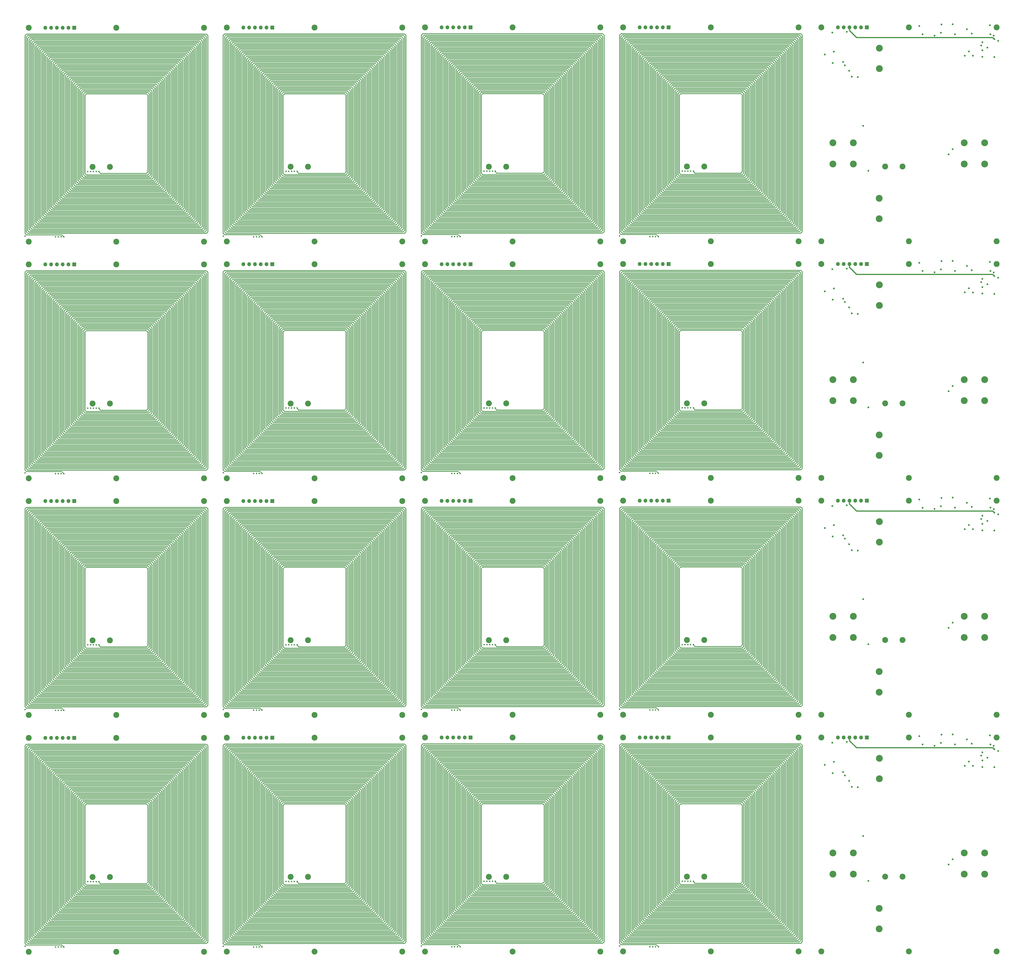
<source format=gbr>
%TF.GenerationSoftware,KiCad,Pcbnew,(6.0.5)*%
%TF.CreationDate,2022-08-17T15:04:12-07:00*%
%TF.ProjectId,X_Y_Panels,585f595f-5061-46e6-956c-732e6b696361,rev?*%
%TF.SameCoordinates,Original*%
%TF.FileFunction,Copper,L5,Inr*%
%TF.FilePolarity,Positive*%
%FSLAX46Y46*%
G04 Gerber Fmt 4.6, Leading zero omitted, Abs format (unit mm)*
G04 Created by KiCad (PCBNEW (6.0.5)) date 2022-08-17 15:04:12*
%MOMM*%
%LPD*%
G01*
G04 APERTURE LIST*
%TA.AperFunction,ComponentPad*%
%ADD10C,2.600000*%
%TD*%
%TA.AperFunction,ComponentPad*%
%ADD11R,1.700000X1.700000*%
%TD*%
%TA.AperFunction,ComponentPad*%
%ADD12O,1.700000X1.700000*%
%TD*%
%TA.AperFunction,ComponentPad*%
%ADD13C,3.000000*%
%TD*%
%TA.AperFunction,ViaPad*%
%ADD14C,0.800000*%
%TD*%
%TA.AperFunction,ViaPad*%
%ADD15C,0.650000*%
%TD*%
%TA.AperFunction,Conductor*%
%ADD16C,0.500000*%
%TD*%
%TA.AperFunction,Conductor*%
%ADD17C,0.306000*%
%TD*%
G04 APERTURE END LIST*
D10*
%TO.N,GND*%
%TO.C,H29*%
X399036000Y-314259997D03*
%TD*%
%TO.N,Coil_IN*%
%TO.C,TP5*%
X388582000Y-177429998D03*
%TO.N,Coil_OUT*%
X396202000Y-177429998D03*
%TD*%
D11*
%TO.N,unconnected-(J3-Pad1)*%
%TO.C,J3*%
X119546000Y-324359999D03*
D12*
%TO.N,unconnected-(J3-Pad2)*%
X117006000Y-324359999D03*
%TO.N,unconnected-(J3-Pad3)*%
X114466000Y-324359999D03*
%TO.N,unconnected-(J3-Pad4)*%
X111926000Y-324359999D03*
%TO.N,unconnected-(J3-Pad5)*%
X109386000Y-324359999D03*
%TO.N,unconnected-(J3-Pad6)*%
X106846000Y-324359999D03*
%TD*%
D10*
%TO.N,unconnected-(H10-Pad1)*%
%TO.C,H10*%
X99546000Y-314359999D03*
%TD*%
D11*
%TO.N,unconnected-(J3-Pad1)*%
%TO.C,J3*%
X119546000Y-220359999D03*
D12*
%TO.N,unconnected-(J3-Pad2)*%
X117006000Y-220359999D03*
%TO.N,unconnected-(J3-Pad3)*%
X114466000Y-220359999D03*
%TO.N,unconnected-(J3-Pad4)*%
X111926000Y-220359999D03*
%TO.N,unconnected-(J3-Pad5)*%
X109386000Y-220359999D03*
%TO.N,unconnected-(J3-Pad6)*%
X106846000Y-220359999D03*
%TD*%
D10*
%TO.N,GND*%
%TO.C,H26*%
X399036000Y-324259997D03*
%TD*%
%TO.N,Net-(TP3-Pad1)*%
%TO.C,TP3*%
X214586000Y-281479999D03*
X222206000Y-281479999D03*
%TD*%
D13*
%TO.N,Net-(D1-Pad2)*%
%TO.C,SC1*%
X374662000Y-271014000D03*
%TO.N,Net-(D2-Pad2)*%
X365662000Y-271014000D03*
%TD*%
D11*
%TO.N,unconnected-(J3-Pad1)*%
%TO.C,J3*%
X119546000Y-12359999D03*
D12*
%TO.N,unconnected-(J3-Pad2)*%
X117006000Y-12359999D03*
%TO.N,unconnected-(J3-Pad3)*%
X114466000Y-12359999D03*
%TO.N,unconnected-(J3-Pad4)*%
X111926000Y-12359999D03*
%TO.N,unconnected-(J3-Pad5)*%
X109386000Y-12359999D03*
%TO.N,unconnected-(J3-Pad6)*%
X106846000Y-12359999D03*
%TD*%
D11*
%TO.N,VBATT*%
%TO.C,J6*%
X380536000Y-324259997D03*
D12*
%TO.N,+3V3*%
X377996000Y-324259997D03*
%TO.N,GND*%
X375456000Y-324259997D03*
%TO.N,SDA*%
X372916000Y-324259997D03*
%TO.N,SCL*%
X370376000Y-324259997D03*
%TO.N,VSOLAR*%
X367836000Y-324259997D03*
%TD*%
D10*
%TO.N,unconnected-(H10-Pad1)*%
%TO.C,H10*%
X99546000Y-210359999D03*
%TD*%
%TO.N,GND*%
%TO.C,H30*%
X437536000Y-418259997D03*
%TD*%
%TO.N,GND*%
%TO.C,H25*%
X360536000Y-324259997D03*
%TD*%
D13*
%TO.N,Net-(D3-Pad2)*%
%TO.C,SC3*%
X385970000Y-96340000D03*
%TO.N,Net-(D4-Pad2)*%
X385970000Y-87340000D03*
%TD*%
D10*
%TO.N,GND*%
%TO.C,H28*%
X360536000Y-314259997D03*
%TD*%
%TO.N,unconnected-(H5-Pad1)*%
%TO.C,H5*%
X51050000Y-314410000D03*
%TD*%
%TO.N,unconnected-(H13-Pad1)*%
%TO.C,H13*%
X186542000Y-220309998D03*
%TD*%
%TO.N,unconnected-(H14-Pad1)*%
%TO.C,H14*%
X225042000Y-12309998D03*
%TD*%
%TO.N,unconnected-(H23-Pad1)*%
%TO.C,H23*%
X312038000Y-314259997D03*
%TD*%
%TO.N,Net-(TP4-Pad1)*%
%TO.C,TP4*%
X301582000Y-281429998D03*
X309202000Y-281429998D03*
%TD*%
%TO.N,unconnected-(H7-Pad1)*%
%TO.C,H7*%
X99546000Y-220359999D03*
%TD*%
%TO.N,unconnected-(H18-Pad1)*%
%TO.C,H18*%
X263542000Y-210309998D03*
%TD*%
%TO.N,unconnected-(H16-Pad1)*%
%TO.C,H16*%
X186542000Y-210309998D03*
%TD*%
%TO.N,unconnected-(H24-Pad1)*%
%TO.C,H24*%
X350538000Y-210259997D03*
%TD*%
%TO.N,GND*%
%TO.C,H26*%
X399036000Y-116259997D03*
%TD*%
%TO.N,unconnected-(H9-Pad1)*%
%TO.C,H9*%
X176546000Y-12359999D03*
%TD*%
D13*
%TO.N,Net-(D3-Pad2)*%
%TO.C,SC3*%
X385970000Y-408340000D03*
%TO.N,Net-(D4-Pad2)*%
X385970000Y-399340000D03*
%TD*%
D10*
%TO.N,unconnected-(H24-Pad1)*%
%TO.C,H24*%
X350538000Y-106259997D03*
%TD*%
%TO.N,unconnected-(H4-Pad1)*%
%TO.C,H4*%
X12550000Y-106410000D03*
%TD*%
%TO.N,GND*%
%TO.C,H30*%
X437536000Y-106259997D03*
%TD*%
%TO.N,unconnected-(H11-Pad1)*%
%TO.C,H11*%
X138046000Y-210359999D03*
%TD*%
%TO.N,unconnected-(H16-Pad1)*%
%TO.C,H16*%
X186542000Y-106309998D03*
%TD*%
D13*
%TO.N,Net-(D6-Pad2)*%
%TO.C,SC6*%
X432320000Y-167014000D03*
%TO.N,GND*%
X423320000Y-167014000D03*
%TD*%
D10*
%TO.N,unconnected-(H6-Pad1)*%
%TO.C,H6*%
X89550000Y-106410000D03*
%TD*%
%TO.N,Coil_IN*%
%TO.C,TP5*%
X388582000Y-385429998D03*
%TO.N,Coil_OUT*%
X396202000Y-385429998D03*
%TD*%
%TO.N,GND*%
%TO.C,H27*%
X437536000Y-324259997D03*
%TD*%
%TO.N,Net-(TP2-Pad1)*%
%TO.C,TP2*%
X127590000Y-281530000D03*
X135210000Y-281530000D03*
%TD*%
D13*
%TO.N,Net-(D2-Pad2)*%
%TO.C,SC2*%
X365662000Y-72320000D03*
%TO.N,Net-(D3-Pad2)*%
X374662000Y-72320000D03*
%TD*%
D10*
%TO.N,unconnected-(H17-Pad1)*%
%TO.C,H17*%
X225042000Y-106309998D03*
%TD*%
%TO.N,unconnected-(H3-Pad1)*%
%TO.C,H3*%
X89550000Y-220410000D03*
%TD*%
%TO.N,unconnected-(H4-Pad1)*%
%TO.C,H4*%
X12550000Y-418410000D03*
%TD*%
%TO.N,unconnected-(H18-Pad1)*%
%TO.C,H18*%
X263542000Y-106309998D03*
%TD*%
%TO.N,unconnected-(H22-Pad1)*%
%TO.C,H22*%
X273538000Y-210259997D03*
%TD*%
%TO.N,unconnected-(H20-Pad1)*%
%TO.C,H20*%
X312038000Y-12259997D03*
%TD*%
D11*
%TO.N,unconnected-(J4-Pad1)*%
%TO.C,J4*%
X206542000Y-12309998D03*
D12*
%TO.N,unconnected-(J4-Pad2)*%
X204002000Y-12309998D03*
%TO.N,unconnected-(J4-Pad3)*%
X201462000Y-12309998D03*
%TO.N,unconnected-(J4-Pad4)*%
X198922000Y-12309998D03*
%TO.N,unconnected-(J4-Pad5)*%
X196382000Y-12309998D03*
%TO.N,unconnected-(J4-Pad6)*%
X193842000Y-12309998D03*
%TD*%
D13*
%TO.N,Net-(D1-Pad2)*%
%TO.C,SC1*%
X374662000Y-167014000D03*
%TO.N,Net-(D2-Pad2)*%
X365662000Y-167014000D03*
%TD*%
D10*
%TO.N,Net-(TP4-Pad1)*%
%TO.C,TP4*%
X301582000Y-385429998D03*
X309202000Y-385429998D03*
%TD*%
%TO.N,unconnected-(H3-Pad1)*%
%TO.C,H3*%
X89550000Y-12410000D03*
%TD*%
D13*
%TO.N,Net-(D5-Pad2)*%
%TO.C,SC5*%
X423320000Y-280320000D03*
%TO.N,Net-(D6-Pad2)*%
X432320000Y-280320000D03*
%TD*%
D10*
%TO.N,Net-(TP1-Pad1)*%
%TO.C,TP1*%
X40594000Y-385580001D03*
X48214000Y-385580001D03*
%TD*%
%TO.N,unconnected-(H22-Pad1)*%
%TO.C,H22*%
X273538000Y-314259997D03*
%TD*%
D13*
%TO.N,Net-(D6-Pad2)*%
%TO.C,SC6*%
X432320000Y-375014000D03*
%TO.N,GND*%
X423320000Y-375014000D03*
%TD*%
D10*
%TO.N,unconnected-(H12-Pad1)*%
%TO.C,H12*%
X176546000Y-314359999D03*
%TD*%
D11*
%TO.N,Net-(J1-Pad1)*%
%TO.C,J1*%
X32550000Y-324410000D03*
D12*
%TO.N,Net-(J1-Pad2)*%
X30010000Y-324410000D03*
%TO.N,Net-(J1-Pad3)*%
X27470000Y-324410000D03*
%TO.N,Net-(J1-Pad4)*%
X24930000Y-324410000D03*
%TO.N,Net-(J1-Pad5)*%
X22390000Y-324410000D03*
%TO.N,Net-(J1-Pad6)*%
X19850000Y-324410000D03*
%TD*%
D10*
%TO.N,unconnected-(H2-Pad1)*%
%TO.C,H2*%
X51050000Y-12410000D03*
%TD*%
%TO.N,unconnected-(H6-Pad1)*%
%TO.C,H6*%
X89550000Y-210410000D03*
%TD*%
%TO.N,GND*%
%TO.C,H30*%
X437536000Y-314259997D03*
%TD*%
%TO.N,unconnected-(H15-Pad1)*%
%TO.C,H15*%
X263542000Y-12309998D03*
%TD*%
%TO.N,unconnected-(H10-Pad1)*%
%TO.C,H10*%
X99546000Y-106359999D03*
%TD*%
%TO.N,unconnected-(H1-Pad1)*%
%TO.C,H1*%
X12550000Y-12410000D03*
%TD*%
%TO.N,GND*%
%TO.C,H29*%
X399036000Y-418259997D03*
%TD*%
%TO.N,unconnected-(H11-Pad1)*%
%TO.C,H11*%
X138046000Y-314359999D03*
%TD*%
%TO.N,Net-(TP3-Pad1)*%
%TO.C,TP3*%
X214586000Y-385479999D03*
X222206000Y-385479999D03*
%TD*%
%TO.N,unconnected-(H13-Pad1)*%
%TO.C,H13*%
X186542000Y-324309998D03*
%TD*%
%TO.N,unconnected-(H16-Pad1)*%
%TO.C,H16*%
X186542000Y-418309998D03*
%TD*%
%TO.N,unconnected-(H9-Pad1)*%
%TO.C,H9*%
X176546000Y-116359999D03*
%TD*%
%TO.N,Net-(TP2-Pad1)*%
%TO.C,TP2*%
X127590000Y-177530000D03*
X135210000Y-177530000D03*
%TD*%
%TO.N,unconnected-(H2-Pad1)*%
%TO.C,H2*%
X51050000Y-116410000D03*
%TD*%
%TO.N,unconnected-(H12-Pad1)*%
%TO.C,H12*%
X176546000Y-418359999D03*
%TD*%
D13*
%TO.N,Net-(D4-Pad2)*%
%TO.C,SC4*%
X386020000Y-238420000D03*
%TO.N,Net-(D5-Pad2)*%
X386020000Y-229420000D03*
%TD*%
D10*
%TO.N,unconnected-(H19-Pad1)*%
%TO.C,H19*%
X273538000Y-220259997D03*
%TD*%
%TO.N,GND*%
%TO.C,H30*%
X437536000Y-210259997D03*
%TD*%
%TO.N,GND*%
%TO.C,H29*%
X399036000Y-106259997D03*
%TD*%
%TO.N,unconnected-(H13-Pad1)*%
%TO.C,H13*%
X186542000Y-12309998D03*
%TD*%
%TO.N,unconnected-(H8-Pad1)*%
%TO.C,H8*%
X138046000Y-12359999D03*
%TD*%
D11*
%TO.N,VBATT*%
%TO.C,J6*%
X380536000Y-116259997D03*
D12*
%TO.N,+3V3*%
X377996000Y-116259997D03*
%TO.N,GND*%
X375456000Y-116259997D03*
%TO.N,SDA*%
X372916000Y-116259997D03*
%TO.N,SCL*%
X370376000Y-116259997D03*
%TO.N,VSOLAR*%
X367836000Y-116259997D03*
%TD*%
D10*
%TO.N,unconnected-(H19-Pad1)*%
%TO.C,H19*%
X273538000Y-324259997D03*
%TD*%
%TO.N,unconnected-(H20-Pad1)*%
%TO.C,H20*%
X312038000Y-220259997D03*
%TD*%
%TO.N,unconnected-(H20-Pad1)*%
%TO.C,H20*%
X312038000Y-116259997D03*
%TD*%
D11*
%TO.N,VBATT*%
%TO.C,J6*%
X380536000Y-12259997D03*
D12*
%TO.N,+3V3*%
X377996000Y-12259997D03*
%TO.N,GND*%
X375456000Y-12259997D03*
%TO.N,SDA*%
X372916000Y-12259997D03*
%TO.N,SCL*%
X370376000Y-12259997D03*
%TO.N,VSOLAR*%
X367836000Y-12259997D03*
%TD*%
D10*
%TO.N,unconnected-(H24-Pad1)*%
%TO.C,H24*%
X350538000Y-418259997D03*
%TD*%
%TO.N,unconnected-(H4-Pad1)*%
%TO.C,H4*%
X12550000Y-314410000D03*
%TD*%
D13*
%TO.N,Net-(D3-Pad2)*%
%TO.C,SC3*%
X385970000Y-304340000D03*
%TO.N,Net-(D4-Pad2)*%
X385970000Y-295340000D03*
%TD*%
D10*
%TO.N,unconnected-(H21-Pad1)*%
%TO.C,H21*%
X350538000Y-220259997D03*
%TD*%
%TO.N,unconnected-(H17-Pad1)*%
%TO.C,H17*%
X225042000Y-210309998D03*
%TD*%
%TO.N,unconnected-(H19-Pad1)*%
%TO.C,H19*%
X273538000Y-12259997D03*
%TD*%
D11*
%TO.N,unconnected-(J3-Pad1)*%
%TO.C,J3*%
X119546000Y-116359999D03*
D12*
%TO.N,unconnected-(J3-Pad2)*%
X117006000Y-116359999D03*
%TO.N,unconnected-(J3-Pad3)*%
X114466000Y-116359999D03*
%TO.N,unconnected-(J3-Pad4)*%
X111926000Y-116359999D03*
%TO.N,unconnected-(J3-Pad5)*%
X109386000Y-116359999D03*
%TO.N,unconnected-(J3-Pad6)*%
X106846000Y-116359999D03*
%TD*%
D10*
%TO.N,unconnected-(H23-Pad1)*%
%TO.C,H23*%
X312038000Y-106259997D03*
%TD*%
%TO.N,unconnected-(H1-Pad1)*%
%TO.C,H1*%
X12550000Y-324410000D03*
%TD*%
%TO.N,GND*%
%TO.C,H27*%
X437536000Y-220259997D03*
%TD*%
%TO.N,unconnected-(H6-Pad1)*%
%TO.C,H6*%
X89550000Y-314410000D03*
%TD*%
%TO.N,unconnected-(H11-Pad1)*%
%TO.C,H11*%
X138046000Y-418359999D03*
%TD*%
%TO.N,unconnected-(H5-Pad1)*%
%TO.C,H5*%
X51050000Y-106410000D03*
%TD*%
%TO.N,unconnected-(H23-Pad1)*%
%TO.C,H23*%
X312038000Y-210259997D03*
%TD*%
%TO.N,unconnected-(H1-Pad1)*%
%TO.C,H1*%
X12550000Y-220410000D03*
%TD*%
%TO.N,unconnected-(H8-Pad1)*%
%TO.C,H8*%
X138046000Y-324359999D03*
%TD*%
D11*
%TO.N,Net-(J1-Pad1)*%
%TO.C,J1*%
X32550000Y-116410000D03*
D12*
%TO.N,Net-(J1-Pad2)*%
X30010000Y-116410000D03*
%TO.N,Net-(J1-Pad3)*%
X27470000Y-116410000D03*
%TO.N,Net-(J1-Pad4)*%
X24930000Y-116410000D03*
%TO.N,Net-(J1-Pad5)*%
X22390000Y-116410000D03*
%TO.N,Net-(J1-Pad6)*%
X19850000Y-116410000D03*
%TD*%
D10*
%TO.N,unconnected-(H23-Pad1)*%
%TO.C,H23*%
X312038000Y-418259997D03*
%TD*%
%TO.N,GND*%
%TO.C,H28*%
X360536000Y-210259997D03*
%TD*%
%TO.N,unconnected-(H15-Pad1)*%
%TO.C,H15*%
X263542000Y-220309998D03*
%TD*%
D13*
%TO.N,Net-(D5-Pad2)*%
%TO.C,SC5*%
X423320000Y-176320000D03*
%TO.N,Net-(D6-Pad2)*%
X432320000Y-176320000D03*
%TD*%
%TO.N,Net-(D1-Pad2)*%
%TO.C,SC1*%
X374662000Y-63014000D03*
%TO.N,Net-(D2-Pad2)*%
X365662000Y-63014000D03*
%TD*%
D10*
%TO.N,unconnected-(H11-Pad1)*%
%TO.C,H11*%
X138046000Y-106359999D03*
%TD*%
%TO.N,unconnected-(H9-Pad1)*%
%TO.C,H9*%
X176546000Y-220359999D03*
%TD*%
%TO.N,unconnected-(H21-Pad1)*%
%TO.C,H21*%
X350538000Y-12259997D03*
%TD*%
D13*
%TO.N,Net-(D4-Pad2)*%
%TO.C,SC4*%
X386020000Y-134420000D03*
%TO.N,Net-(D5-Pad2)*%
X386020000Y-125420000D03*
%TD*%
D10*
%TO.N,GND*%
%TO.C,H25*%
X360536000Y-116259997D03*
%TD*%
D11*
%TO.N,unconnected-(J5-Pad1)*%
%TO.C,J5*%
X293538000Y-324259997D03*
D12*
%TO.N,unconnected-(J5-Pad2)*%
X290998000Y-324259997D03*
%TO.N,unconnected-(J5-Pad3)*%
X288458000Y-324259997D03*
%TO.N,unconnected-(J5-Pad4)*%
X285918000Y-324259997D03*
%TO.N,unconnected-(J5-Pad5)*%
X283378000Y-324259997D03*
%TO.N,unconnected-(J5-Pad6)*%
X280838000Y-324259997D03*
%TD*%
D10*
%TO.N,unconnected-(H13-Pad1)*%
%TO.C,H13*%
X186542000Y-116309998D03*
%TD*%
D11*
%TO.N,unconnected-(J5-Pad1)*%
%TO.C,J5*%
X293538000Y-116259997D03*
D12*
%TO.N,unconnected-(J5-Pad2)*%
X290998000Y-116259997D03*
%TO.N,unconnected-(J5-Pad3)*%
X288458000Y-116259997D03*
%TO.N,unconnected-(J5-Pad4)*%
X285918000Y-116259997D03*
%TO.N,unconnected-(J5-Pad5)*%
X283378000Y-116259997D03*
%TO.N,unconnected-(J5-Pad6)*%
X280838000Y-116259997D03*
%TD*%
D10*
%TO.N,unconnected-(H16-Pad1)*%
%TO.C,H16*%
X186542000Y-314309998D03*
%TD*%
%TO.N,Net-(TP3-Pad1)*%
%TO.C,TP3*%
X214586000Y-177479999D03*
X222206000Y-177479999D03*
%TD*%
D13*
%TO.N,Net-(D2-Pad2)*%
%TO.C,SC2*%
X365662000Y-384320000D03*
%TO.N,Net-(D3-Pad2)*%
X374662000Y-384320000D03*
%TD*%
%TO.N,Net-(D6-Pad2)*%
%TO.C,SC6*%
X432320000Y-271014000D03*
%TO.N,GND*%
X423320000Y-271014000D03*
%TD*%
%TO.N,Net-(D5-Pad2)*%
%TO.C,SC5*%
X423320000Y-384320000D03*
%TO.N,Net-(D6-Pad2)*%
X432320000Y-384320000D03*
%TD*%
D11*
%TO.N,VBATT*%
%TO.C,J6*%
X380536000Y-220259997D03*
D12*
%TO.N,+3V3*%
X377996000Y-220259997D03*
%TO.N,GND*%
X375456000Y-220259997D03*
%TO.N,SDA*%
X372916000Y-220259997D03*
%TO.N,SCL*%
X370376000Y-220259997D03*
%TO.N,VSOLAR*%
X367836000Y-220259997D03*
%TD*%
D13*
%TO.N,Net-(D5-Pad2)*%
%TO.C,SC5*%
X423320000Y-72320000D03*
%TO.N,Net-(D6-Pad2)*%
X432320000Y-72320000D03*
%TD*%
D10*
%TO.N,unconnected-(H3-Pad1)*%
%TO.C,H3*%
X89550000Y-116410000D03*
%TD*%
%TO.N,Coil_IN*%
%TO.C,TP5*%
X388582000Y-281429998D03*
%TO.N,Coil_OUT*%
X396202000Y-281429998D03*
%TD*%
%TO.N,unconnected-(H17-Pad1)*%
%TO.C,H17*%
X225042000Y-314309998D03*
%TD*%
D13*
%TO.N,Net-(D3-Pad2)*%
%TO.C,SC3*%
X385970000Y-200340000D03*
%TO.N,Net-(D4-Pad2)*%
X385970000Y-191340000D03*
%TD*%
D10*
%TO.N,GND*%
%TO.C,H28*%
X360536000Y-418259997D03*
%TD*%
D11*
%TO.N,Net-(J1-Pad1)*%
%TO.C,J1*%
X32550000Y-220410000D03*
D12*
%TO.N,Net-(J1-Pad2)*%
X30010000Y-220410000D03*
%TO.N,Net-(J1-Pad3)*%
X27470000Y-220410000D03*
%TO.N,Net-(J1-Pad4)*%
X24930000Y-220410000D03*
%TO.N,Net-(J1-Pad5)*%
X22390000Y-220410000D03*
%TO.N,Net-(J1-Pad6)*%
X19850000Y-220410000D03*
%TD*%
D10*
%TO.N,Net-(TP3-Pad1)*%
%TO.C,TP3*%
X214586000Y-73479999D03*
X222206000Y-73479999D03*
%TD*%
D11*
%TO.N,unconnected-(J4-Pad1)*%
%TO.C,J4*%
X206542000Y-220309998D03*
D12*
%TO.N,unconnected-(J4-Pad2)*%
X204002000Y-220309998D03*
%TO.N,unconnected-(J4-Pad3)*%
X201462000Y-220309998D03*
%TO.N,unconnected-(J4-Pad4)*%
X198922000Y-220309998D03*
%TO.N,unconnected-(J4-Pad5)*%
X196382000Y-220309998D03*
%TO.N,unconnected-(J4-Pad6)*%
X193842000Y-220309998D03*
%TD*%
D10*
%TO.N,GND*%
%TO.C,H25*%
X360536000Y-12259997D03*
%TD*%
%TO.N,unconnected-(H12-Pad1)*%
%TO.C,H12*%
X176546000Y-106359999D03*
%TD*%
%TO.N,unconnected-(H18-Pad1)*%
%TO.C,H18*%
X263542000Y-418309998D03*
%TD*%
D13*
%TO.N,Net-(D2-Pad2)*%
%TO.C,SC2*%
X365662000Y-176320000D03*
%TO.N,Net-(D3-Pad2)*%
X374662000Y-176320000D03*
%TD*%
D10*
%TO.N,unconnected-(H4-Pad1)*%
%TO.C,H4*%
X12550000Y-210410000D03*
%TD*%
D13*
%TO.N,Net-(D2-Pad2)*%
%TO.C,SC2*%
X365662000Y-280320000D03*
%TO.N,Net-(D3-Pad2)*%
X374662000Y-280320000D03*
%TD*%
D10*
%TO.N,unconnected-(H21-Pad1)*%
%TO.C,H21*%
X350538000Y-324259997D03*
%TD*%
%TO.N,unconnected-(H20-Pad1)*%
%TO.C,H20*%
X312038000Y-324259997D03*
%TD*%
D11*
%TO.N,unconnected-(J5-Pad1)*%
%TO.C,J5*%
X293538000Y-220259997D03*
D12*
%TO.N,unconnected-(J5-Pad2)*%
X290998000Y-220259997D03*
%TO.N,unconnected-(J5-Pad3)*%
X288458000Y-220259997D03*
%TO.N,unconnected-(J5-Pad4)*%
X285918000Y-220259997D03*
%TO.N,unconnected-(J5-Pad5)*%
X283378000Y-220259997D03*
%TO.N,unconnected-(J5-Pad6)*%
X280838000Y-220259997D03*
%TD*%
D10*
%TO.N,unconnected-(H24-Pad1)*%
%TO.C,H24*%
X350538000Y-314259997D03*
%TD*%
%TO.N,unconnected-(H6-Pad1)*%
%TO.C,H6*%
X89550000Y-418410000D03*
%TD*%
%TO.N,unconnected-(H9-Pad1)*%
%TO.C,H9*%
X176546000Y-324359999D03*
%TD*%
D13*
%TO.N,Net-(D4-Pad2)*%
%TO.C,SC4*%
X386020000Y-342420000D03*
%TO.N,Net-(D5-Pad2)*%
X386020000Y-333420000D03*
%TD*%
D10*
%TO.N,unconnected-(H15-Pad1)*%
%TO.C,H15*%
X263542000Y-116309998D03*
%TD*%
%TO.N,unconnected-(H14-Pad1)*%
%TO.C,H14*%
X225042000Y-220309998D03*
%TD*%
D11*
%TO.N,Net-(J1-Pad1)*%
%TO.C,J1*%
X32550000Y-12410000D03*
D12*
%TO.N,Net-(J1-Pad2)*%
X30010000Y-12410000D03*
%TO.N,Net-(J1-Pad3)*%
X27470000Y-12410000D03*
%TO.N,Net-(J1-Pad4)*%
X24930000Y-12410000D03*
%TO.N,Net-(J1-Pad5)*%
X22390000Y-12410000D03*
%TO.N,Net-(J1-Pad6)*%
X19850000Y-12410000D03*
%TD*%
D10*
%TO.N,unconnected-(H14-Pad1)*%
%TO.C,H14*%
X225042000Y-116309998D03*
%TD*%
%TO.N,unconnected-(H7-Pad1)*%
%TO.C,H7*%
X99546000Y-116359999D03*
%TD*%
%TO.N,unconnected-(H19-Pad1)*%
%TO.C,H19*%
X273538000Y-116259997D03*
%TD*%
%TO.N,unconnected-(H15-Pad1)*%
%TO.C,H15*%
X263542000Y-324309998D03*
%TD*%
%TO.N,unconnected-(H5-Pad1)*%
%TO.C,H5*%
X51050000Y-418410000D03*
%TD*%
%TO.N,unconnected-(H18-Pad1)*%
%TO.C,H18*%
X263542000Y-314309998D03*
%TD*%
%TO.N,GND*%
%TO.C,H29*%
X399036000Y-210259997D03*
%TD*%
%TO.N,unconnected-(H7-Pad1)*%
%TO.C,H7*%
X99546000Y-324359999D03*
%TD*%
%TO.N,Net-(TP4-Pad1)*%
%TO.C,TP4*%
X301582000Y-177429998D03*
X309202000Y-177429998D03*
%TD*%
%TO.N,Net-(TP1-Pad1)*%
%TO.C,TP1*%
X40594000Y-73580001D03*
X48214000Y-73580001D03*
%TD*%
%TO.N,unconnected-(H22-Pad1)*%
%TO.C,H22*%
X273538000Y-106259997D03*
%TD*%
%TO.N,unconnected-(H14-Pad1)*%
%TO.C,H14*%
X225042000Y-324309998D03*
%TD*%
%TO.N,GND*%
%TO.C,H26*%
X399036000Y-12259997D03*
%TD*%
%TO.N,unconnected-(H7-Pad1)*%
%TO.C,H7*%
X99546000Y-12359999D03*
%TD*%
%TO.N,unconnected-(H5-Pad1)*%
%TO.C,H5*%
X51050000Y-210410000D03*
%TD*%
%TO.N,unconnected-(H2-Pad1)*%
%TO.C,H2*%
X51050000Y-324410000D03*
%TD*%
%TO.N,unconnected-(H10-Pad1)*%
%TO.C,H10*%
X99546000Y-418359999D03*
%TD*%
D11*
%TO.N,unconnected-(J5-Pad1)*%
%TO.C,J5*%
X293538000Y-12259997D03*
D12*
%TO.N,unconnected-(J5-Pad2)*%
X290998000Y-12259997D03*
%TO.N,unconnected-(J5-Pad3)*%
X288458000Y-12259997D03*
%TO.N,unconnected-(J5-Pad4)*%
X285918000Y-12259997D03*
%TO.N,unconnected-(J5-Pad5)*%
X283378000Y-12259997D03*
%TO.N,unconnected-(J5-Pad6)*%
X280838000Y-12259997D03*
%TD*%
D10*
%TO.N,GND*%
%TO.C,H28*%
X360536000Y-106259997D03*
%TD*%
%TO.N,unconnected-(H22-Pad1)*%
%TO.C,H22*%
X273538000Y-418259997D03*
%TD*%
D13*
%TO.N,Net-(D4-Pad2)*%
%TO.C,SC4*%
X386020000Y-30420000D03*
%TO.N,Net-(D5-Pad2)*%
X386020000Y-21420000D03*
%TD*%
D10*
%TO.N,unconnected-(H1-Pad1)*%
%TO.C,H1*%
X12550000Y-116410000D03*
%TD*%
D11*
%TO.N,unconnected-(J4-Pad1)*%
%TO.C,J4*%
X206542000Y-116309998D03*
D12*
%TO.N,unconnected-(J4-Pad2)*%
X204002000Y-116309998D03*
%TO.N,unconnected-(J4-Pad3)*%
X201462000Y-116309998D03*
%TO.N,unconnected-(J4-Pad4)*%
X198922000Y-116309998D03*
%TO.N,unconnected-(J4-Pad5)*%
X196382000Y-116309998D03*
%TO.N,unconnected-(J4-Pad6)*%
X193842000Y-116309998D03*
%TD*%
D10*
%TO.N,GND*%
%TO.C,H26*%
X399036000Y-220259997D03*
%TD*%
%TO.N,GND*%
%TO.C,H27*%
X437536000Y-116259997D03*
%TD*%
%TO.N,GND*%
%TO.C,H27*%
X437536000Y-12259997D03*
%TD*%
%TO.N,unconnected-(H3-Pad1)*%
%TO.C,H3*%
X89550000Y-324410000D03*
%TD*%
%TO.N,Net-(TP1-Pad1)*%
%TO.C,TP1*%
X40594000Y-281580001D03*
X48214000Y-281580001D03*
%TD*%
%TO.N,unconnected-(H8-Pad1)*%
%TO.C,H8*%
X138046000Y-220359999D03*
%TD*%
%TO.N,Net-(TP2-Pad1)*%
%TO.C,TP2*%
X127590000Y-73530000D03*
X135210000Y-73530000D03*
%TD*%
%TO.N,unconnected-(H12-Pad1)*%
%TO.C,H12*%
X176546000Y-210359999D03*
%TD*%
%TO.N,Coil_IN*%
%TO.C,TP5*%
X388582000Y-73429998D03*
%TO.N,Coil_OUT*%
X396202000Y-73429998D03*
%TD*%
%TO.N,unconnected-(H8-Pad1)*%
%TO.C,H8*%
X138046000Y-116359999D03*
%TD*%
%TO.N,Net-(TP4-Pad1)*%
%TO.C,TP4*%
X301582000Y-73429998D03*
X309202000Y-73429998D03*
%TD*%
%TO.N,GND*%
%TO.C,H25*%
X360536000Y-220259997D03*
%TD*%
%TO.N,unconnected-(H21-Pad1)*%
%TO.C,H21*%
X350538000Y-116259997D03*
%TD*%
%TO.N,unconnected-(H2-Pad1)*%
%TO.C,H2*%
X51050000Y-220410000D03*
%TD*%
D11*
%TO.N,unconnected-(J4-Pad1)*%
%TO.C,J4*%
X206542000Y-324309998D03*
D12*
%TO.N,unconnected-(J4-Pad2)*%
X204002000Y-324309998D03*
%TO.N,unconnected-(J4-Pad3)*%
X201462000Y-324309998D03*
%TO.N,unconnected-(J4-Pad4)*%
X198922000Y-324309998D03*
%TO.N,unconnected-(J4-Pad5)*%
X196382000Y-324309998D03*
%TO.N,unconnected-(J4-Pad6)*%
X193842000Y-324309998D03*
%TD*%
D13*
%TO.N,Net-(D1-Pad2)*%
%TO.C,SC1*%
X374662000Y-375014000D03*
%TO.N,Net-(D2-Pad2)*%
X365662000Y-375014000D03*
%TD*%
D10*
%TO.N,Net-(TP1-Pad1)*%
%TO.C,TP1*%
X40594000Y-177580001D03*
X48214000Y-177580001D03*
%TD*%
D13*
%TO.N,Net-(D6-Pad2)*%
%TO.C,SC6*%
X432320000Y-63014000D03*
%TO.N,GND*%
X423320000Y-63014000D03*
%TD*%
D10*
%TO.N,unconnected-(H17-Pad1)*%
%TO.C,H17*%
X225042000Y-418309998D03*
%TD*%
%TO.N,Net-(TP2-Pad1)*%
%TO.C,TP2*%
X127590000Y-385530000D03*
X135210000Y-385530000D03*
%TD*%
D14*
%TO.N,GND*%
X426625000Y-326960000D03*
X413075000Y-14635000D03*
X427100000Y-232760000D03*
X426625000Y-14960000D03*
X426625000Y-118960000D03*
X425322000Y-230896000D03*
X370175000Y-131460000D03*
X413075000Y-326635000D03*
X366050000Y-126985000D03*
X425322000Y-126896000D03*
X366050000Y-334985000D03*
X362125000Y-232260000D03*
X370175000Y-339460000D03*
X425322000Y-334896000D03*
X370175000Y-27460000D03*
X362125000Y-336260000D03*
X366050000Y-22985000D03*
X362125000Y-24260000D03*
X427100000Y-128760000D03*
X413075000Y-222635000D03*
X425322000Y-22896000D03*
X413075000Y-118635000D03*
X427100000Y-24760000D03*
X366050000Y-230985000D03*
X427100000Y-336760000D03*
X370175000Y-235460000D03*
X426625000Y-222960000D03*
X362125000Y-128260000D03*
%TO.N,VBATT*%
X371750000Y-326260000D03*
X371750000Y-14260000D03*
X365400000Y-222560000D03*
X371750000Y-222260000D03*
X371750000Y-118260000D03*
X365400000Y-326560000D03*
X365400000Y-14560000D03*
X365400000Y-118560000D03*
%TO.N,+3V3*%
X365575000Y-339935000D03*
X365575000Y-235935000D03*
X365575000Y-27935000D03*
X419226000Y-119309000D03*
X419226000Y-15309000D03*
X419226000Y-327309000D03*
X419226000Y-223309000D03*
X365575000Y-131935000D03*
%TO.N,SDA*%
X436525000Y-337335000D03*
X436522000Y-329482000D03*
X436522000Y-225482000D03*
X436525000Y-233335000D03*
X436522000Y-17482000D03*
X436522000Y-121482000D03*
X436525000Y-129335000D03*
X436525000Y-25335000D03*
%TO.N,SCL*%
X413325000Y-323010000D03*
X413325000Y-11010000D03*
X405000000Y-119335000D03*
X413325000Y-115010000D03*
X413325000Y-219010000D03*
X405000000Y-223335000D03*
X405000000Y-327335000D03*
X405000000Y-15335000D03*
%TO.N,Net-(Q1-Pad2)*%
X410250000Y-223885000D03*
X418212500Y-322885000D03*
X410250000Y-119885000D03*
X410250000Y-15885000D03*
X410250000Y-327885000D03*
X418212500Y-218885000D03*
X418212500Y-114885000D03*
X418212500Y-10885000D03*
%TO.N,Net-(Q3-Pad3)*%
X436250000Y-327935000D03*
X434525000Y-323310000D03*
X436250000Y-119935000D03*
X434525000Y-11310000D03*
X436250000Y-223935000D03*
X434525000Y-219310000D03*
X436250000Y-15935000D03*
X434525000Y-115310000D03*
%TO.N,Net-(Q3-Pad6)*%
X431250000Y-122810000D03*
X431225000Y-233235000D03*
X431225000Y-337235000D03*
X434825000Y-327310000D03*
X431250000Y-330810000D03*
X434825000Y-119310000D03*
X434825000Y-223310000D03*
X431225000Y-25235000D03*
X431225000Y-22385000D03*
X431225000Y-334385000D03*
X434825000Y-15310000D03*
X431250000Y-226810000D03*
X431225000Y-129235000D03*
X431225000Y-230385000D03*
X431250000Y-18810000D03*
X431225000Y-126385000D03*
D15*
%TO.N,Net-(TP3-Pad1)*%
X198336000Y-416243999D03*
X200784000Y-104243999D03*
X217406000Y-75479999D03*
X214958000Y-75479999D03*
X198336000Y-312243999D03*
X184994000Y-103901998D03*
X216182000Y-387479999D03*
X202008000Y-208243999D03*
X214958000Y-283479999D03*
X200784000Y-416243999D03*
X200784000Y-208243999D03*
X199560000Y-104243999D03*
X212510000Y-387479999D03*
X184994000Y-207901998D03*
X217406000Y-179479999D03*
X212510000Y-179479999D03*
X212510000Y-283479999D03*
X214958000Y-387479999D03*
X213734000Y-387479999D03*
X216182000Y-179479999D03*
X202008000Y-416243999D03*
X184994000Y-311901998D03*
X213734000Y-75479999D03*
X213734000Y-179479999D03*
X198336000Y-104243999D03*
X199560000Y-312243999D03*
X202008000Y-312243999D03*
X212510000Y-75479999D03*
X217406000Y-387479999D03*
X202008000Y-104243999D03*
X184994000Y-415901998D03*
X214958000Y-179479999D03*
X217406000Y-283479999D03*
X198336000Y-208243999D03*
X216182000Y-75479999D03*
X199560000Y-416243999D03*
X199560000Y-208243999D03*
X216182000Y-283479999D03*
X213734000Y-283479999D03*
X200784000Y-312243999D03*
%TO.N,Net-(TP4-Pad1)*%
X304402000Y-387429998D03*
X303178000Y-283429998D03*
X287780000Y-312193998D03*
X289004000Y-416193998D03*
X286556000Y-208193998D03*
X285332000Y-104193998D03*
X289004000Y-104193998D03*
X301954000Y-387429998D03*
X271990000Y-103851997D03*
X285332000Y-312193998D03*
X303178000Y-387429998D03*
X299506000Y-75429998D03*
X289004000Y-208193998D03*
X299506000Y-179429998D03*
X287780000Y-416193998D03*
X303178000Y-75429998D03*
X300730000Y-283429998D03*
X271990000Y-311851997D03*
X301954000Y-283429998D03*
X271990000Y-415851997D03*
X271990000Y-207851997D03*
X287780000Y-208193998D03*
X301954000Y-179429998D03*
X304402000Y-179429998D03*
X300730000Y-75429998D03*
X304402000Y-283429998D03*
X301954000Y-75429998D03*
X299506000Y-387429998D03*
X286556000Y-104193998D03*
X286556000Y-312193998D03*
X285332000Y-208193998D03*
X286556000Y-416193998D03*
X303178000Y-179429998D03*
X304402000Y-75429998D03*
X299506000Y-283429998D03*
X300730000Y-387429998D03*
X300730000Y-179429998D03*
X287780000Y-104193998D03*
X285332000Y-416193998D03*
X289004000Y-312193998D03*
D14*
%TO.N,Coil_IN*%
X373925000Y-33960000D03*
X373925000Y-345960000D03*
X373925000Y-137960000D03*
X373925000Y-241960000D03*
%TO.N,Coil_OUT*%
X376575000Y-242160000D03*
X376575000Y-34160000D03*
X376575000Y-346160000D03*
X376575000Y-138160000D03*
%TO.N,Net-(D1-Pad2)*%
X418210000Y-273822000D03*
X418210000Y-65822000D03*
X418210000Y-169822000D03*
X418210000Y-377822000D03*
%TO.N,Net-(D4-Pad2)*%
X378960000Y-159528000D03*
X381220000Y-179280000D03*
X381220000Y-387280000D03*
X381220000Y-283280000D03*
X381220000Y-75280000D03*
X378960000Y-55528000D03*
X378960000Y-367528000D03*
X378960000Y-263528000D03*
%TO.N,VSOLAR*%
X416430000Y-276110000D03*
X416430000Y-68110000D03*
X416430000Y-380110000D03*
X416430000Y-172110000D03*
%TO.N,SCL_ISO*%
X403575000Y-115710000D03*
X424525000Y-221135000D03*
X370900000Y-340935000D03*
X424525000Y-117135000D03*
X403575000Y-11710000D03*
X370900000Y-132935000D03*
X423600000Y-336735000D03*
X370900000Y-236935000D03*
X423600000Y-232735000D03*
X403575000Y-219710000D03*
X424525000Y-325135000D03*
X424525000Y-13135000D03*
X403575000Y-323710000D03*
X423600000Y-24735000D03*
X423600000Y-128735000D03*
X370900000Y-28935000D03*
%TO.N,SDA_ISO*%
X433475000Y-21135000D03*
X372775000Y-343335000D03*
X438175000Y-18235000D03*
X438175000Y-330235000D03*
X372775000Y-135335000D03*
X372775000Y-31335000D03*
X430725000Y-20235000D03*
X430725000Y-332235000D03*
X433475000Y-125135000D03*
X438175000Y-226235000D03*
X438175000Y-122235000D03*
X433475000Y-333135000D03*
X372775000Y-239335000D03*
X430725000Y-124235000D03*
X433475000Y-229135000D03*
X430725000Y-228235000D03*
D15*
%TO.N,Net-(TP1-Pad1)*%
X43414000Y-387580001D03*
X26792000Y-208344001D03*
X42190000Y-387580001D03*
X24344000Y-104344001D03*
X11002000Y-312002000D03*
X25568000Y-104344001D03*
X43414000Y-283580001D03*
X40966000Y-75580001D03*
X42190000Y-179580001D03*
X42190000Y-283580001D03*
X40966000Y-387580001D03*
X28016000Y-208344001D03*
X39742000Y-387580001D03*
X39742000Y-75580001D03*
X28016000Y-104344001D03*
X39742000Y-283580001D03*
X26792000Y-416344001D03*
X24344000Y-416344001D03*
X24344000Y-312344001D03*
X40966000Y-179580001D03*
X25568000Y-208344001D03*
X11002000Y-416002000D03*
X43414000Y-75580001D03*
X28016000Y-416344001D03*
X26792000Y-312344001D03*
X38518000Y-179580001D03*
X40966000Y-283580001D03*
X38518000Y-283580001D03*
X26792000Y-104344001D03*
X25568000Y-312344001D03*
X38518000Y-75580001D03*
X43414000Y-179580001D03*
X25568000Y-416344001D03*
X28016000Y-312344001D03*
X11002000Y-208002000D03*
X24344000Y-208344001D03*
X11002000Y-104002000D03*
X38518000Y-387580001D03*
X39742000Y-179580001D03*
X42190000Y-75580001D03*
%TO.N,Net-(TP2-Pad1)*%
X130410000Y-179530000D03*
X130410000Y-75530000D03*
X125514000Y-75530000D03*
X129186000Y-179530000D03*
X115012000Y-208294000D03*
X115012000Y-416294000D03*
X112564000Y-208294000D03*
X125514000Y-179530000D03*
X97998000Y-311951999D03*
X125514000Y-283530000D03*
X97998000Y-415951999D03*
X126738000Y-75530000D03*
X113788000Y-208294000D03*
X130410000Y-387530000D03*
X127962000Y-387530000D03*
X111340000Y-104294000D03*
X113788000Y-104294000D03*
X97998000Y-103951999D03*
X113788000Y-416294000D03*
X111340000Y-416294000D03*
X126738000Y-387530000D03*
X125514000Y-387530000D03*
X112564000Y-104294000D03*
X129186000Y-283530000D03*
X127962000Y-75530000D03*
X111340000Y-312294000D03*
X111340000Y-208294000D03*
X113788000Y-312294000D03*
X115012000Y-312294000D03*
X127962000Y-179530000D03*
X126738000Y-283530000D03*
X112564000Y-416294000D03*
X126738000Y-179530000D03*
X112564000Y-312294000D03*
X115012000Y-104294000D03*
X97998000Y-207951999D03*
X130410000Y-283530000D03*
X129186000Y-387530000D03*
X129186000Y-75530000D03*
X127962000Y-283530000D03*
%TD*%
D16*
%TO.N,SDA*%
X372916000Y-12259997D02*
X372916000Y-13676000D01*
X372916000Y-220259997D02*
X372916000Y-221676000D01*
X435824511Y-328784511D02*
X436522000Y-329482000D01*
X376024511Y-328784511D02*
X435824511Y-328784511D01*
X435824511Y-16784511D02*
X436522000Y-17482000D01*
X376024511Y-16784511D02*
X435824511Y-16784511D01*
X435824511Y-224784511D02*
X436522000Y-225482000D01*
X376024511Y-224784511D02*
X435824511Y-224784511D01*
X372916000Y-13676000D02*
X376024511Y-16784511D01*
X372916000Y-117676000D02*
X376024511Y-120784511D01*
X372916000Y-324259997D02*
X372916000Y-325676000D01*
X372916000Y-325676000D02*
X376024511Y-328784511D01*
X372916000Y-116259997D02*
X372916000Y-117676000D01*
X372916000Y-221676000D02*
X376024511Y-224784511D01*
X435824511Y-120784511D02*
X436522000Y-121482000D01*
X376024511Y-120784511D02*
X435824511Y-120784511D01*
D17*
%TO.N,Net-(TP3-Pad1)*%
X252342000Y-298473999D02*
X198434000Y-298473999D01*
X246834000Y-32849999D02*
X247446000Y-33461998D01*
X210062000Y-352805999D02*
X210062000Y-389621999D01*
X258462000Y-200593998D02*
X192314000Y-200593998D01*
X194762000Y-406145998D02*
X194150000Y-405533998D01*
X243774000Y-80681999D02*
X243162000Y-81293999D01*
X202106000Y-135625999D02*
X248058000Y-135625999D01*
X251118000Y-341789998D02*
X251118000Y-400025999D01*
X188642000Y-19385999D02*
X188642000Y-99041999D01*
X193538000Y-336281999D02*
X193538000Y-406145998D01*
X257238000Y-231669999D02*
X257238000Y-302145998D01*
X210673999Y-40193999D02*
X239490000Y-40193999D01*
X260910000Y-409817998D02*
X260298000Y-410429998D01*
X254790000Y-26117999D02*
X254790000Y-91697999D01*
X207002000Y-245745999D02*
X207613999Y-245133999D01*
X210062000Y-390845999D02*
X209450000Y-390233999D01*
X249282000Y-190189999D02*
X248670000Y-190801999D01*
X202718000Y-137461998D02*
X202718000Y-188965999D01*
X243774000Y-185905999D02*
X207002000Y-185905999D01*
X211286000Y-77621999D02*
X210674000Y-77009999D01*
X208226000Y-141745999D02*
X241938000Y-141745999D01*
X240714000Y-248193998D02*
X240714000Y-285621999D01*
X240101999Y-40805999D02*
X240101999Y-77009999D01*
X244386000Y-139297999D02*
X244998000Y-139909999D01*
X240714000Y-78845999D02*
X210062000Y-78845999D01*
X208226000Y-350969999D02*
X208226000Y-391457999D01*
X184970000Y-15713999D02*
X185582000Y-15101999D01*
X207002000Y-141745999D02*
X207613999Y-141133999D01*
X209450000Y-246969999D02*
X240714000Y-246969999D01*
X257850000Y-407981998D02*
X192926000Y-407981998D01*
X194150000Y-94757998D02*
X193538000Y-94145998D01*
X239490000Y-144193999D02*
X240101999Y-144805999D01*
X251730000Y-401861999D02*
X199046000Y-401861999D01*
X192926000Y-230445999D02*
X257238000Y-230445999D01*
X246834000Y-188965999D02*
X203942000Y-188965999D01*
X209450000Y-144193998D02*
X210062000Y-143581999D01*
X241326000Y-351581999D02*
X241326000Y-390233999D01*
X206390000Y-394517999D02*
X205778000Y-393905999D01*
X242550000Y-392681999D02*
X208226000Y-392681999D01*
X209450000Y-40193998D02*
X210062000Y-39581999D01*
X248058000Y-294189999D02*
X202718000Y-294189999D01*
X202718000Y-345461998D02*
X203330000Y-344849999D01*
X246222000Y-33461999D02*
X246833999Y-34073999D01*
X258462000Y-21221999D02*
X259074000Y-21833999D01*
X246834000Y-344849999D02*
X247446000Y-345461998D01*
X243162000Y-36521999D02*
X243774000Y-37133998D01*
X258462000Y-96593998D02*
X192314000Y-96593998D01*
X192926000Y-127669999D02*
X192926000Y-198757999D01*
X238266000Y-388397999D02*
X218018000Y-388397999D01*
X256625999Y-24281999D02*
X256625999Y-93533998D01*
X242550000Y-184681999D02*
X208226000Y-184681999D01*
X210062000Y-78845999D02*
X209450000Y-78233999D01*
X241938000Y-286845999D02*
X241326000Y-287457999D01*
X263970000Y-119713999D02*
X264582000Y-120325999D01*
X250506000Y-29177999D02*
X251118000Y-29789998D01*
X203330000Y-344849999D02*
X246834000Y-344849999D01*
X262746000Y-122161999D02*
X262746000Y-203653998D01*
X245610000Y-347297999D02*
X245610000Y-394517999D01*
X249893999Y-190801999D02*
X249282000Y-191413999D01*
X199046000Y-341789998D02*
X199046000Y-400637999D01*
X260910000Y-331997999D02*
X260910000Y-409817998D01*
X256626000Y-231057999D02*
X257238000Y-231669999D01*
X244998000Y-138685999D02*
X245610000Y-139297999D01*
X251730000Y-27953999D02*
X252342000Y-28565999D01*
X186194000Y-327713999D02*
X263970000Y-327713999D01*
X207002000Y-245745999D02*
X207002000Y-288681999D01*
X201090000Y-103325999D02*
X202008000Y-104243999D01*
X191702000Y-201205998D02*
X191090000Y-200593998D01*
X206390000Y-347909999D02*
X243774000Y-347909999D01*
X190478000Y-229221999D02*
X191089999Y-228609999D01*
X195986000Y-26729999D02*
X196598000Y-26117999D01*
X255402000Y-233505999D02*
X255402000Y-300309999D01*
X243162000Y-140521999D02*
X243774000Y-141133998D01*
X254178000Y-91085999D02*
X253566000Y-91697999D01*
X207614000Y-81293999D02*
X207002000Y-80681999D01*
X207613999Y-245133999D02*
X242550000Y-245133999D01*
X256014000Y-92921999D02*
X255402000Y-93533999D01*
X254178000Y-195085999D02*
X253566000Y-195697999D01*
X255402000Y-232281999D02*
X256014000Y-232893999D01*
X197210000Y-235953999D02*
X197210000Y-298473999D01*
X195374000Y-26117999D02*
X195986000Y-25505999D01*
X186806000Y-329549999D02*
X186806000Y-412877999D01*
X199046000Y-133789998D02*
X199046000Y-192637999D01*
X238878000Y-250029999D02*
X238878000Y-283785999D01*
X259074000Y-95981998D02*
X258462000Y-96593998D01*
X264582000Y-119101999D02*
X265194000Y-119713999D01*
X186806000Y-120325999D02*
X263357999Y-120325999D01*
X186806000Y-102101998D02*
X186194000Y-101489998D01*
X256014000Y-404921999D02*
X255402000Y-405533999D01*
X210673999Y-41417999D02*
X211285999Y-40805999D01*
X189866000Y-228609999D02*
X189866000Y-305817999D01*
X190478000Y-227997999D02*
X259686000Y-227997999D01*
X248058000Y-239625999D02*
X248670000Y-240237999D01*
X210062000Y-144805999D02*
X210062000Y-181621999D01*
X265194000Y-223713999D02*
X265194000Y-310101998D01*
X210062000Y-247581999D02*
X240102000Y-247581999D01*
X186194000Y-15713999D02*
X263970000Y-15713999D01*
X263970000Y-414101998D02*
X186806000Y-414101998D01*
X210673999Y-41417999D02*
X210673999Y-77009999D01*
X194762000Y-233505999D02*
X194762000Y-300921999D01*
X258462000Y-333221999D02*
X259074000Y-333833999D01*
X202106000Y-136849999D02*
X202718000Y-136237999D01*
X211285999Y-40805999D02*
X238878000Y-40805999D01*
X254178000Y-299085999D02*
X253566000Y-299697999D01*
X188030000Y-225549999D02*
X262134000Y-225549999D01*
X252954000Y-339953999D02*
X252954000Y-401861999D01*
X251118000Y-193249999D02*
X199658000Y-193249999D01*
X255402000Y-405533999D02*
X195374000Y-405533999D01*
X260910000Y-201817998D02*
X260298000Y-202429998D01*
X205166000Y-243909999D02*
X205778000Y-243297999D01*
X254178000Y-403085999D02*
X253566000Y-403697999D01*
X264582000Y-15101999D02*
X265194000Y-15713999D01*
X199046000Y-132565999D02*
X251118000Y-132565999D01*
X248670000Y-240237999D02*
X248670000Y-293577999D01*
X262746000Y-16937999D02*
X263358000Y-17549999D01*
X254178000Y-26729999D02*
X254178000Y-91085999D01*
X191702000Y-22445999D02*
X191702000Y-95981999D01*
X240714000Y-352193998D02*
X240714000Y-389621999D01*
X243774000Y-393905999D02*
X207002000Y-393905999D01*
X241326000Y-38357999D02*
X241938000Y-38969999D01*
X193538000Y-335057999D02*
X256626000Y-335057999D01*
X262134000Y-330773999D02*
X262134000Y-411041998D01*
X185582000Y-223101999D02*
X264582000Y-223101999D01*
X207614000Y-289293999D02*
X207002000Y-288681999D01*
X258462000Y-230445999D02*
X258462000Y-303369998D01*
X205778000Y-348521999D02*
X206390000Y-347909999D01*
X188030000Y-329549999D02*
X262134000Y-329549999D01*
X208838000Y-351581999D02*
X208838000Y-390845999D01*
X252954000Y-130729999D02*
X253565999Y-131341999D01*
X207614000Y-393293999D02*
X207002000Y-392681999D01*
X192926000Y-335669999D02*
X193538000Y-335057999D01*
X191089999Y-332609999D02*
X259074000Y-332609999D01*
X248670000Y-189577999D02*
X248058000Y-190189999D01*
X247446000Y-188353999D02*
X246834000Y-188965999D01*
X205778000Y-291129999D02*
X205166000Y-290517999D01*
X265194000Y-15713999D02*
X265194000Y-102101998D01*
X189254000Y-411653998D02*
X188642000Y-411041998D01*
X208838000Y-350357999D02*
X241326000Y-350357999D01*
X207002000Y-37745999D02*
X207613999Y-37133999D01*
X260910000Y-97817998D02*
X260298000Y-98429998D01*
X197822000Y-28565999D02*
X198434000Y-27953999D01*
X248058000Y-31625999D02*
X248670000Y-32237999D01*
X197821999Y-131341999D02*
X252342000Y-131341999D01*
X193538000Y-24281999D02*
X193538000Y-94145998D01*
X244386000Y-394517999D02*
X206390000Y-394517999D01*
X239490000Y-77621999D02*
X211286000Y-77621999D01*
X205778000Y-83129999D02*
X205166000Y-82517999D01*
X198434000Y-341177999D02*
X198434000Y-401249999D01*
X193538000Y-128281999D02*
X194149999Y-127669999D01*
X262746000Y-100877999D02*
X188030000Y-100877999D01*
X208838000Y-288069999D02*
X208226000Y-287457999D01*
X263970000Y-206101998D02*
X186806000Y-206101998D01*
X256626000Y-302757998D02*
X194150000Y-302757998D01*
X248670000Y-86801999D02*
X202106000Y-86801999D01*
X194150000Y-406757998D02*
X193538000Y-406145998D01*
X258462000Y-199369998D02*
X257850000Y-199981998D01*
X242550000Y-246357998D02*
X242550000Y-287457999D01*
X202718000Y-398189999D02*
X202106000Y-397577999D01*
X203942000Y-138685999D02*
X204554000Y-138073999D01*
X255402000Y-24281999D02*
X256014000Y-24893999D01*
X251118000Y-237789998D02*
X251118000Y-296025999D01*
X207002000Y-349745999D02*
X207613999Y-349133999D01*
X209450000Y-350969999D02*
X240714000Y-350969999D01*
X195986000Y-300921999D02*
X195374000Y-300309999D01*
X206390000Y-245133998D02*
X207002000Y-244521999D01*
X245610000Y-138073999D02*
X246222000Y-138685999D01*
X261522000Y-227385999D02*
X261522000Y-306429998D01*
X263969999Y-224937999D02*
X263969999Y-308877999D01*
X193538000Y-232281999D02*
X193538000Y-302145998D01*
X194762000Y-25505999D02*
X195374000Y-24893999D01*
X208226000Y-38969999D02*
X208838000Y-38357999D01*
X238878000Y-352805999D02*
X239490000Y-353417999D01*
X253566000Y-234117999D02*
X254178000Y-234729999D01*
X244998000Y-35909999D02*
X244998000Y-81905999D01*
X246222000Y-137461999D02*
X246833999Y-138073999D01*
X257238000Y-95369998D02*
X193538000Y-95369998D01*
X260298000Y-201205998D02*
X259686000Y-201817998D01*
X209450000Y-287457999D02*
X208838000Y-286845999D01*
X252342000Y-340565999D02*
X252342000Y-401249999D01*
X244386000Y-186517999D02*
X206390000Y-186517999D01*
X194150000Y-302757998D02*
X193538000Y-302145998D01*
X194150000Y-128893999D02*
X194762000Y-128281999D01*
X189254000Y-307653998D02*
X188642000Y-307041998D01*
X255402000Y-197533999D02*
X195374000Y-197533999D01*
X240101999Y-144805999D02*
X240101999Y-181009999D01*
X239490000Y-353417999D02*
X239490000Y-388397999D01*
X188030000Y-330773999D02*
X188642000Y-330161999D01*
X193538000Y-303369998D02*
X192926000Y-302757998D01*
X186194000Y-102713998D02*
X185582000Y-102101998D01*
X205166000Y-187741999D02*
X204554000Y-187129999D01*
X187418000Y-101489998D02*
X186806000Y-100877999D01*
X241326000Y-183457999D02*
X209450000Y-183457999D01*
X259074000Y-303981998D02*
X258462000Y-304593998D01*
X195986000Y-25505999D02*
X254178000Y-25505999D01*
X259686000Y-19997999D02*
X260298000Y-20609999D01*
X211898000Y-41417999D02*
X238266000Y-41417999D01*
X186194000Y-16937999D02*
X186806000Y-16325999D01*
X189254000Y-226773999D02*
X260910000Y-226773999D01*
X258462000Y-304593998D02*
X192314000Y-304593998D01*
X195986000Y-338729999D02*
X195986000Y-403697999D01*
X238266000Y-284397999D02*
X218018000Y-284397999D01*
X200270000Y-135013999D02*
X200270000Y-191413999D01*
X202106000Y-344849999D02*
X202106000Y-397577999D01*
X259074000Y-125833999D02*
X259074000Y-199981998D01*
X256625999Y-301533998D02*
X256014000Y-302145998D01*
X263357999Y-16325999D02*
X263969999Y-16937999D01*
X209450000Y-183457999D02*
X208838000Y-182845999D01*
X203942000Y-84965999D02*
X203330000Y-84353999D01*
X251118000Y-340565999D02*
X251730000Y-341177999D01*
X256014000Y-406145998D02*
X194762000Y-406145998D01*
X240101999Y-77009999D02*
X239490000Y-77621999D01*
X262746000Y-99653998D02*
X262134000Y-100265998D01*
X251118000Y-89249999D02*
X199658000Y-89249999D01*
X259686000Y-331997999D02*
X260298000Y-332609999D01*
X187418000Y-330161999D02*
X188030000Y-329549999D01*
X189254000Y-331997999D02*
X189254000Y-410429999D01*
X245610000Y-291741999D02*
X205166000Y-291741999D01*
X209450000Y-248193998D02*
X210062000Y-247581999D01*
X249893999Y-343013999D02*
X249893999Y-398801999D01*
X254790000Y-403697999D02*
X254178000Y-404309999D01*
X208226000Y-80681999D02*
X207614000Y-80069999D01*
X258462000Y-334445999D02*
X258462000Y-407369998D01*
X210673999Y-145417999D02*
X210673999Y-181009999D01*
X260298000Y-98429998D02*
X190478000Y-98429998D01*
X252954000Y-401861999D02*
X252342000Y-402473999D01*
X195374000Y-338117999D02*
X195986000Y-337505999D01*
X203330000Y-242073999D02*
X203330000Y-292353999D01*
X249893999Y-135013999D02*
X249893999Y-190801999D01*
X201494000Y-191413999D02*
X200882000Y-190801999D01*
X197210000Y-130729999D02*
X252954000Y-130729999D01*
X205166000Y-347909999D02*
X205778000Y-347297999D01*
X263969999Y-328937999D02*
X263969999Y-412877999D01*
X263358000Y-100265999D02*
X262746000Y-100877999D01*
X246834000Y-396965999D02*
X203942000Y-396965999D01*
X259074000Y-333833999D02*
X259074000Y-407981998D01*
X205166000Y-35909999D02*
X205166000Y-82517999D01*
X243774000Y-37133998D02*
X243774000Y-80681999D01*
X199658000Y-30401998D02*
X200270000Y-29789998D01*
X252342000Y-339341999D02*
X252954000Y-339953999D01*
X194762000Y-198145998D02*
X194150000Y-197533998D01*
X246222000Y-241461999D02*
X246833999Y-242073999D01*
X263969999Y-120937999D02*
X263969999Y-204877999D01*
X187418000Y-18161999D02*
X188030000Y-17549999D01*
X203942000Y-33461999D02*
X246222000Y-33461999D01*
X264582000Y-328325999D02*
X264582000Y-413489998D01*
X254790000Y-300921999D02*
X195986000Y-300921999D01*
X208838000Y-39581999D02*
X209450000Y-38969999D01*
X198434000Y-29177999D02*
X199046000Y-28565999D01*
X244386000Y-35297999D02*
X244998000Y-35909999D01*
X196598000Y-196309999D02*
X195986000Y-195697999D01*
X251730000Y-297861999D02*
X199046000Y-297861999D01*
X205166000Y-83741999D02*
X204554000Y-83129999D01*
X197210000Y-234729999D02*
X252954000Y-234729999D01*
X259074000Y-228609999D02*
X259685999Y-229221999D01*
X207614000Y-246357998D02*
X207614000Y-288069999D01*
X243774000Y-288681999D02*
X243162000Y-289293999D01*
X185582000Y-224325999D02*
X185582000Y-310101999D01*
X205166000Y-291741999D02*
X204554000Y-291129999D01*
X247446000Y-189577999D02*
X203330000Y-189577999D01*
X191702000Y-305205998D02*
X191090000Y-304593998D01*
X246222000Y-83129999D02*
X245610000Y-83741999D01*
X243774000Y-81905999D02*
X207002000Y-81905999D01*
X263970000Y-102101998D02*
X186806000Y-102101998D01*
X254790000Y-404921999D02*
X195986000Y-404921999D01*
X186194000Y-224937999D02*
X186194000Y-309489999D01*
X188030000Y-122773999D02*
X188642000Y-122161999D01*
X194150000Y-24893999D02*
X194762000Y-24281999D01*
X191702000Y-230445999D02*
X191702000Y-303981999D01*
X263358000Y-225549999D02*
X263358000Y-308265999D01*
X208226000Y-38969999D02*
X208226000Y-79457999D01*
X254790000Y-336893999D02*
X255402000Y-337505999D01*
X192926000Y-303981998D02*
X192314000Y-303369998D01*
X198434000Y-27953999D02*
X251730000Y-27953999D01*
X197210000Y-27953999D02*
X197821999Y-27341999D01*
X193538000Y-336281999D02*
X194149999Y-335669999D01*
X239490000Y-40193999D02*
X240101999Y-40805999D01*
X241326000Y-287457999D02*
X209450000Y-287457999D01*
X260910000Y-226773999D02*
X261522000Y-227385999D01*
X244386000Y-347297999D02*
X244998000Y-347909999D01*
X197821999Y-235341999D02*
X252342000Y-235341999D01*
X207002000Y-36521999D02*
X243162000Y-36521999D01*
X260298000Y-228609999D02*
X260298000Y-305205998D01*
X200270000Y-88637999D02*
X199658000Y-88025999D01*
X207002000Y-185905999D02*
X206390000Y-185293999D01*
X247446000Y-136237999D02*
X248058000Y-136849999D01*
X263358000Y-17549999D02*
X263358000Y-100265999D01*
X264582000Y-120325999D02*
X264582000Y-205489998D01*
X195986000Y-196921999D02*
X195374000Y-196309999D01*
X199046000Y-28565999D02*
X251118000Y-28565999D01*
X257850000Y-95981998D02*
X192926000Y-95981998D01*
X256014000Y-24893999D02*
X256014000Y-92921999D01*
X202106000Y-239625999D02*
X248058000Y-239625999D01*
X251118000Y-192025999D02*
X250506000Y-192637999D01*
X243162000Y-393293999D02*
X207614000Y-393293999D01*
X258462000Y-303369998D02*
X257850000Y-303981998D01*
X188642000Y-226161999D02*
X261522000Y-226161999D01*
X188642000Y-227385999D02*
X188642000Y-307041999D01*
X196598000Y-27341999D02*
X196598000Y-91085999D01*
X259074000Y-409205998D02*
X191702000Y-409205998D01*
X202106000Y-240849999D02*
X202106000Y-293577999D01*
X249893999Y-239013999D02*
X249893999Y-294801999D01*
X198434000Y-90473999D02*
X197822000Y-89861999D01*
X246833999Y-138073999D02*
X246833999Y-187741999D01*
X243774000Y-139909999D02*
X244386000Y-140521999D01*
X243161999Y-245745999D02*
X243161999Y-288069999D01*
X185582000Y-415325999D02*
X201090000Y-415325999D01*
X240102000Y-143581999D02*
X240714000Y-144193998D01*
X194149999Y-335669999D02*
X256014000Y-335669999D01*
X253565999Y-235341999D02*
X253565999Y-298473999D01*
X207614000Y-142357998D02*
X208226000Y-141745999D01*
X208226000Y-246969999D02*
X208838000Y-246357999D01*
X205166000Y-139909999D02*
X205166000Y-186517999D01*
X240102000Y-39581999D02*
X240714000Y-40193998D01*
X256014000Y-232893999D02*
X256014000Y-300921999D01*
X210673999Y-353417999D02*
X211285999Y-352805999D01*
X210062000Y-40805999D02*
X210062000Y-77621999D01*
X263357999Y-120325999D02*
X263969999Y-120937999D01*
X208226000Y-349745999D02*
X241938000Y-349745999D01*
X207614000Y-185293999D02*
X207002000Y-184681999D01*
X249282000Y-398189999D02*
X248670000Y-398801999D01*
X243161999Y-288069999D02*
X242550000Y-288681999D01*
X241938000Y-37745999D02*
X242550000Y-38357998D01*
X244998000Y-139909999D02*
X244998000Y-185905999D01*
X249282000Y-191413999D02*
X201494000Y-191413999D01*
X254790000Y-232893999D02*
X255402000Y-233505999D01*
X263358000Y-308265999D02*
X262746000Y-308877999D01*
X256014000Y-127669999D02*
X256625999Y-128281999D01*
X239490000Y-249417999D02*
X239490000Y-284397999D01*
X206390000Y-186517999D02*
X205778000Y-185905999D01*
X242550000Y-80681999D02*
X208226000Y-80681999D01*
X244386000Y-393293999D02*
X243774000Y-393905999D01*
X191702000Y-125221999D02*
X258462000Y-125221999D01*
X240714000Y-350969999D02*
X241326000Y-351581999D01*
X208226000Y-142969999D02*
X208838000Y-142357999D01*
X184970000Y-414713999D02*
X185582000Y-415325999D01*
X248058000Y-398189999D02*
X202718000Y-398189999D01*
X201494000Y-344237999D02*
X202106000Y-343625999D01*
X260298000Y-124609999D02*
X260298000Y-201205998D01*
X241326000Y-143581999D02*
X241326000Y-182233999D01*
X246222000Y-84353999D02*
X204554000Y-84353999D01*
X201494000Y-87413999D02*
X200882000Y-86801999D01*
X199658000Y-342401998D02*
X200270000Y-341789998D01*
X195374000Y-232893999D02*
X254790000Y-232893999D01*
X200270000Y-239013999D02*
X200881999Y-238401999D01*
X253565999Y-131341999D02*
X253565999Y-194473999D01*
X196598000Y-234117999D02*
X253566000Y-234117999D01*
X211286000Y-354029999D02*
X211898000Y-353417999D01*
X259685999Y-333221999D02*
X259685999Y-408593998D01*
X192314000Y-231057999D02*
X192314000Y-303369999D01*
X191702000Y-126445999D02*
X191702000Y-199981999D01*
X202106000Y-344849999D02*
X202718000Y-344237999D01*
X201494000Y-240237999D02*
X202106000Y-239625999D01*
X195986000Y-234729999D02*
X196598000Y-234117999D01*
X191702000Y-409205998D02*
X191090000Y-408593998D01*
X198434000Y-235953999D02*
X251730000Y-235953999D01*
X260298000Y-19385999D02*
X260910000Y-19997999D01*
X244998000Y-347909999D02*
X244998000Y-393905999D01*
X249282000Y-86189999D02*
X248670000Y-86801999D01*
X242550000Y-245133999D02*
X243161999Y-245745999D01*
X249282000Y-399413999D02*
X201494000Y-399413999D01*
X245610000Y-35297999D02*
X245610000Y-82517999D01*
X185582000Y-16325999D02*
X186194000Y-15713999D01*
X257238000Y-407369998D02*
X193538000Y-407369998D01*
X261522000Y-122161999D02*
X262134000Y-122773999D01*
X252954000Y-338729999D02*
X253565999Y-339341999D01*
X203942000Y-396965999D02*
X203330000Y-396353999D01*
X239490000Y-285621999D02*
X211286000Y-285621999D01*
X250506000Y-133177999D02*
X251118000Y-133789998D01*
X196598000Y-92309999D02*
X195986000Y-91697999D01*
X250505999Y-399413999D02*
X249893999Y-400025999D01*
X211898000Y-181009999D02*
X211286000Y-180397999D01*
X210674000Y-286233999D02*
X210062000Y-285621999D01*
X190478000Y-21221999D02*
X191089999Y-20609999D01*
X197210000Y-339953999D02*
X197821999Y-339341999D01*
X197822000Y-340565999D02*
X198434000Y-339953999D01*
X203330000Y-85577999D02*
X202718000Y-84965999D01*
X253566000Y-130117999D02*
X254178000Y-130729999D01*
X191090000Y-125833999D02*
X191090000Y-200593999D01*
X194762000Y-233505999D02*
X195374000Y-232893999D01*
X198434000Y-194473999D02*
X197822000Y-193861999D01*
X239490000Y-352193999D02*
X240101999Y-352805999D01*
X206390000Y-141133998D02*
X206390000Y-185293999D01*
X200881999Y-238401999D02*
X249282000Y-238401999D01*
X243774000Y-347909999D02*
X244386000Y-348521999D01*
X188642000Y-204265998D02*
X188030000Y-203653998D01*
X243162000Y-81293999D02*
X207614000Y-81293999D01*
X206390000Y-243909999D02*
X243774000Y-243909999D01*
X196598000Y-339341999D02*
X196598000Y-403085999D01*
X195986000Y-233505999D02*
X254178000Y-233505999D01*
X204554000Y-292353999D02*
X203942000Y-291741999D01*
X254790000Y-24893999D02*
X255402000Y-25505999D01*
X252954000Y-89861999D02*
X252342000Y-90473999D01*
X257238000Y-23669999D02*
X257238000Y-94145998D01*
X205166000Y-243909999D02*
X205166000Y-290517999D01*
X256626000Y-127057999D02*
X257238000Y-127669999D01*
X186806000Y-225549999D02*
X186806000Y-308877999D01*
X253566000Y-403697999D02*
X197210000Y-403697999D01*
X249282000Y-134401999D02*
X249893999Y-135013999D01*
X259685999Y-304593998D02*
X259074000Y-305205998D01*
X199658000Y-134401998D02*
X199658000Y-192025999D01*
X252342000Y-89249999D02*
X251730000Y-89861999D01*
X194762000Y-302145998D02*
X194150000Y-301533998D01*
X250505999Y-295413999D02*
X249893999Y-296025999D01*
X240102000Y-247581999D02*
X240714000Y-248193998D01*
X186806000Y-121549999D02*
X187417999Y-120937999D01*
X249282000Y-135625998D02*
X249282000Y-190189999D01*
X262134000Y-411041998D02*
X261522000Y-411653998D01*
X200270000Y-239013999D02*
X200270000Y-295413999D01*
X189866000Y-227385999D02*
X260298000Y-227385999D01*
X249282000Y-30401999D02*
X249893999Y-31013999D01*
X204554000Y-84353999D02*
X203942000Y-83741999D01*
X205778000Y-348521999D02*
X205778000Y-393905999D01*
X205166000Y-138685999D02*
X244998000Y-138685999D01*
X207002000Y-349745999D02*
X207002000Y-392681999D01*
X249282000Y-343625998D02*
X249282000Y-398189999D01*
X240714000Y-77621999D02*
X240102000Y-78233999D01*
X260910000Y-19997999D02*
X260910000Y-97817998D01*
X253565999Y-27341999D02*
X253565999Y-90473999D01*
X242550000Y-183457999D02*
X241938000Y-184069999D01*
X195374000Y-128893999D02*
X254790000Y-128893999D01*
X254178000Y-404309999D02*
X196598000Y-404309999D01*
X253565999Y-402473999D02*
X252954000Y-403085999D01*
X210062000Y-286845999D02*
X209450000Y-286233999D01*
X257850000Y-125833999D02*
X258462000Y-126445999D01*
X204554000Y-347297999D02*
X205166000Y-346685999D01*
X209450000Y-352193998D02*
X209450000Y-390233999D01*
X246834000Y-292965999D02*
X203942000Y-292965999D01*
X250505999Y-134401998D02*
X250505999Y-191413999D01*
X265194000Y-206101998D02*
X264582000Y-206713998D01*
X191702000Y-97205998D02*
X191090000Y-96593998D01*
X185582000Y-15101999D02*
X264582000Y-15101999D01*
X257238000Y-22445999D02*
X257850000Y-23057999D01*
X190478000Y-125221999D02*
X191089999Y-124609999D01*
X197210000Y-131953999D02*
X197821999Y-131341999D01*
X201494000Y-32237999D02*
X201494000Y-86189999D01*
X248058000Y-292965999D02*
X247446000Y-293577999D01*
X188030000Y-308877999D02*
X187418000Y-308265999D01*
X262746000Y-330161999D02*
X262746000Y-411653998D01*
X186806000Y-17549999D02*
X186806000Y-100877999D01*
X249282000Y-294189999D02*
X248670000Y-294801999D01*
X248670000Y-293577999D02*
X248058000Y-294189999D01*
X202718000Y-345461998D02*
X202718000Y-396965999D01*
X208838000Y-247581999D02*
X209450000Y-246969999D01*
X261522000Y-410429998D02*
X260910000Y-411041998D01*
X197210000Y-131953999D02*
X197210000Y-194473999D01*
X191089999Y-228609999D02*
X259074000Y-228609999D01*
X192314000Y-21833999D02*
X257850000Y-21833999D01*
X199658000Y-89249999D02*
X199046000Y-88637999D01*
X198434000Y-237177999D02*
X199046000Y-236565999D01*
X249282000Y-238401999D02*
X249893999Y-239013999D01*
X196598000Y-26117999D02*
X253566000Y-26117999D01*
X200270000Y-296637999D02*
X199658000Y-296025999D01*
X195374000Y-24893999D02*
X254790000Y-24893999D01*
X201494000Y-399413999D02*
X200882000Y-398801999D01*
X254178000Y-338729999D02*
X254178000Y-403085999D01*
X248670000Y-398801999D02*
X202106000Y-398801999D01*
X251730000Y-400637999D02*
X251118000Y-401249999D01*
X254178000Y-233505999D02*
X254790000Y-234117999D01*
X248670000Y-344237999D02*
X248670000Y-397577999D01*
X192314000Y-229833999D02*
X257850000Y-229833999D01*
X186194000Y-310713998D02*
X185582000Y-310101998D01*
X194762000Y-232281999D02*
X255402000Y-232281999D01*
X196598000Y-235341999D02*
X196598000Y-299085999D01*
X188642000Y-227385999D02*
X189254000Y-226773999D01*
X247446000Y-396353999D02*
X246834000Y-396965999D01*
X251118000Y-297249999D02*
X199658000Y-297249999D01*
X194150000Y-336893999D02*
X194762000Y-336281999D01*
X247446000Y-344237999D02*
X248058000Y-344849999D01*
X197210000Y-235953999D02*
X197821999Y-235341999D01*
X203330000Y-189577999D02*
X202718000Y-188965999D01*
X200882000Y-296025999D02*
X200270000Y-295413999D01*
X262746000Y-307653998D02*
X262134000Y-308265998D01*
X252954000Y-27953999D02*
X252954000Y-89861999D01*
X200882000Y-239625998D02*
X200882000Y-294801999D01*
X191702000Y-21221999D02*
X258462000Y-21221999D01*
X257238000Y-230445999D02*
X257850000Y-231057999D01*
X254178000Y-196309999D02*
X196598000Y-196309999D01*
X195374000Y-197533999D02*
X194762000Y-196921999D01*
X189254000Y-227997999D02*
X189254000Y-306429999D01*
X210062000Y-39581999D02*
X240102000Y-39581999D01*
X246222000Y-242685999D02*
X246222000Y-291129999D01*
X252342000Y-297249999D02*
X251730000Y-297861999D01*
X242550000Y-287457999D02*
X241938000Y-288069999D01*
X248670000Y-239013999D02*
X249282000Y-239625998D01*
X207614000Y-246357998D02*
X208226000Y-245745999D01*
X186194000Y-224937999D02*
X186806000Y-224325999D01*
X262134000Y-17549999D02*
X262746000Y-18161999D01*
X250505999Y-30401998D02*
X250505999Y-87413999D01*
X251730000Y-192637999D02*
X251118000Y-193249999D01*
X241938000Y-288069999D02*
X208838000Y-288069999D01*
X188030000Y-226773999D02*
X188642000Y-226161999D01*
X261522000Y-226161999D02*
X262134000Y-226773999D01*
X243162000Y-348521999D02*
X243774000Y-349133998D01*
X195986000Y-337505999D02*
X254178000Y-337505999D01*
X244998000Y-393905999D02*
X244386000Y-394517999D01*
X210674000Y-78233999D02*
X210062000Y-77621999D01*
X186194000Y-206713998D02*
X185582000Y-206101998D01*
X188642000Y-412265998D02*
X188030000Y-411653998D01*
X203330000Y-397577999D02*
X202718000Y-396965999D01*
X240102000Y-351581999D02*
X240714000Y-352193998D01*
X218018000Y-180397999D02*
X217406000Y-179479999D01*
X242550000Y-37133999D02*
X243161999Y-37745999D01*
X248670000Y-343013999D02*
X249282000Y-343625998D01*
X193538000Y-95369998D02*
X192926000Y-94757998D01*
X260298000Y-332609999D02*
X260298000Y-409205998D01*
X248058000Y-32849999D02*
X248058000Y-84965999D01*
X244386000Y-289293999D02*
X243774000Y-289905999D01*
X244998000Y-81905999D02*
X244386000Y-82517999D01*
X200882000Y-31625998D02*
X201494000Y-31013999D01*
X240714000Y-144193998D02*
X240714000Y-181621999D01*
X203330000Y-138073999D02*
X203942000Y-137461999D01*
X195986000Y-130729999D02*
X195986000Y-195697999D01*
X208838000Y-392069999D02*
X208226000Y-391457999D01*
X207002000Y-37745999D02*
X207002000Y-80681999D01*
X249893999Y-133789998D02*
X250505999Y-134401998D01*
X250505999Y-342401998D02*
X250505999Y-399413999D01*
X246834000Y-84965999D02*
X203942000Y-84965999D01*
X192926000Y-127669999D02*
X193538000Y-127057999D01*
X210673999Y-144193999D02*
X239490000Y-144193999D01*
X244998000Y-185905999D02*
X244386000Y-186517999D01*
X191702000Y-126445999D02*
X192314000Y-125833999D01*
X251118000Y-88025999D02*
X250506000Y-88637999D01*
X209450000Y-391457999D02*
X208838000Y-390845999D01*
X191702000Y-333221999D02*
X258462000Y-333221999D01*
X188030000Y-18773999D02*
X188030000Y-99653999D01*
X244386000Y-243297999D02*
X244998000Y-243909999D01*
X255402000Y-92309999D02*
X254790000Y-92921999D01*
X189866000Y-124609999D02*
X190478000Y-123997999D01*
X187417999Y-120937999D02*
X262746000Y-120937999D01*
X250505999Y-238401998D02*
X250505999Y-295413999D01*
X208838000Y-80069999D02*
X208226000Y-79457999D01*
X199046000Y-133789998D02*
X199658000Y-133177999D01*
X210673999Y-249417999D02*
X210673999Y-285009999D01*
X194150000Y-232893999D02*
X194150000Y-301533999D01*
X246222000Y-396353999D02*
X204554000Y-396353999D01*
X248058000Y-136849999D02*
X248058000Y-188965999D01*
X199046000Y-237789998D02*
X199658000Y-237177999D01*
X211286000Y-42029999D02*
X211286000Y-76397999D01*
X245610000Y-290517999D02*
X244998000Y-291129999D01*
X245610000Y-346073999D02*
X246222000Y-346685999D01*
X253566000Y-338117999D02*
X254178000Y-338729999D01*
X208838000Y-184069999D02*
X208226000Y-183457999D01*
X246834000Y-240849999D02*
X247446000Y-241461998D01*
X199658000Y-342401998D02*
X199658000Y-400025999D01*
X258462000Y-95369998D02*
X257850000Y-95981998D01*
X245610000Y-242073999D02*
X246222000Y-242685999D01*
X243162000Y-289293999D02*
X207614000Y-289293999D01*
X264582000Y-101489998D02*
X263970000Y-102101998D01*
X249893999Y-341789998D02*
X250505999Y-342401998D01*
X190478000Y-19997999D02*
X259686000Y-19997999D01*
X186194000Y-223713999D02*
X263970000Y-223713999D01*
X243774000Y-392681999D02*
X243162000Y-393293999D01*
X199046000Y-341789998D02*
X199658000Y-341177999D01*
X192926000Y-231669999D02*
X192926000Y-302757999D01*
X208838000Y-142357999D02*
X241326000Y-142357999D01*
X252342000Y-236565999D02*
X252342000Y-297249999D01*
X248058000Y-135625999D02*
X248670000Y-136237999D01*
X246222000Y-395129999D02*
X245610000Y-395741999D01*
X251118000Y-133789998D02*
X251118000Y-192025999D01*
X184970000Y-310713999D02*
X185582000Y-311325999D01*
X250505999Y-87413999D02*
X249893999Y-88025999D01*
X252954000Y-403085999D02*
X197822000Y-403085999D01*
X262746000Y-18161999D02*
X262746000Y-99653998D01*
X262134000Y-412265998D02*
X188642000Y-412265998D01*
X253566000Y-299697999D02*
X197210000Y-299697999D01*
X189254000Y-19997999D02*
X189254000Y-98429999D01*
X257238000Y-335669999D02*
X257238000Y-406145998D01*
X262134000Y-99041998D02*
X261522000Y-99653998D01*
X249282000Y-239625998D02*
X249282000Y-294189999D01*
X185582000Y-327101999D02*
X264582000Y-327101999D01*
X210674000Y-390233999D02*
X210062000Y-389621999D01*
X191090000Y-21833999D02*
X191090000Y-96593999D01*
X244386000Y-140521999D02*
X244386000Y-185293999D01*
X254178000Y-129505999D02*
X254790000Y-130117999D01*
X201090000Y-415325999D02*
X202008000Y-416243999D01*
X247446000Y-32237999D02*
X248058000Y-32849999D01*
X241326000Y-79457999D02*
X209450000Y-79457999D01*
X193538000Y-199369998D02*
X192926000Y-198757998D01*
X197822000Y-340565999D02*
X197822000Y-401861999D01*
X202718000Y-136237999D02*
X247446000Y-136237999D01*
X200270000Y-31013999D02*
X200881999Y-30401999D01*
X265194000Y-310101998D02*
X264582000Y-310713998D01*
X264582000Y-413489998D02*
X263970000Y-414101998D01*
X238878000Y-387785999D02*
X238266000Y-388397999D01*
X254178000Y-92309999D02*
X196598000Y-92309999D01*
X205166000Y-347909999D02*
X205166000Y-394517999D01*
X248058000Y-344849999D02*
X248058000Y-396965999D01*
X199046000Y-401861999D02*
X198434000Y-401249999D01*
X241326000Y-142357999D02*
X241938000Y-142969999D01*
X197210000Y-27953999D02*
X197210000Y-90473999D01*
X189254000Y-330773999D02*
X260910000Y-330773999D01*
X201494000Y-295413999D02*
X200882000Y-294801999D01*
X194149999Y-127669999D02*
X256014000Y-127669999D01*
X192926000Y-23669999D02*
X192926000Y-94757999D01*
X254790000Y-91697999D02*
X254178000Y-92309999D01*
X265194000Y-102101998D02*
X264582000Y-102713998D01*
X192314000Y-127057999D02*
X192314000Y-199369999D01*
X264582000Y-16325999D02*
X264582000Y-101489998D01*
X195374000Y-234117999D02*
X195374000Y-300309999D01*
X241938000Y-349745999D02*
X242550000Y-350357998D01*
X262134000Y-308265998D02*
X188642000Y-308265998D01*
X188642000Y-123385999D02*
X188642000Y-203041999D01*
X194762000Y-129505999D02*
X195374000Y-128893999D01*
X186806000Y-310101998D02*
X186194000Y-309489998D01*
X247446000Y-292353999D02*
X246834000Y-292965999D01*
X188030000Y-121549999D02*
X262134000Y-121549999D01*
X262746000Y-203653998D02*
X262134000Y-204265998D01*
X256626000Y-406757998D02*
X194150000Y-406757998D01*
X251118000Y-132565999D02*
X251730000Y-133177999D01*
X244386000Y-82517999D02*
X206390000Y-82517999D01*
X211285999Y-144805999D02*
X238878000Y-144805999D01*
X200881999Y-30401999D02*
X249282000Y-30401999D01*
X263970000Y-327713999D02*
X264582000Y-328325999D01*
X254790000Y-234117999D02*
X254790000Y-299697999D01*
X248670000Y-31013999D02*
X249282000Y-31625998D01*
X187417999Y-328937999D02*
X262746000Y-328937999D01*
X208226000Y-246969999D02*
X208226000Y-287457999D01*
X245610000Y-394517999D02*
X244998000Y-395129999D01*
X240714000Y-246969999D02*
X241326000Y-247581999D01*
X192314000Y-408593998D02*
X191702000Y-407981998D01*
X206390000Y-290517999D02*
X205778000Y-289905999D01*
X200270000Y-343013999D02*
X200881999Y-342401999D01*
X257850000Y-231057999D02*
X257850000Y-302757998D01*
X199658000Y-401249999D02*
X199046000Y-400637999D01*
X241938000Y-246969999D02*
X241938000Y-286845999D01*
X262746000Y-224937999D02*
X263358000Y-225549999D01*
X259685999Y-125221999D02*
X259685999Y-200593998D01*
X205778000Y-395129999D02*
X205166000Y-394517999D01*
X262746000Y-226161999D02*
X262746000Y-307653998D01*
X199046000Y-340565999D02*
X251118000Y-340565999D01*
X253565999Y-90473999D02*
X252954000Y-91085999D01*
X211286000Y-285621999D02*
X210674000Y-285009999D01*
X249893999Y-192025999D02*
X200882000Y-192025999D01*
X251730000Y-339953999D02*
X252342000Y-340565999D01*
X191090000Y-409817998D02*
X190478000Y-409205998D01*
X205778000Y-140521999D02*
X206390000Y-139909999D01*
X262746000Y-411653998D02*
X262134000Y-412265998D01*
X211285999Y-352805999D02*
X238878000Y-352805999D01*
X254178000Y-300309999D02*
X196598000Y-300309999D01*
X199046000Y-236565999D02*
X251118000Y-236565999D01*
X192314000Y-96593998D02*
X191702000Y-95981998D01*
X195986000Y-129505999D02*
X254178000Y-129505999D01*
X204554000Y-139297999D02*
X205166000Y-138685999D01*
X192314000Y-23057999D02*
X192926000Y-22445999D01*
X257238000Y-94145998D02*
X256626000Y-94757998D01*
X260910000Y-411041998D02*
X189866000Y-411041998D01*
X244998000Y-346685999D02*
X245610000Y-347297999D01*
X261522000Y-18161999D02*
X262134000Y-18773999D01*
X211286000Y-250029999D02*
X211898000Y-249417999D01*
X252342000Y-235341999D02*
X252954000Y-235953999D01*
X205166000Y-242685999D02*
X244998000Y-242685999D01*
X255402000Y-25505999D02*
X255402000Y-92309999D01*
X187417999Y-16937999D02*
X262746000Y-16937999D01*
X204554000Y-347297999D02*
X204554000Y-395129999D01*
X251730000Y-193861999D02*
X199046000Y-193861999D01*
X251118000Y-400025999D02*
X250506000Y-400637999D01*
X240101999Y-352805999D02*
X240101999Y-389009999D01*
X194762000Y-25505999D02*
X194762000Y-92921999D01*
X191090000Y-333833999D02*
X191702000Y-333221999D01*
X208838000Y-143581999D02*
X209450000Y-142969999D01*
X246222000Y-34685999D02*
X246222000Y-83129999D01*
X264582000Y-102713998D02*
X186194000Y-102713998D01*
X189254000Y-123997999D02*
X189254000Y-202429999D01*
X238266000Y-353417999D02*
X238878000Y-354029999D01*
X210062000Y-143581999D02*
X240102000Y-143581999D01*
X240102000Y-390233999D02*
X210674000Y-390233999D01*
X201494000Y-31013999D02*
X248670000Y-31013999D01*
X240101999Y-181009999D02*
X239490000Y-181621999D01*
X250505999Y-191413999D02*
X249893999Y-192025999D01*
X203330000Y-32849999D02*
X246834000Y-32849999D01*
X259074000Y-229833999D02*
X259074000Y-303981998D01*
X257238000Y-334445999D02*
X257850000Y-335057999D01*
X244998000Y-291129999D02*
X205778000Y-291129999D01*
X189254000Y-18773999D02*
X260910000Y-18773999D01*
X205166000Y-395741999D02*
X204554000Y-395129999D01*
X199658000Y-133177999D02*
X250506000Y-133177999D01*
X189254000Y-203653998D02*
X188642000Y-203041998D01*
X192926000Y-199981998D02*
X192314000Y-199369998D01*
X209450000Y-40193998D02*
X209450000Y-78233999D01*
X188642000Y-330161999D02*
X261522000Y-330161999D01*
X192926000Y-231669999D02*
X193538000Y-231057999D01*
X254178000Y-234729999D02*
X254178000Y-299085999D01*
X256625999Y-128281999D02*
X256625999Y-197533998D01*
X210673999Y-352193999D02*
X239490000Y-352193999D01*
X247446000Y-240237999D02*
X248058000Y-240849999D01*
X199658000Y-341177999D02*
X250506000Y-341177999D01*
X201494000Y-240237999D02*
X201494000Y-294189999D01*
X248670000Y-397577999D02*
X248058000Y-398189999D01*
X256014000Y-196921999D02*
X255402000Y-197533999D01*
X259685999Y-408593998D02*
X259074000Y-409205998D01*
X249893999Y-86801999D02*
X249282000Y-87413999D01*
X247446000Y-84353999D02*
X246834000Y-84965999D01*
X241938000Y-245745999D02*
X242550000Y-246357998D01*
X186806000Y-121549999D02*
X186806000Y-204877999D01*
X211898000Y-389009999D02*
X211286000Y-388397999D01*
X265194000Y-119713999D02*
X265194000Y-206101998D01*
X208226000Y-288681999D02*
X207614000Y-288069999D01*
X208226000Y-245745999D02*
X241938000Y-245745999D01*
X203942000Y-346685999D02*
X203942000Y-395741999D01*
X251730000Y-341177999D02*
X251730000Y-400637999D01*
X188642000Y-19385999D02*
X189254000Y-18773999D01*
X240714000Y-286845999D02*
X210062000Y-286845999D01*
X201494000Y-136237999D02*
X202106000Y-135625999D01*
X256626000Y-94757998D02*
X194150000Y-94757998D01*
X208226000Y-350969999D02*
X208838000Y-350357999D01*
X241938000Y-392069999D02*
X208838000Y-392069999D01*
X186806000Y-414101998D02*
X186194000Y-413489998D01*
X191090000Y-97817998D02*
X190478000Y-97205998D01*
X184970000Y-15713999D02*
X184970000Y-102713999D01*
X248058000Y-396965999D02*
X247446000Y-397577999D01*
X249893999Y-237789998D02*
X250505999Y-238401998D01*
X244386000Y-185293999D02*
X243774000Y-185905999D01*
X206390000Y-35909999D02*
X243774000Y-35909999D01*
X185582000Y-328325999D02*
X186194000Y-327713999D01*
X191090000Y-21833999D02*
X191702000Y-21221999D01*
X241326000Y-391457999D02*
X209450000Y-391457999D01*
X259074000Y-332609999D02*
X259685999Y-333221999D01*
X263969999Y-308877999D02*
X263357999Y-309489998D01*
X188642000Y-123385999D02*
X189254000Y-122773999D01*
X205778000Y-140521999D02*
X205778000Y-185905999D01*
X199046000Y-297861999D02*
X198434000Y-297249999D01*
X246222000Y-187129999D02*
X245610000Y-187741999D01*
X185582000Y-328325999D02*
X185582000Y-414101999D01*
X198434000Y-133177999D02*
X198434000Y-193249999D01*
X184970000Y-327713999D02*
X184970000Y-414713999D01*
X196598000Y-339341999D02*
X197210000Y-338729999D01*
X243774000Y-184681999D02*
X243162000Y-185293999D01*
X256014000Y-198145998D02*
X194762000Y-198145998D01*
X193538000Y-24281999D02*
X194149999Y-23669999D01*
X246222000Y-291129999D02*
X245610000Y-291741999D01*
X257850000Y-335057999D02*
X257850000Y-406757998D01*
X249282000Y-87413999D02*
X201494000Y-87413999D01*
X200881999Y-342401999D02*
X249282000Y-342401999D01*
X194762000Y-336281999D02*
X255402000Y-336281999D01*
X259686000Y-409817998D02*
X191090000Y-409817998D01*
X206390000Y-349133998D02*
X206390000Y-393293999D01*
X193538000Y-127057999D02*
X256626000Y-127057999D01*
X257850000Y-23057999D02*
X257850000Y-94757998D01*
X261522000Y-19385999D02*
X261522000Y-98429998D01*
X254790000Y-130117999D02*
X254790000Y-195697999D01*
X203330000Y-240849999D02*
X246834000Y-240849999D01*
X199046000Y-237789998D02*
X199046000Y-296637999D01*
X246833999Y-346073999D02*
X246833999Y-395741999D01*
X210062000Y-351581999D02*
X240102000Y-351581999D01*
X261522000Y-331385999D02*
X261522000Y-410429998D01*
X261522000Y-306429998D02*
X260910000Y-307041998D01*
X208838000Y-143581999D02*
X208838000Y-182845999D01*
X197210000Y-403697999D02*
X196598000Y-403085999D01*
X261522000Y-411653998D02*
X189254000Y-411653998D01*
X260910000Y-203041998D02*
X189866000Y-203041998D01*
X211898000Y-77009999D02*
X211286000Y-76397999D01*
X241326000Y-350357999D02*
X241938000Y-350969999D01*
X263970000Y-223713999D02*
X264582000Y-224325999D01*
X242550000Y-141133999D02*
X243161999Y-141745999D01*
X254790000Y-128893999D02*
X255402000Y-129505999D01*
X248058000Y-86189999D02*
X202718000Y-86189999D01*
X255402000Y-129505999D02*
X255402000Y-196309999D01*
X251118000Y-236565999D02*
X251730000Y-237177999D01*
X191702000Y-230445999D02*
X192314000Y-229833999D01*
X211286000Y-146029999D02*
X211286000Y-180397999D01*
X240102000Y-286233999D02*
X210674000Y-286233999D01*
X187418000Y-122161999D02*
X188030000Y-121549999D01*
X203942000Y-34685999D02*
X204554000Y-34073999D01*
X195986000Y-26729999D02*
X195986000Y-91697999D01*
X190478000Y-98429998D02*
X189866000Y-97817998D01*
X247446000Y-397577999D02*
X203330000Y-397577999D01*
X204554000Y-138073999D02*
X245610000Y-138073999D01*
X259074000Y-124609999D02*
X259685999Y-125221999D01*
X190478000Y-306429998D02*
X189866000Y-305817998D01*
X243774000Y-349133998D02*
X243774000Y-392681999D01*
X200270000Y-29789998D02*
X249893999Y-29789998D01*
X192314000Y-125833999D02*
X257850000Y-125833999D01*
X186806000Y-329549999D02*
X187417999Y-328937999D01*
X247446000Y-293577999D02*
X203330000Y-293577999D01*
X260298000Y-410429998D02*
X190478000Y-410429998D01*
X208838000Y-246357999D02*
X241326000Y-246357999D01*
X254178000Y-337505999D02*
X254790000Y-338117999D01*
X257238000Y-199369998D02*
X193538000Y-199369998D01*
X244386000Y-244521999D02*
X244386000Y-289293999D01*
X208226000Y-37745999D02*
X241938000Y-37745999D01*
X197822000Y-132565999D02*
X197822000Y-193861999D01*
X186806000Y-328325999D02*
X263357999Y-328325999D01*
X263969999Y-100877999D02*
X263357999Y-101489998D01*
X202718000Y-137461998D02*
X203330000Y-136849999D01*
X243161999Y-80069999D02*
X242550000Y-80681999D01*
X200270000Y-133789998D02*
X249893999Y-133789998D01*
X238878000Y-285009999D02*
X211898000Y-285009999D01*
X240101999Y-389009999D02*
X239490000Y-389621999D01*
X258462000Y-126445999D02*
X258462000Y-199369998D01*
X245610000Y-187741999D02*
X205166000Y-187741999D01*
X251118000Y-401249999D02*
X199658000Y-401249999D01*
X188642000Y-100265998D02*
X188030000Y-99653998D01*
X191090000Y-229833999D02*
X191090000Y-304593999D01*
X257850000Y-333833999D02*
X258462000Y-334445999D01*
X201494000Y-136237999D02*
X201494000Y-190189999D01*
X262134000Y-226773999D02*
X262134000Y-307041998D01*
X241326000Y-247581999D02*
X241326000Y-286233999D01*
X196598000Y-131341999D02*
X197210000Y-130729999D01*
X238878000Y-144805999D02*
X239490000Y-145417999D01*
X200882000Y-135625998D02*
X200882000Y-190801999D01*
X186194000Y-328937999D02*
X186194000Y-413489999D01*
X193538000Y-23057999D02*
X256626000Y-23057999D01*
X218018000Y-76397999D02*
X217406000Y-75479999D01*
X203330000Y-346073999D02*
X203942000Y-345461999D01*
X189254000Y-122773999D02*
X260910000Y-122773999D01*
X202718000Y-190189999D02*
X202106000Y-189577999D01*
X246834000Y-136849999D02*
X247446000Y-137461998D01*
X243162000Y-185293999D02*
X207614000Y-185293999D01*
X240714000Y-38969999D02*
X241326000Y-39581999D01*
X210062000Y-352805999D02*
X210673999Y-352193999D01*
X196598000Y-131341999D02*
X196598000Y-195085999D01*
X186194000Y-328937999D02*
X186806000Y-328325999D01*
X251730000Y-235953999D02*
X252342000Y-236565999D01*
X197822000Y-91085999D02*
X197210000Y-90473999D01*
X252342000Y-28565999D02*
X252342000Y-89249999D01*
X194762000Y-129505999D02*
X194762000Y-196921999D01*
X249282000Y-31625998D02*
X249282000Y-86189999D01*
X195986000Y-404921999D02*
X195374000Y-404309999D01*
X245610000Y-139297999D02*
X245610000Y-186517999D01*
X241938000Y-390845999D02*
X241326000Y-391457999D01*
X240714000Y-390845999D02*
X210062000Y-390845999D01*
X252342000Y-90473999D02*
X198434000Y-90473999D01*
X196598000Y-27341999D02*
X197210000Y-26729999D01*
X260298000Y-97205998D02*
X259686000Y-97817998D01*
X198434000Y-29177999D02*
X198434000Y-89249999D01*
X261522000Y-330161999D02*
X262134000Y-330773999D01*
X204554000Y-35297999D02*
X204554000Y-83129999D01*
X204554000Y-346073999D02*
X245610000Y-346073999D01*
X199046000Y-29789998D02*
X199658000Y-29177999D01*
X260298000Y-305205998D02*
X259686000Y-305817998D01*
X264582000Y-206713998D02*
X186194000Y-206713998D01*
X238266000Y-249417999D02*
X238878000Y-250029999D01*
X203942000Y-292965999D02*
X203330000Y-292353999D01*
X255402000Y-404309999D02*
X254790000Y-404921999D01*
X203942000Y-138685999D02*
X203942000Y-187741999D01*
X188642000Y-122161999D02*
X261522000Y-122161999D01*
X202718000Y-33461998D02*
X203330000Y-32849999D01*
X203942000Y-188965999D02*
X203330000Y-188353999D01*
X198434000Y-298473999D02*
X197822000Y-297861999D01*
X189866000Y-20609999D02*
X189866000Y-97817999D01*
X194150000Y-232893999D02*
X194762000Y-232281999D01*
X260298000Y-123385999D02*
X260910000Y-123997999D01*
X262134000Y-203041998D02*
X261522000Y-203653998D01*
X202718000Y-33461998D02*
X202718000Y-84965999D01*
X196598000Y-130117999D02*
X253566000Y-130117999D01*
X204554000Y-242073999D02*
X245610000Y-242073999D01*
X243161999Y-37745999D02*
X243161999Y-80069999D01*
X260910000Y-307041998D02*
X189866000Y-307041998D01*
X241938000Y-182845999D02*
X241326000Y-183457999D01*
X199046000Y-89861999D02*
X198434000Y-89249999D01*
X240101999Y-248805999D02*
X240101999Y-285009999D01*
X253566000Y-195697999D02*
X197210000Y-195697999D01*
X263969999Y-412877999D02*
X263357999Y-413489998D01*
X189866000Y-203041998D02*
X189254000Y-202429998D01*
X186806000Y-225549999D02*
X187417999Y-224937999D01*
X204554000Y-396353999D02*
X203942000Y-395741999D01*
X187418000Y-413489998D02*
X186806000Y-412877999D01*
X239490000Y-388397999D02*
X238878000Y-389009999D01*
X208226000Y-392681999D02*
X207614000Y-392069999D01*
X198434000Y-133177999D02*
X199046000Y-132565999D01*
X256626000Y-23057999D02*
X257238000Y-23669999D01*
X188030000Y-17549999D02*
X262134000Y-17549999D01*
X253565999Y-298473999D02*
X252954000Y-299085999D01*
X185582000Y-311325999D02*
X201090000Y-311325999D01*
X196598000Y-300309999D02*
X195986000Y-299697999D01*
X257238000Y-126445999D02*
X257850000Y-127057999D01*
X248058000Y-188965999D02*
X247446000Y-189577999D01*
X264582000Y-414713998D02*
X186194000Y-414713998D01*
X247446000Y-85577999D02*
X203330000Y-85577999D01*
X205166000Y-35909999D02*
X205778000Y-35297999D01*
X197210000Y-26729999D02*
X252954000Y-26729999D01*
X241938000Y-184069999D02*
X208838000Y-184069999D01*
X243774000Y-243909999D02*
X244386000Y-244521999D01*
X200882000Y-135625998D02*
X201494000Y-135013999D01*
X251118000Y-29789998D02*
X251118000Y-88025999D01*
X238266000Y-145417999D02*
X238878000Y-146029999D01*
X207002000Y-81905999D02*
X206390000Y-81293999D01*
X195374000Y-93533999D02*
X194762000Y-92921999D01*
X238878000Y-179785999D02*
X238266000Y-180397999D01*
X241326000Y-78233999D02*
X240714000Y-78845999D01*
X239490000Y-145417999D02*
X239490000Y-180397999D01*
X252342000Y-401249999D02*
X251730000Y-401861999D01*
X210674000Y-182233999D02*
X210062000Y-181621999D01*
X248670000Y-294801999D02*
X202106000Y-294801999D01*
X190478000Y-410429998D02*
X189866000Y-409817998D01*
X206390000Y-82517999D02*
X205778000Y-81905999D01*
X211285999Y-248805999D02*
X238878000Y-248805999D01*
X185582000Y-103325999D02*
X201090000Y-103325999D01*
X248670000Y-32237999D02*
X248670000Y-85577999D01*
X194762000Y-94145998D02*
X194150000Y-93533998D01*
X243774000Y-141133998D02*
X243774000Y-184681999D01*
X197822000Y-195085999D02*
X197210000Y-194473999D01*
X197822000Y-236565999D02*
X198434000Y-235953999D01*
X244998000Y-34685999D02*
X245610000Y-35297999D01*
X192926000Y-95981998D02*
X192314000Y-95369998D01*
X239490000Y-180397999D02*
X238878000Y-181009999D01*
X199658000Y-30401998D02*
X199658000Y-88025999D01*
X255402000Y-336281999D02*
X256014000Y-336893999D01*
X197822000Y-236565999D02*
X197822000Y-297861999D01*
X255402000Y-300309999D02*
X254790000Y-300921999D01*
X256625999Y-405533998D02*
X256014000Y-406145998D01*
X246222000Y-292353999D02*
X204554000Y-292353999D01*
X200882000Y-88025999D02*
X200270000Y-87413999D01*
X194150000Y-24893999D02*
X194150000Y-93533999D01*
X263357999Y-224325999D02*
X263969999Y-224937999D01*
X187418000Y-330161999D02*
X187418000Y-412265999D01*
X260910000Y-122773999D02*
X261522000Y-123385999D01*
X186806000Y-16325999D02*
X263357999Y-16325999D01*
X188642000Y-308265998D02*
X188030000Y-307653998D01*
X238878000Y-40805999D02*
X239490000Y-41417999D01*
X208838000Y-38357999D02*
X241326000Y-38357999D01*
X243162000Y-244521999D02*
X243774000Y-245133998D01*
X244998000Y-242685999D02*
X245610000Y-243297999D01*
X205778000Y-187129999D02*
X205166000Y-186517999D01*
X206390000Y-139909999D02*
X243774000Y-139909999D01*
X203942000Y-345461999D02*
X246222000Y-345461999D01*
X192926000Y-407981998D02*
X192314000Y-407369998D01*
X187418000Y-226161999D02*
X188030000Y-225549999D01*
X243161999Y-392069999D02*
X242550000Y-392681999D01*
X252342000Y-27341999D02*
X252954000Y-27953999D01*
X248058000Y-240849999D02*
X248058000Y-292965999D01*
X258462000Y-125221999D02*
X259074000Y-125833999D01*
X192926000Y-126445999D02*
X257238000Y-126445999D01*
X191090000Y-125833999D02*
X191702000Y-125221999D01*
X261522000Y-202429998D02*
X260910000Y-203041998D01*
X251118000Y-28565999D02*
X251730000Y-29177999D01*
X260910000Y-123997999D02*
X260910000Y-201817998D01*
X250506000Y-341177999D02*
X251118000Y-341789998D01*
X218018000Y-388397999D02*
X217406000Y-387479999D01*
X189866000Y-228609999D02*
X190478000Y-227997999D01*
X188030000Y-122773999D02*
X188030000Y-203653999D01*
X254178000Y-25505999D02*
X254790000Y-26117999D01*
X203330000Y-136849999D02*
X246834000Y-136849999D01*
X254790000Y-338117999D02*
X254790000Y-403697999D01*
X207614000Y-350357998D02*
X208226000Y-349745999D01*
X207613999Y-37133999D02*
X242550000Y-37133999D01*
X257850000Y-406757998D02*
X257238000Y-407369998D01*
X194150000Y-128893999D02*
X194150000Y-197533999D01*
X258462000Y-408593998D02*
X192314000Y-408593998D01*
X202106000Y-190801999D02*
X201494000Y-190189999D01*
X260910000Y-99041998D02*
X189866000Y-99041998D01*
X260910000Y-18773999D02*
X261522000Y-19385999D01*
X243774000Y-289905999D02*
X207002000Y-289905999D01*
X200882000Y-31625998D02*
X200882000Y-86801999D01*
X248670000Y-190801999D02*
X202106000Y-190801999D01*
X204554000Y-243297999D02*
X205166000Y-242685999D01*
X198434000Y-339953999D02*
X251730000Y-339953999D01*
X255402000Y-93533999D02*
X195374000Y-93533999D01*
X260298000Y-331385999D02*
X260910000Y-331997999D01*
X190478000Y-123997999D02*
X259686000Y-123997999D01*
X200270000Y-192637999D02*
X199658000Y-192025999D01*
X252342000Y-193249999D02*
X251730000Y-193861999D01*
X203942000Y-137461999D02*
X246222000Y-137461999D01*
X195374000Y-26117999D02*
X195374000Y-92309999D01*
X255402000Y-128281999D02*
X256014000Y-128893999D01*
X193538000Y-407369998D02*
X192926000Y-406757998D01*
X248670000Y-136237999D02*
X248670000Y-189577999D01*
X256626000Y-335057999D02*
X257238000Y-335669999D01*
X256014000Y-231669999D02*
X256625999Y-232281999D01*
X243774000Y-35909999D02*
X244386000Y-36521999D01*
X238266000Y-180397999D02*
X218018000Y-180397999D01*
X202718000Y-240237999D02*
X247446000Y-240237999D01*
X241938000Y-141745999D02*
X242550000Y-142357998D01*
X186194000Y-119713999D02*
X263970000Y-119713999D01*
X184970000Y-223713999D02*
X185582000Y-223101999D01*
X198434000Y-237177999D02*
X198434000Y-297249999D01*
X205778000Y-36521999D02*
X205778000Y-81905999D01*
X195374000Y-338117999D02*
X195374000Y-404309999D01*
X257850000Y-303981998D02*
X192926000Y-303981998D01*
X259686000Y-227997999D02*
X260298000Y-228609999D01*
X256014000Y-128893999D02*
X256014000Y-196921999D01*
X240714000Y-181621999D02*
X240102000Y-182233999D01*
X262746000Y-120937999D02*
X263358000Y-121549999D01*
X188642000Y-331385999D02*
X189254000Y-330773999D01*
X258462000Y-22445999D02*
X258462000Y-95369998D01*
X211898000Y-353417999D02*
X238266000Y-353417999D01*
X252954000Y-26729999D02*
X253565999Y-27341999D01*
X249893999Y-29789998D02*
X250505999Y-30401998D01*
X245610000Y-83741999D02*
X205166000Y-83741999D01*
X195374000Y-405533999D02*
X194762000Y-404921999D01*
X256625999Y-232281999D02*
X256625999Y-301533998D01*
X209450000Y-144193998D02*
X209450000Y-182233999D01*
X238266000Y-41417999D02*
X238878000Y-42029999D01*
X192314000Y-200593998D02*
X191702000Y-199981998D01*
X200882000Y-343625998D02*
X200882000Y-398801999D01*
X245610000Y-243297999D02*
X245610000Y-290517999D01*
X187418000Y-309489998D02*
X186806000Y-308877999D01*
X189866000Y-411041998D02*
X189254000Y-410429998D01*
X206390000Y-141133998D02*
X207002000Y-140521999D01*
X204554000Y-188353999D02*
X203942000Y-187741999D01*
X259074000Y-20609999D02*
X259685999Y-21221999D01*
X262746000Y-308877999D02*
X188030000Y-308877999D01*
X193538000Y-231057999D02*
X256626000Y-231057999D01*
X258462000Y-229221999D02*
X259074000Y-229833999D01*
X239490000Y-248193999D02*
X240101999Y-248805999D01*
X200881999Y-134401999D02*
X249282000Y-134401999D01*
X256014000Y-94145998D02*
X194762000Y-94145998D01*
X257238000Y-406145998D02*
X256626000Y-406757998D01*
X186194000Y-120937999D02*
X186806000Y-120325999D01*
X262134000Y-307041998D02*
X261522000Y-307653998D01*
X246833999Y-83741999D02*
X246222000Y-84353999D01*
X263969999Y-16937999D02*
X263969999Y-100877999D01*
X260910000Y-330773999D02*
X261522000Y-331385999D01*
X239490000Y-284397999D02*
X238878000Y-285009999D01*
X192314000Y-335057999D02*
X192926000Y-334445999D01*
X248058000Y-190189999D02*
X202718000Y-190189999D01*
X186806000Y-206101998D02*
X186194000Y-205489998D01*
X210673999Y-249417999D02*
X211285999Y-248805999D01*
X263357999Y-413489998D02*
X187418000Y-413489998D01*
X211898000Y-249417999D02*
X238266000Y-249417999D01*
X184970000Y-102713999D02*
X185582000Y-103325999D01*
X241938000Y-78845999D02*
X241326000Y-79457999D01*
X246222000Y-188353999D02*
X204554000Y-188353999D01*
X190478000Y-333221999D02*
X191089999Y-332609999D01*
X207613999Y-349133999D02*
X242550000Y-349133999D01*
X187418000Y-226161999D02*
X187418000Y-308265999D01*
X259074000Y-305205998D02*
X191702000Y-305205998D01*
X248670000Y-85577999D02*
X248058000Y-86189999D01*
X199658000Y-297249999D02*
X199046000Y-296637999D01*
X209450000Y-79457999D02*
X208838000Y-78845999D01*
X186194000Y-16937999D02*
X186194000Y-101489999D01*
X242550000Y-391457999D02*
X241938000Y-392069999D01*
X257850000Y-229833999D02*
X258462000Y-230445999D01*
X185582000Y-120325999D02*
X185582000Y-206101999D01*
X194150000Y-198757998D02*
X193538000Y-198145998D01*
X202718000Y-241461998D02*
X203330000Y-240849999D01*
X200270000Y-135013999D02*
X200881999Y-134401999D01*
X256014000Y-335669999D02*
X256625999Y-336281999D01*
X190478000Y-202429998D02*
X189866000Y-201817998D01*
X241938000Y-142969999D02*
X241938000Y-182845999D01*
X199658000Y-238401998D02*
X199658000Y-296025999D01*
X202718000Y-241461998D02*
X202718000Y-292965999D01*
X209450000Y-352193998D02*
X210062000Y-351581999D01*
X252954000Y-299085999D02*
X197822000Y-299085999D01*
X204554000Y-243297999D02*
X204554000Y-291129999D01*
X256625999Y-336281999D02*
X256625999Y-405533998D01*
X254178000Y-130729999D02*
X254178000Y-195085999D01*
X197210000Y-299697999D02*
X196598000Y-299085999D01*
X260298000Y-202429998D02*
X190478000Y-202429998D01*
X188642000Y-331385999D02*
X188642000Y-411041999D01*
X260298000Y-409205998D02*
X259686000Y-409817998D01*
X189866000Y-19385999D02*
X260298000Y-19385999D01*
X258462000Y-407369998D02*
X257850000Y-407981998D01*
X207002000Y-393905999D02*
X206390000Y-393293999D01*
X242550000Y-349133999D02*
X243161999Y-349745999D01*
X207002000Y-244521999D02*
X243162000Y-244521999D01*
X252342000Y-402473999D02*
X198434000Y-402473999D01*
X265194000Y-414101998D02*
X264582000Y-414713998D01*
X190478000Y-331997999D02*
X259686000Y-331997999D01*
X200882000Y-192025999D02*
X200270000Y-191413999D01*
X263358000Y-121549999D02*
X263358000Y-204265999D01*
X192314000Y-304593998D02*
X191702000Y-303981998D01*
X252954000Y-297861999D02*
X252342000Y-298473999D01*
X254790000Y-92921999D02*
X195986000Y-92921999D01*
X239490000Y-389621999D02*
X211286000Y-389621999D01*
X244998000Y-395129999D02*
X205778000Y-395129999D01*
X195374000Y-301533999D02*
X194762000Y-300921999D01*
X203942000Y-346685999D02*
X204554000Y-346073999D01*
X262134000Y-225549999D02*
X262746000Y-226161999D01*
X262134000Y-122773999D02*
X262134000Y-203041998D01*
X240714000Y-182845999D02*
X210062000Y-182845999D01*
X246222000Y-346685999D02*
X246222000Y-395129999D01*
X249893999Y-31013999D02*
X249893999Y-86801999D01*
X191089999Y-20609999D02*
X259074000Y-20609999D01*
X261522000Y-203653998D02*
X189254000Y-203653998D01*
X184970000Y-119713999D02*
X185582000Y-119101999D01*
X239490000Y-41417999D02*
X239490000Y-76397999D01*
X241938000Y-38969999D02*
X241938000Y-78845999D01*
X192926000Y-23669999D02*
X193538000Y-23057999D01*
X201494000Y-239013999D02*
X248670000Y-239013999D01*
X259685999Y-96593998D02*
X259074000Y-97205998D01*
X239490000Y-181621999D02*
X211286000Y-181621999D01*
X210062000Y-248805999D02*
X210062000Y-285621999D01*
X192314000Y-333833999D02*
X257850000Y-333833999D01*
X184970000Y-206713999D02*
X185582000Y-207325999D01*
X241938000Y-80069999D02*
X208838000Y-80069999D01*
X252342000Y-194473999D02*
X198434000Y-194473999D01*
X197822000Y-132565999D02*
X198434000Y-131953999D01*
X194762000Y-128281999D02*
X255402000Y-128281999D01*
X264582000Y-224325999D02*
X264582000Y-309489998D01*
X186806000Y-17549999D02*
X187417999Y-16937999D01*
X263969999Y-204877999D02*
X263357999Y-205489998D01*
X200270000Y-341789998D02*
X249893999Y-341789998D01*
X242550000Y-38357998D02*
X242550000Y-79457999D01*
X203942000Y-242685999D02*
X204554000Y-242073999D01*
X240101999Y-285009999D02*
X239490000Y-285621999D01*
X202106000Y-31625999D02*
X248058000Y-31625999D01*
X243161999Y-184069999D02*
X242550000Y-184681999D01*
X208226000Y-184681999D02*
X207614000Y-184069999D01*
X195986000Y-92921999D02*
X195374000Y-92309999D01*
X261522000Y-99653998D02*
X189254000Y-99653998D01*
X202106000Y-240849999D02*
X202718000Y-240237999D01*
X246833999Y-242073999D02*
X246833999Y-291741999D01*
X254790000Y-196921999D02*
X195986000Y-196921999D01*
X189866000Y-123385999D02*
X260298000Y-123385999D01*
X241326000Y-246357999D02*
X241938000Y-246969999D01*
X197821999Y-339341999D02*
X252342000Y-339341999D01*
X192314000Y-231057999D02*
X192926000Y-230445999D01*
X263358000Y-412265999D02*
X262746000Y-412877999D01*
X244386000Y-81293999D02*
X243774000Y-81905999D01*
X263970000Y-15713999D02*
X264582000Y-16325999D01*
X204554000Y-139297999D02*
X204554000Y-187129999D01*
X249893999Y-88025999D02*
X200882000Y-88025999D01*
X190478000Y-21221999D02*
X190478000Y-97205998D01*
X263358000Y-204265999D02*
X262746000Y-204877999D01*
X189254000Y-19997999D02*
X189866000Y-19385999D01*
X197210000Y-338729999D02*
X252954000Y-338729999D01*
X259685999Y-200593998D02*
X259074000Y-201205998D01*
X252954000Y-193861999D02*
X252342000Y-194473999D01*
X238878000Y-77009999D02*
X211898000Y-77009999D01*
X250506000Y-237177999D02*
X251118000Y-237789998D01*
X192926000Y-335669999D02*
X192926000Y-406757999D01*
X242550000Y-350357998D02*
X242550000Y-391457999D01*
X238878000Y-389009999D02*
X211898000Y-389009999D01*
X257850000Y-198757998D02*
X257238000Y-199369998D01*
X205166000Y-346685999D02*
X244998000Y-346685999D01*
X256625999Y-197533998D02*
X256014000Y-198145998D01*
X247446000Y-137461998D02*
X247446000Y-188353999D01*
X252954000Y-91085999D02*
X197822000Y-91085999D01*
X191090000Y-229833999D02*
X191702000Y-229221999D01*
X202106000Y-136849999D02*
X202106000Y-189577999D01*
X250506000Y-192637999D02*
X200270000Y-192637999D01*
X205778000Y-36521999D02*
X206390000Y-35909999D01*
X202106000Y-86801999D02*
X201494000Y-86189999D01*
X208226000Y-142969999D02*
X208226000Y-183457999D01*
X241326000Y-390233999D02*
X240714000Y-390845999D01*
X201090000Y-311325999D02*
X202008000Y-312243999D01*
X252954000Y-234729999D02*
X253565999Y-235341999D01*
X194149999Y-23669999D02*
X256014000Y-23669999D01*
X207002000Y-348521999D02*
X243162000Y-348521999D01*
X209450000Y-248193998D02*
X209450000Y-286233999D01*
X188030000Y-18773999D02*
X188642000Y-18161999D01*
X206390000Y-349133998D02*
X207002000Y-348521999D01*
X189866000Y-307041998D02*
X189254000Y-306429998D01*
X249893999Y-296025999D02*
X200882000Y-296025999D01*
X203330000Y-34073999D02*
X203942000Y-33461999D01*
X251730000Y-133177999D02*
X251730000Y-192637999D01*
X186194000Y-120937999D02*
X186194000Y-205489999D01*
X202718000Y-294189999D02*
X202106000Y-293577999D01*
X254790000Y-299697999D02*
X254178000Y-300309999D01*
X246833999Y-395741999D02*
X246222000Y-396353999D01*
X257238000Y-302145998D02*
X256626000Y-302757998D01*
X187418000Y-18161999D02*
X187418000Y-100265999D01*
X201090000Y-207325999D02*
X202008000Y-208243999D01*
X253565999Y-194473999D02*
X252954000Y-195085999D01*
X190478000Y-229221999D02*
X190478000Y-305205998D01*
X250506000Y-88637999D02*
X200270000Y-88637999D01*
X191090000Y-305817998D02*
X190478000Y-305205998D01*
X188030000Y-100877999D02*
X187418000Y-100265999D01*
X197210000Y-339953999D02*
X197210000Y-402473999D01*
X208838000Y-247581999D02*
X208838000Y-286845999D01*
X257238000Y-198145998D02*
X256626000Y-198757998D01*
X260298000Y-227385999D02*
X260910000Y-227997999D01*
X202718000Y-86189999D02*
X202106000Y-85577999D01*
X257850000Y-94757998D02*
X257238000Y-95369998D01*
X195986000Y-234729999D02*
X195986000Y-299697999D01*
X188030000Y-412877999D02*
X187418000Y-412265999D01*
X259686000Y-123997999D02*
X260298000Y-124609999D01*
X242550000Y-288681999D02*
X208226000Y-288681999D01*
X192314000Y-127057999D02*
X192926000Y-126445999D01*
X263358000Y-329549999D02*
X263358000Y-412265999D01*
X187417999Y-224937999D02*
X262746000Y-224937999D01*
X199658000Y-238401998D02*
X200270000Y-237789998D01*
X262134000Y-18773999D02*
X262134000Y-99041998D01*
X189254000Y-227997999D02*
X189866000Y-227385999D01*
X253565999Y-339341999D02*
X253565999Y-402473999D01*
X188642000Y-18161999D02*
X261522000Y-18161999D01*
X191089999Y-124609999D02*
X259074000Y-124609999D01*
X261522000Y-307653998D02*
X189254000Y-307653998D01*
X205778000Y-244521999D02*
X206390000Y-243909999D01*
X199658000Y-237177999D02*
X250506000Y-237177999D01*
X248058000Y-84965999D02*
X247446000Y-85577999D01*
X202106000Y-343625999D02*
X248058000Y-343625999D01*
X246833999Y-291741999D02*
X246222000Y-292353999D01*
X244998000Y-187129999D02*
X205778000Y-187129999D01*
X197210000Y-195697999D02*
X196598000Y-195085999D01*
X264582000Y-205489998D02*
X263970000Y-206101998D01*
X241938000Y-350969999D02*
X241938000Y-390845999D01*
X263357999Y-101489998D02*
X187418000Y-101489998D01*
X199658000Y-134401998D02*
X200270000Y-133789998D01*
X251730000Y-89861999D02*
X199046000Y-89861999D01*
X203330000Y-138073999D02*
X203330000Y-188353999D01*
X247446000Y-345461998D02*
X247446000Y-396353999D01*
X196598000Y-338117999D02*
X253566000Y-338117999D01*
X193538000Y-128281999D02*
X193538000Y-198145998D01*
X200882000Y-343625998D02*
X201494000Y-343013999D01*
X187418000Y-205489998D02*
X186806000Y-204877999D01*
X244386000Y-348521999D02*
X244386000Y-393293999D01*
X192314000Y-335057999D02*
X192314000Y-407369999D01*
X248058000Y-343625999D02*
X248670000Y-344237999D01*
X211286000Y-146029999D02*
X211898000Y-145417999D01*
X194150000Y-336893999D02*
X194150000Y-405533999D01*
X194762000Y-337505999D02*
X194762000Y-404921999D01*
X247446000Y-241461998D02*
X247446000Y-292353999D01*
X189254000Y-123997999D02*
X189866000Y-123385999D01*
X200270000Y-237789998D02*
X249893999Y-237789998D01*
X201494000Y-135013999D02*
X248670000Y-135013999D01*
X189254000Y-99653998D02*
X188642000Y-99041998D01*
X260298000Y-20609999D02*
X260298000Y-97205998D01*
X265194000Y-327713999D02*
X265194000Y-414101998D01*
X251730000Y-88637999D02*
X251118000Y-89249999D01*
X253566000Y-91697999D02*
X197210000Y-91697999D01*
X256014000Y-300921999D02*
X255402000Y-301533999D01*
X193538000Y-232281999D02*
X194149999Y-231669999D01*
X210062000Y-182845999D02*
X209450000Y-182233999D01*
X195986000Y-130729999D02*
X196598000Y-130117999D01*
X200270000Y-31013999D02*
X200270000Y-87413999D01*
X260910000Y-227997999D02*
X260910000Y-305817998D01*
X188030000Y-330773999D02*
X188030000Y-411653999D01*
X259074000Y-21833999D02*
X259074000Y-95981998D01*
X207002000Y-141745999D02*
X207002000Y-184681999D01*
X262134000Y-100265998D02*
X188642000Y-100265998D01*
X238878000Y-146029999D02*
X238878000Y-179785999D01*
X191702000Y-334445999D02*
X192314000Y-333833999D01*
X199046000Y-193861999D02*
X198434000Y-193249999D01*
X264582000Y-327101999D02*
X265194000Y-327713999D01*
X192926000Y-334445999D02*
X257238000Y-334445999D01*
X184970000Y-119713999D02*
X184970000Y-206713999D01*
X210062000Y-248805999D02*
X210673999Y-248193999D01*
X203942000Y-242685999D02*
X203942000Y-291741999D01*
X252954000Y-235953999D02*
X252954000Y-297861999D01*
X245610000Y-186517999D02*
X244998000Y-187129999D01*
X263970000Y-310101998D02*
X186806000Y-310101998D01*
X203942000Y-34685999D02*
X203942000Y-83741999D01*
X185582000Y-207325999D02*
X201090000Y-207325999D01*
X206390000Y-37133998D02*
X206390000Y-81293999D01*
X199658000Y-193249999D02*
X199046000Y-192637999D01*
X257238000Y-303369998D02*
X193538000Y-303369998D01*
X240714000Y-40193998D02*
X240714000Y-77621999D01*
X190478000Y-333221999D02*
X190478000Y-409205998D01*
X262746000Y-412877999D02*
X188030000Y-412877999D01*
X242550000Y-142357998D02*
X242550000Y-183457999D01*
X255402000Y-337505999D02*
X255402000Y-404309999D01*
X241326000Y-39581999D02*
X241326000Y-78233999D01*
X249282000Y-295413999D02*
X201494000Y-295413999D01*
X257850000Y-302757998D02*
X257238000Y-303369998D01*
X202106000Y-32849999D02*
X202106000Y-85577999D01*
X204554000Y-35297999D02*
X205166000Y-34685999D01*
X204554000Y-34073999D02*
X245610000Y-34073999D01*
X243161999Y-141745999D02*
X243161999Y-184069999D01*
X244998000Y-289905999D02*
X244386000Y-290517999D01*
X246833999Y-187741999D02*
X246222000Y-188353999D01*
X192314000Y-23057999D02*
X192314000Y-95369999D01*
X194762000Y-337505999D02*
X195374000Y-336893999D01*
X191090000Y-201817998D02*
X190478000Y-201205998D01*
X189866000Y-99041998D02*
X189254000Y-98429998D01*
X211286000Y-354029999D02*
X211286000Y-388397999D01*
X207614000Y-38357998D02*
X207614000Y-80069999D01*
X201494000Y-344237999D02*
X201494000Y-398189999D01*
X210673999Y-353417999D02*
X210673999Y-389009999D01*
X190478000Y-125221999D02*
X190478000Y-201205998D01*
X207002000Y-140521999D02*
X243162000Y-140521999D01*
X256626000Y-198757998D02*
X194150000Y-198757998D01*
X195986000Y-338729999D02*
X196598000Y-338117999D01*
X210673999Y-145417999D02*
X211285999Y-144805999D01*
X211286000Y-181621999D02*
X210674000Y-181009999D01*
X262746000Y-328937999D02*
X263358000Y-329549999D01*
X189866000Y-331385999D02*
X260298000Y-331385999D01*
X240714000Y-389621999D02*
X240102000Y-390233999D01*
X238878000Y-181009999D02*
X211898000Y-181009999D01*
X189866000Y-20609999D02*
X190478000Y-19997999D01*
X197822000Y-403085999D02*
X197210000Y-402473999D01*
X205778000Y-244521999D02*
X205778000Y-289905999D01*
X242550000Y-79457999D02*
X241938000Y-80069999D01*
X209450000Y-38969999D02*
X240714000Y-38969999D01*
X189866000Y-332609999D02*
X189866000Y-409817999D01*
X244386000Y-36521999D02*
X244386000Y-81293999D01*
X251118000Y-296025999D02*
X250506000Y-296637999D01*
X244998000Y-83129999D02*
X205778000Y-83129999D01*
X264582000Y-310713998D02*
X186194000Y-310713998D01*
X252342000Y-132565999D02*
X252342000Y-193249999D01*
X185582000Y-119101999D02*
X264582000Y-119101999D01*
X184970000Y-327713999D02*
X185582000Y-327101999D01*
X263357999Y-309489998D02*
X187418000Y-309489998D01*
X202106000Y-294801999D02*
X201494000Y-294189999D01*
X197822000Y-28565999D02*
X197822000Y-89861999D01*
X240102000Y-182233999D02*
X210674000Y-182233999D01*
X245610000Y-34073999D02*
X246222000Y-34685999D01*
X189866000Y-332609999D02*
X190478000Y-331997999D01*
X207613999Y-141133999D02*
X242550000Y-141133999D01*
X195374000Y-234117999D02*
X195986000Y-233505999D01*
X255402000Y-196309999D02*
X254790000Y-196921999D01*
X257238000Y-127669999D02*
X257238000Y-198145998D01*
X245610000Y-395741999D02*
X205166000Y-395741999D01*
X203330000Y-293577999D02*
X202718000Y-292965999D01*
X207614000Y-142357998D02*
X207614000Y-184069999D01*
X195374000Y-336893999D02*
X254790000Y-336893999D01*
X203330000Y-346073999D02*
X203330000Y-396353999D01*
X209450000Y-142969999D02*
X240714000Y-142969999D01*
X207002000Y-289905999D02*
X206390000Y-289293999D01*
X198434000Y-131953999D02*
X251730000Y-131953999D01*
X211286000Y-250029999D02*
X211286000Y-284397999D01*
X238878000Y-248805999D02*
X239490000Y-249417999D01*
X189254000Y-331997999D02*
X189866000Y-331385999D01*
X243161999Y-349745999D02*
X243161999Y-392069999D01*
X188030000Y-226773999D02*
X188030000Y-307653999D01*
X198434000Y-341177999D02*
X199046000Y-340565999D01*
X197821999Y-27341999D02*
X252342000Y-27341999D01*
X246833999Y-34073999D02*
X246833999Y-83741999D01*
X191702000Y-229221999D02*
X258462000Y-229221999D01*
X203330000Y-242073999D02*
X203942000Y-241461999D01*
X251730000Y-131953999D02*
X252342000Y-132565999D01*
X211898000Y-285009999D02*
X211286000Y-284397999D01*
X205778000Y-139297999D02*
X244386000Y-139297999D01*
X196598000Y-235341999D02*
X197210000Y-234729999D01*
X256014000Y-336893999D02*
X256014000Y-404921999D01*
X197210000Y-91697999D02*
X196598000Y-91085999D01*
X245610000Y-82517999D02*
X244998000Y-83129999D01*
X254790000Y-195697999D02*
X254178000Y-196309999D01*
X244386000Y-290517999D02*
X206390000Y-290517999D01*
X238266000Y-76397999D02*
X218018000Y-76397999D01*
X205166000Y-34685999D02*
X244998000Y-34685999D01*
X210062000Y-144805999D02*
X210673999Y-144193999D01*
X250506000Y-296637999D02*
X200270000Y-296637999D01*
X198434000Y-402473999D02*
X197822000Y-401861999D01*
X260910000Y-305817998D02*
X260298000Y-306429998D01*
X205778000Y-35297999D02*
X244386000Y-35297999D01*
X200882000Y-239625998D02*
X201494000Y-239013999D01*
X191702000Y-334445999D02*
X191702000Y-407981999D01*
X241326000Y-286233999D02*
X240714000Y-286845999D01*
X185582000Y-120325999D02*
X186194000Y-119713999D01*
X251730000Y-237177999D02*
X251730000Y-296637999D01*
X200882000Y-400025999D02*
X200270000Y-399413999D01*
X202718000Y-344237999D02*
X247446000Y-344237999D01*
X260298000Y-306429998D02*
X190478000Y-306429998D01*
X251730000Y-29177999D02*
X251730000Y-88637999D01*
X253566000Y-26117999D02*
X254178000Y-26729999D01*
X184970000Y-223713999D02*
X184970000Y-310713999D01*
X263357999Y-205489998D02*
X187418000Y-205489998D01*
X195374000Y-130117999D02*
X195374000Y-196309999D01*
X264582000Y-309489998D02*
X263970000Y-310101998D01*
X196598000Y-404309999D02*
X195986000Y-403697999D01*
X191090000Y-333833999D02*
X191090000Y-408593999D01*
X263357999Y-328325999D02*
X263969999Y-328937999D01*
X259686000Y-305817998D02*
X191090000Y-305817998D01*
X257850000Y-127057999D02*
X257850000Y-198757998D01*
X188030000Y-204877999D02*
X187418000Y-204265999D01*
X257850000Y-21833999D02*
X258462000Y-22445999D01*
X250506000Y-400637999D02*
X200270000Y-400637999D01*
X186194000Y-414713998D02*
X185582000Y-414101998D01*
X218018000Y-284397999D02*
X217406000Y-283479999D01*
X203942000Y-241461999D02*
X246222000Y-241461999D01*
X205778000Y-243297999D02*
X244386000Y-243297999D01*
X238878000Y-75785999D02*
X238266000Y-76397999D01*
X255402000Y-301533999D02*
X195374000Y-301533999D01*
X240714000Y-285621999D02*
X240102000Y-286233999D01*
X262134000Y-204265998D02*
X188642000Y-204265998D01*
X257850000Y-199981998D02*
X192926000Y-199981998D01*
X192926000Y-22445999D02*
X257238000Y-22445999D01*
X211898000Y-145417999D02*
X238266000Y-145417999D01*
X249893999Y-400025999D02*
X200882000Y-400025999D01*
X252342000Y-131341999D02*
X252954000Y-131953999D01*
X244998000Y-243909999D02*
X244998000Y-289905999D01*
X191702000Y-22445999D02*
X192314000Y-21833999D01*
X259686000Y-97817998D02*
X191090000Y-97817998D01*
X185582000Y-224325999D02*
X186194000Y-223713999D01*
X259686000Y-201817998D02*
X191090000Y-201817998D01*
X259074000Y-97205998D02*
X191702000Y-97205998D01*
X199046000Y-29789998D02*
X199046000Y-88637999D01*
X248670000Y-135013999D02*
X249282000Y-135625998D01*
X187418000Y-122161999D02*
X187418000Y-204265999D01*
X194149999Y-231669999D02*
X256014000Y-231669999D01*
X259685999Y-21221999D02*
X259685999Y-96593998D01*
X259685999Y-229221999D02*
X259685999Y-304593998D01*
X201494000Y-32237999D02*
X202106000Y-31625999D01*
X205166000Y-139909999D02*
X205778000Y-139297999D01*
X211286000Y-42029999D02*
X211898000Y-41417999D01*
X256625999Y-93533998D02*
X256014000Y-94145998D01*
X262134000Y-329549999D02*
X262746000Y-330161999D01*
X205778000Y-347297999D02*
X244386000Y-347297999D01*
X249893999Y-294801999D02*
X249282000Y-295413999D01*
X208838000Y-39581999D02*
X208838000Y-78845999D01*
X238878000Y-283785999D02*
X238266000Y-284397999D01*
X259074000Y-201205998D02*
X191702000Y-201205998D01*
X256014000Y-302145998D02*
X194762000Y-302145998D01*
X202106000Y-32849999D02*
X202718000Y-32237999D01*
X189866000Y-124609999D02*
X189866000Y-201817999D01*
X238878000Y-354029999D02*
X238878000Y-387785999D01*
X246222000Y-345461999D02*
X246833999Y-346073999D01*
X206390000Y-37133998D02*
X207002000Y-36521999D01*
X246222000Y-138685999D02*
X246222000Y-187129999D01*
X208838000Y-351581999D02*
X209450000Y-350969999D01*
X252954000Y-195085999D02*
X197822000Y-195085999D01*
X200270000Y-343013999D02*
X200270000Y-399413999D01*
X202718000Y-32237999D02*
X247446000Y-32237999D01*
X261522000Y-98429998D02*
X260910000Y-99041998D01*
X200270000Y-400637999D02*
X199658000Y-400025999D01*
X211286000Y-389621999D02*
X210674000Y-389009999D01*
X194762000Y-24281999D02*
X255402000Y-24281999D01*
X252954000Y-131953999D02*
X252954000Y-193861999D01*
X185582000Y-16325999D02*
X185582000Y-102101999D01*
X262134000Y-121549999D02*
X262746000Y-122161999D01*
X202106000Y-398801999D02*
X201494000Y-398189999D01*
X210062000Y-40805999D02*
X210673999Y-40193999D01*
X264582000Y-223101999D02*
X265194000Y-223713999D01*
X210673999Y-248193999D02*
X239490000Y-248193999D01*
X262746000Y-204877999D02*
X188030000Y-204877999D01*
X199658000Y-29177999D02*
X250506000Y-29177999D01*
X256014000Y-23669999D02*
X256625999Y-24281999D01*
X203330000Y-34073999D02*
X203330000Y-84353999D01*
X243774000Y-245133998D02*
X243774000Y-288681999D01*
X259074000Y-199981998D02*
X258462000Y-200593998D01*
X201494000Y-343013999D02*
X248670000Y-343013999D01*
X247446000Y-33461998D02*
X247446000Y-84353999D01*
X249893999Y-398801999D02*
X249282000Y-399413999D01*
X249282000Y-342401999D02*
X249893999Y-343013999D01*
X207614000Y-350357998D02*
X207614000Y-392069999D01*
X195374000Y-130117999D02*
X195986000Y-129505999D01*
X186806000Y-224325999D02*
X263357999Y-224325999D01*
X251730000Y-296637999D02*
X251118000Y-297249999D01*
X240102000Y-78233999D02*
X210674000Y-78233999D01*
X197822000Y-299085999D02*
X197210000Y-298473999D01*
X206390000Y-245133998D02*
X206390000Y-289293999D01*
X238878000Y-42029999D02*
X238878000Y-75785999D01*
X241326000Y-182233999D02*
X240714000Y-182845999D01*
X261522000Y-123385999D02*
X261522000Y-202429998D01*
X207614000Y-38357998D02*
X208226000Y-37745999D01*
X239490000Y-76397999D02*
X238878000Y-77009999D01*
X259074000Y-407981998D02*
X258462000Y-408593998D01*
X240714000Y-142969999D02*
X241326000Y-143581999D01*
%TO.N,Net-(TP4-Pad1)*%
X272578000Y-223051998D02*
X351578000Y-223051998D01*
X349130000Y-204215997D02*
X275638000Y-204215997D01*
X342398000Y-25455998D02*
X342398000Y-92259998D01*
X350965999Y-328887998D02*
X350965999Y-412827998D01*
X326486000Y-285571998D02*
X298282000Y-285571998D01*
X343622000Y-231007998D02*
X344234000Y-231619998D01*
X292774000Y-139247998D02*
X331382000Y-139247998D01*
X343010000Y-196871998D02*
X342398000Y-197483998D01*
X292774000Y-347247998D02*
X331382000Y-347247998D01*
X332606000Y-83691998D02*
X292162000Y-83691998D01*
X343010000Y-231619998D02*
X343621999Y-232231998D01*
X347294000Y-305155997D02*
X346682000Y-305767997D01*
X325262000Y-145367998D02*
X325874000Y-145979998D01*
X272578000Y-16275998D02*
X272578000Y-102051998D01*
X331994000Y-34635998D02*
X332606000Y-35247998D01*
X273802000Y-329499998D02*
X273802000Y-412827998D01*
X349742000Y-120887998D02*
X350354000Y-121499998D01*
X279922000Y-127619998D02*
X280534000Y-127007998D01*
X344234000Y-230395998D02*
X344846000Y-231007998D01*
X337502000Y-192587998D02*
X287266000Y-192587998D01*
X325874000Y-387735998D02*
X325262000Y-388347998D01*
X331994000Y-242635998D02*
X332606000Y-243247998D01*
X290938000Y-138635998D02*
X291550000Y-138023998D01*
X331382000Y-186467998D02*
X293386000Y-186467998D01*
X296446000Y-391407998D02*
X295834000Y-390795998D01*
X336278000Y-134351998D02*
X336889999Y-134963998D01*
X328934000Y-141695998D02*
X329546000Y-142307997D01*
X296446000Y-287407998D02*
X295834000Y-286795998D01*
X275026000Y-412827998D02*
X274414000Y-412215998D01*
X346681999Y-125171998D02*
X346681999Y-200543997D01*
X333829999Y-291691998D02*
X333218000Y-292303998D01*
X340561999Y-339291998D02*
X340561999Y-402423998D01*
X282370000Y-336843998D02*
X341786000Y-336843998D01*
X346070000Y-303931997D02*
X345458000Y-304543997D01*
X273802000Y-328275998D02*
X350353999Y-328275998D01*
X343621999Y-93483997D02*
X343010000Y-94095997D01*
X288490000Y-344187998D02*
X288490000Y-398139998D01*
X290938000Y-345411998D02*
X333218000Y-345411998D01*
X338114000Y-340515998D02*
X338726000Y-341127998D01*
X349742000Y-203603997D02*
X349130000Y-204215997D01*
X325262000Y-249367998D02*
X325874000Y-249979998D01*
X295834000Y-80019998D02*
X295222000Y-79407998D01*
X293998000Y-37695998D02*
X293998000Y-80631998D01*
X278085999Y-20559998D02*
X346070000Y-20559998D01*
X332606000Y-395691998D02*
X292162000Y-395691998D01*
X305014000Y-388347998D02*
X304402000Y-387429998D01*
X282982000Y-196871998D02*
X282370000Y-196259998D01*
X343621999Y-232231998D02*
X343621999Y-301483997D01*
X346070000Y-21783998D02*
X346070000Y-95931997D01*
X284818000Y-236515998D02*
X284818000Y-297811998D01*
X326486000Y-77571998D02*
X298282000Y-77571998D01*
X277474000Y-410379997D02*
X276862000Y-409767997D01*
X273190000Y-414663997D02*
X272578000Y-414051997D01*
X298282000Y-249979998D02*
X298282000Y-284347998D01*
X340561999Y-27291998D02*
X340561999Y-90423998D01*
X292162000Y-243859998D02*
X292774000Y-243247998D01*
X335054000Y-344799998D02*
X335054000Y-396915998D01*
X351578000Y-101439997D02*
X350966000Y-102051997D01*
X332606000Y-290467998D02*
X331994000Y-291079998D01*
X337501999Y-30351997D02*
X337501999Y-87363998D01*
X292162000Y-243859998D02*
X292162000Y-290467998D01*
X293386000Y-37083997D02*
X293998000Y-36471998D01*
X281145999Y-335619998D02*
X343010000Y-335619998D01*
X276862000Y-306991997D02*
X276250000Y-306379997D01*
X349130000Y-412215997D02*
X275638000Y-412215997D01*
X334442000Y-33411997D02*
X334442000Y-84303998D01*
X295222000Y-246919998D02*
X295834000Y-246307998D01*
X334442000Y-136187998D02*
X335054000Y-136799998D01*
X328322000Y-390183998D02*
X327710000Y-390795998D01*
X333218000Y-137411998D02*
X333829999Y-138023998D01*
X284206000Y-195647998D02*
X283594000Y-195035998D01*
X275026000Y-330723998D02*
X275638000Y-330111998D01*
X326486000Y-76347998D02*
X325874000Y-76959998D01*
X272578000Y-103275998D02*
X288086000Y-103275998D01*
X290326000Y-136799998D02*
X333830000Y-136799998D01*
X340561999Y-131291998D02*
X340561999Y-194423998D01*
X336278000Y-398139998D02*
X335666000Y-398751998D01*
X276250000Y-99603997D02*
X275638000Y-98991997D01*
X295834000Y-184019998D02*
X295222000Y-183407998D01*
X283594000Y-235291998D02*
X284206000Y-234679998D01*
X292774000Y-244471998D02*
X292774000Y-289855998D01*
X293386000Y-243859998D02*
X330770000Y-243859998D01*
X295222000Y-141695998D02*
X328934000Y-141695998D01*
X339338000Y-402423998D02*
X285430000Y-402423998D01*
X332606000Y-139247998D02*
X332606000Y-186467998D01*
X274413999Y-224887998D02*
X349742000Y-224887998D01*
X348518000Y-98379997D02*
X347906000Y-98991997D01*
X290326000Y-397527998D02*
X289714000Y-396915998D01*
X339950000Y-91035998D02*
X284818000Y-91035998D01*
X329546000Y-392631998D02*
X295222000Y-392631998D01*
X344846000Y-335007998D02*
X344846000Y-406707997D01*
X297058000Y-144755998D02*
X297058000Y-181571998D01*
X345458000Y-22395998D02*
X345458000Y-95319997D01*
X348518000Y-410379997D02*
X347906000Y-410991997D01*
X275638000Y-123335998D02*
X276250000Y-122723998D01*
X336889999Y-341739997D02*
X337501999Y-342351997D01*
X288490000Y-344187998D02*
X289102000Y-343575998D01*
X339950000Y-299035998D02*
X284818000Y-299035998D01*
X331994000Y-187079998D02*
X292774000Y-187079998D01*
X333829999Y-187691998D02*
X333218000Y-188303998D01*
X281758000Y-129455998D02*
X282370000Y-128843998D01*
X298282000Y-285571998D02*
X297670000Y-284959998D01*
X333218000Y-291079998D02*
X332606000Y-291691998D01*
X325874000Y-353979998D02*
X325874000Y-387735998D01*
X327097999Y-284959998D02*
X326486000Y-285571998D01*
X331994000Y-346635998D02*
X332606000Y-347247998D01*
X277474000Y-229171998D02*
X277474000Y-305155997D01*
X331382000Y-289243998D02*
X330770000Y-289855998D01*
X330770000Y-185855998D02*
X293998000Y-185855998D01*
X278086000Y-21783998D02*
X278086000Y-96543998D01*
X325874000Y-180959998D02*
X298894000Y-180959998D01*
X343010000Y-128843998D02*
X343010000Y-196871998D01*
X296446000Y-352143997D02*
X296446000Y-390183998D01*
X292774000Y-395079998D02*
X292162000Y-394467998D01*
X289102000Y-344799998D02*
X289714000Y-344187998D01*
X280534000Y-127007998D02*
X343622000Y-127007998D01*
X336278000Y-87363998D02*
X288490000Y-87363998D01*
X343622000Y-127007998D02*
X344234000Y-127619998D01*
X330770000Y-35859998D02*
X331382000Y-36471998D01*
X285430000Y-194423998D02*
X284818000Y-193811998D01*
X287878000Y-239575997D02*
X287878000Y-294751998D01*
X296446000Y-40143997D02*
X296446000Y-78183998D01*
X295222000Y-142919998D02*
X295222000Y-183407998D01*
X329546000Y-349083998D02*
X330157999Y-349695998D01*
X339950000Y-26679998D02*
X340561999Y-27291998D01*
X275026000Y-226723998D02*
X275638000Y-226111998D01*
X330770000Y-80631998D02*
X330158000Y-81243998D01*
X293386000Y-186467998D02*
X292774000Y-185855998D01*
X340561999Y-90423998D02*
X339950000Y-91035998D01*
X275638000Y-18111998D02*
X348518000Y-18111998D01*
X330158000Y-185243998D02*
X294610000Y-185243998D01*
X339950000Y-297811998D02*
X339338000Y-298423998D01*
X341786000Y-300871998D02*
X282982000Y-300871998D01*
X277474000Y-21171998D02*
X278085999Y-20559998D01*
X335054000Y-396915998D02*
X334442000Y-397527998D01*
X347906000Y-409767997D02*
X347294000Y-410379997D01*
X281146000Y-336843998D02*
X281758000Y-336231998D01*
X341174000Y-299035998D02*
X340562000Y-299647998D01*
X350966000Y-15663998D02*
X351578000Y-16275998D01*
X337502000Y-133127998D02*
X338114000Y-133739997D01*
X338726000Y-89811998D02*
X286042000Y-89811998D01*
X294610000Y-246307997D02*
X294610000Y-288019998D01*
X335666000Y-85527998D02*
X335054000Y-86139998D01*
X287266000Y-296587998D02*
X286654000Y-295975998D01*
X276862000Y-124559998D02*
X277474000Y-123947998D01*
X341786000Y-403647998D02*
X341174000Y-404259998D01*
X275026000Y-18723998D02*
X275638000Y-18111998D01*
X344846000Y-407931997D02*
X279922000Y-407931997D01*
X275638000Y-308215997D02*
X275026000Y-307603997D01*
X297670000Y-390183998D02*
X297058000Y-389571998D01*
X298894000Y-388959998D02*
X298282000Y-388347998D01*
X280534000Y-231007998D02*
X343622000Y-231007998D01*
X351578000Y-310663997D02*
X273190000Y-310663997D01*
X338726000Y-296587998D02*
X338114000Y-297199998D01*
X286042000Y-237739997D02*
X286654000Y-237127998D01*
X292774000Y-348471998D02*
X293386000Y-347859998D01*
X283594000Y-235291998D02*
X283594000Y-299035998D01*
X327098000Y-247531998D02*
X327710000Y-248143997D01*
X343010000Y-92871998D02*
X342398000Y-93483998D01*
X346681999Y-200543997D02*
X346070000Y-201155997D01*
X328934000Y-78795998D02*
X328322000Y-79407998D01*
X275638000Y-19335998D02*
X275638000Y-98991998D01*
X290326000Y-346023998D02*
X290938000Y-345411998D01*
X352190000Y-223663998D02*
X352190000Y-310051997D01*
X286654000Y-30351997D02*
X287266000Y-29739997D01*
X329546000Y-287407998D02*
X328934000Y-288019998D01*
X278698000Y-230395998D02*
X278698000Y-303931998D01*
X284817999Y-27291998D02*
X339338000Y-27291998D01*
X273190000Y-120887998D02*
X273190000Y-205439998D01*
X328322000Y-183407998D02*
X296446000Y-183407998D01*
X339338000Y-194423998D02*
X285430000Y-194423998D01*
X336889999Y-190751998D02*
X336278000Y-191363998D01*
X276250000Y-331947998D02*
X276862000Y-331335998D01*
X342398000Y-337455998D02*
X342398000Y-404259998D01*
X289102000Y-136799998D02*
X289102000Y-189527998D01*
X335054000Y-84915998D02*
X334442000Y-85527998D01*
X343622000Y-302707997D02*
X281146000Y-302707997D01*
X281145999Y-127619998D02*
X343010000Y-127619998D01*
X338726000Y-193811998D02*
X286042000Y-193811998D01*
X348518000Y-122111998D02*
X349130000Y-122723998D01*
X344846000Y-23007998D02*
X344846000Y-94707997D01*
X331382000Y-244471998D02*
X331382000Y-289243998D01*
X272578000Y-16275998D02*
X273190000Y-15663998D01*
X297058000Y-40755998D02*
X297058000Y-77571998D01*
X346070000Y-305155997D02*
X278698000Y-305155997D01*
X327710000Y-40143997D02*
X327710000Y-77571998D01*
X274414000Y-330111998D02*
X274414000Y-412215998D01*
X286042000Y-237739997D02*
X286042000Y-296587998D01*
X346682000Y-227947998D02*
X347294000Y-228559998D01*
X285430000Y-29127998D02*
X285430000Y-89199998D01*
X279310000Y-408543997D02*
X278698000Y-407931997D01*
X289714000Y-190139998D02*
X289102000Y-189527998D01*
X280534000Y-199319997D02*
X279922000Y-198707997D01*
X349130000Y-202991997D02*
X348518000Y-203603997D01*
X293998000Y-245695998D02*
X294609999Y-245083998D01*
X285430000Y-27903998D02*
X338726000Y-27903998D01*
X330770000Y-243859998D02*
X331382000Y-244471998D01*
X346681999Y-304543997D02*
X346070000Y-305155997D01*
X297058000Y-144755998D02*
X297669999Y-144143998D01*
X291550000Y-84303998D02*
X290938000Y-83691998D01*
X331994000Y-395079998D02*
X292774000Y-395079998D01*
X297670000Y-182183998D02*
X297058000Y-181571998D01*
X295222000Y-349695998D02*
X328934000Y-349695998D01*
X339950000Y-339903998D02*
X339950000Y-401811998D01*
X327710000Y-350919998D02*
X328322000Y-351531998D01*
X281146000Y-24843998D02*
X281758000Y-24231998D01*
X273802000Y-206051997D02*
X273190000Y-205439997D01*
X340562000Y-403647998D02*
X284206000Y-403647998D01*
X351578000Y-309439997D02*
X350966000Y-310051997D01*
X339950000Y-234679998D02*
X340561999Y-235291998D01*
X284818000Y-340515998D02*
X285430000Y-339903998D01*
X335666000Y-294751998D02*
X289102000Y-294751998D01*
X326486000Y-389571998D02*
X298282000Y-389571998D01*
X347294000Y-228559998D02*
X347294000Y-305155997D01*
X351578000Y-15051998D02*
X352190000Y-15663998D01*
X346070000Y-124559998D02*
X346681999Y-125171998D01*
X350354000Y-100215998D02*
X349742000Y-100827998D01*
X279310000Y-23007998D02*
X279922000Y-22395998D01*
X290938000Y-84915998D02*
X290326000Y-84303998D01*
X279310000Y-23007998D02*
X279310000Y-95319998D01*
X294610000Y-350307997D02*
X295222000Y-349695998D01*
X341786000Y-92871998D02*
X282982000Y-92871998D01*
X333830000Y-136799998D02*
X334442000Y-137411997D01*
X283594000Y-131291998D02*
X283594000Y-195035998D01*
X281758000Y-337455998D02*
X282370000Y-336843998D01*
X285430000Y-235903998D02*
X338726000Y-235903998D01*
X335666000Y-398751998D02*
X289102000Y-398751998D01*
X328934000Y-392019998D02*
X295834000Y-392019998D01*
X339950000Y-130679998D02*
X340561999Y-131291998D01*
X296446000Y-142919998D02*
X327710000Y-142919998D01*
X289102000Y-294751998D02*
X288490000Y-294139998D01*
X351578000Y-328275998D02*
X351578000Y-413439997D01*
X331994000Y-289855998D02*
X331382000Y-290467998D01*
X344234000Y-127619998D02*
X344234000Y-198095997D01*
X281146000Y-232843998D02*
X281758000Y-232231998D01*
X341174000Y-130679998D02*
X341174000Y-195035998D01*
X286654000Y-341127998D02*
X337502000Y-341127998D01*
X341786000Y-338067998D02*
X341786000Y-403647998D01*
X339950000Y-27903998D02*
X339950000Y-89811998D01*
X284817999Y-339291998D02*
X339338000Y-339291998D01*
X328934000Y-390795998D02*
X328322000Y-391407998D01*
X327098000Y-78183998D02*
X297670000Y-78183998D01*
X273802000Y-224275998D02*
X350353999Y-224275998D01*
X346070000Y-407931997D02*
X345458000Y-408543997D01*
X272578000Y-120275998D02*
X272578000Y-206051998D01*
X292774000Y-140471998D02*
X292774000Y-185855998D01*
X287266000Y-342963998D02*
X287266000Y-399363998D01*
X348518000Y-203603997D02*
X276250000Y-203603997D01*
X333218000Y-83079998D02*
X332606000Y-83691998D01*
X281146000Y-198707997D02*
X280534000Y-198095997D01*
X341786000Y-128843998D02*
X342398000Y-129455998D01*
X277474000Y-202379997D02*
X276862000Y-201767997D01*
X333830000Y-292915998D02*
X290938000Y-292915998D01*
X337501999Y-399363998D02*
X336889999Y-399975998D01*
X289714000Y-344187998D02*
X334442000Y-344187998D01*
X338114000Y-132515998D02*
X338726000Y-133127998D01*
X334442000Y-344187998D02*
X335054000Y-344799998D01*
X326486000Y-180347998D02*
X325874000Y-180959998D01*
X290938000Y-34635998D02*
X291550000Y-34023998D01*
X338114000Y-133739997D02*
X338114000Y-191975998D01*
X346682000Y-409767997D02*
X278086000Y-409767997D01*
X294610000Y-289243998D02*
X293998000Y-288631998D01*
X341786000Y-299647998D02*
X341174000Y-300259998D01*
X351578000Y-205439997D02*
X350966000Y-206051997D01*
X273802000Y-121499998D02*
X274413999Y-120887998D01*
X287266000Y-134963998D02*
X287266000Y-191363998D01*
X285430000Y-237127998D02*
X285430000Y-297199998D01*
X283594000Y-404259998D02*
X282982000Y-403647998D01*
X283594000Y-130067998D02*
X340562000Y-130067998D01*
X275638000Y-100215997D02*
X275026000Y-99603997D01*
X343622000Y-198707997D02*
X281146000Y-198707997D01*
X336278000Y-86139998D02*
X335666000Y-86751998D01*
X344234000Y-94095997D02*
X343622000Y-94707997D01*
X330158000Y-140471998D02*
X330770000Y-141083997D01*
X328934000Y-80019998D02*
X295834000Y-80019998D01*
X293998000Y-244471998D02*
X330158000Y-244471998D01*
X281758000Y-336231998D02*
X342398000Y-336231998D01*
X348518000Y-330111998D02*
X349130000Y-330723998D01*
X334442000Y-293527998D02*
X290326000Y-293527998D01*
X287266000Y-342963998D02*
X287877999Y-342351998D01*
X330770000Y-289855998D02*
X293998000Y-289855998D01*
X290326000Y-34023998D02*
X290938000Y-33411998D01*
X325262000Y-388347998D02*
X305014000Y-388347998D01*
X274414000Y-226111998D02*
X274414000Y-308215998D01*
X282982000Y-338679998D02*
X283594000Y-338067998D01*
X352190000Y-206051997D02*
X351578000Y-206663997D01*
X350965999Y-120887998D02*
X350965999Y-204827998D01*
X272578000Y-328275998D02*
X272578000Y-414051998D01*
X340562000Y-234067998D02*
X341174000Y-234679998D01*
X332606000Y-242023998D02*
X333218000Y-242635998D01*
X283594000Y-27291998D02*
X284206000Y-26679998D01*
X350966000Y-206051997D02*
X273802000Y-206051997D01*
X292162000Y-34635998D02*
X331994000Y-34635998D01*
X329546000Y-79407998D02*
X328934000Y-80019998D01*
X327710000Y-142919998D02*
X328322000Y-143531998D01*
X344846000Y-127007998D02*
X344846000Y-198707997D01*
X330158000Y-289243998D02*
X294610000Y-289243998D01*
X295222000Y-246919998D02*
X295222000Y-287407998D01*
X295834000Y-39531998D02*
X296446000Y-38919998D01*
X339338000Y-27291998D02*
X339950000Y-27903998D01*
X335054000Y-294139998D02*
X289714000Y-294139998D01*
X350354000Y-225499998D02*
X350354000Y-308215998D01*
X298282000Y-353979998D02*
X298894000Y-353367998D01*
X295222000Y-80631998D02*
X294610000Y-80019998D01*
X293998000Y-36471998D02*
X330158000Y-36471998D01*
X290938000Y-241411998D02*
X333218000Y-241411998D01*
X343621999Y-197483997D02*
X343010000Y-198095997D01*
X293386000Y-349083997D02*
X293998000Y-348471998D01*
X277474000Y-19947998D02*
X346682000Y-19947998D01*
X326486000Y-284347998D02*
X325874000Y-284959998D01*
X298281999Y-144755998D02*
X325874000Y-144755998D01*
X335666000Y-238963998D02*
X336278000Y-239575997D01*
X333830000Y-84915998D02*
X290938000Y-84915998D01*
X274413999Y-16887998D02*
X349742000Y-16887998D01*
X343010000Y-300871998D02*
X342398000Y-301483998D01*
X347294000Y-201155997D02*
X346682000Y-201767997D01*
X272578000Y-120275998D02*
X273190000Y-119663998D01*
X276250000Y-226723998D02*
X347906000Y-226723998D01*
X282370000Y-130067998D02*
X282370000Y-196259998D01*
X327710000Y-390795998D02*
X297058000Y-390795998D01*
X328322000Y-351531998D02*
X328322000Y-390183998D01*
X347294000Y-227335998D02*
X347906000Y-227947998D01*
X282370000Y-26067998D02*
X282982000Y-25455998D01*
X349130000Y-410991997D02*
X348518000Y-411603997D01*
X351578000Y-16275998D02*
X351578000Y-101439997D01*
X282982000Y-92871998D02*
X282370000Y-92259998D01*
X292774000Y-187079998D02*
X292162000Y-186467998D01*
X330157999Y-80019998D02*
X329546000Y-80631998D01*
X271966000Y-15663998D02*
X272578000Y-15051998D01*
X339338000Y-401199998D02*
X338726000Y-401811998D01*
X273190000Y-328887998D02*
X273802000Y-328275998D01*
X286654000Y-29127998D02*
X337502000Y-29127998D01*
X351578000Y-223051998D02*
X352190000Y-223663998D01*
X334442000Y-292303998D02*
X333830000Y-292915998D01*
X281758000Y-129455998D02*
X281758000Y-196871998D01*
X281758000Y-25455998D02*
X281758000Y-92871998D01*
X288490000Y-136187998D02*
X289102000Y-135575998D01*
X297669999Y-352143998D02*
X326486000Y-352143998D01*
X295834000Y-247531998D02*
X296446000Y-246919998D01*
X276250000Y-19947998D02*
X276250000Y-98379998D01*
X339950000Y-235903998D02*
X339950000Y-297811998D01*
X272578000Y-224275998D02*
X273190000Y-223663998D01*
X297669999Y-249367998D02*
X298281999Y-248755998D01*
X284818000Y-299035998D02*
X284206000Y-298423998D01*
X288490000Y-32187998D02*
X288490000Y-86139998D01*
X292162000Y-35859998D02*
X292774000Y-35247998D01*
X336889999Y-399975998D02*
X287878000Y-399975998D01*
X326486000Y-388347998D02*
X325874000Y-388959998D01*
X338726000Y-27903998D02*
X339338000Y-28515998D01*
X298894000Y-76959998D02*
X298282000Y-76347998D01*
X326486000Y-41367998D02*
X326486000Y-76347998D01*
X335666000Y-190751998D02*
X289102000Y-190751998D01*
X339950000Y-338679998D02*
X340561999Y-339291998D01*
X349742000Y-204827998D02*
X275026000Y-204827998D01*
X327710000Y-144143997D02*
X327710000Y-181571998D01*
X287878000Y-343575997D02*
X287878000Y-398751998D01*
X343010000Y-404871998D02*
X342398000Y-405483998D01*
X290938000Y-33411998D02*
X333218000Y-33411998D01*
X343622000Y-335007998D02*
X344234000Y-335619998D01*
X278086000Y-21783998D02*
X278698000Y-21171998D01*
X279310000Y-335007998D02*
X279310000Y-407319998D01*
X281145999Y-23619998D02*
X343010000Y-23619998D01*
X289102000Y-239575998D02*
X335054000Y-239575998D01*
X347294000Y-97155997D02*
X346682000Y-97767997D01*
X348518000Y-202379997D02*
X347906000Y-202991997D01*
X328322000Y-350307998D02*
X328934000Y-350919998D01*
X277474000Y-306379997D02*
X276862000Y-305767997D01*
X327097999Y-40755998D02*
X327097999Y-76959998D01*
X330158000Y-244471998D02*
X330770000Y-245083997D01*
X347906000Y-123947998D02*
X347906000Y-201767997D01*
X283594000Y-338067998D02*
X340562000Y-338067998D01*
X335054000Y-86139998D02*
X289714000Y-86139998D01*
X330770000Y-349083997D02*
X330770000Y-392631998D01*
X293386000Y-141083997D02*
X293998000Y-140471998D01*
X347294000Y-409155997D02*
X346682000Y-409767997D01*
X286042000Y-29739997D02*
X286654000Y-29127998D01*
X278698000Y-333171998D02*
X345458000Y-333171998D01*
X336889999Y-237739997D02*
X337501999Y-238351997D01*
X278085999Y-332559998D02*
X346070000Y-332559998D01*
X278086000Y-125783998D02*
X278698000Y-125171998D01*
X278698000Y-230395998D02*
X279310000Y-229783998D01*
X281758000Y-128231998D02*
X342398000Y-128231998D01*
X344234000Y-95319997D02*
X280534000Y-95319997D01*
X327710000Y-248143997D02*
X327710000Y-285571998D01*
X325874000Y-144755998D02*
X326486000Y-145367998D01*
X343622000Y-406707997D02*
X281146000Y-406707997D01*
X347906000Y-330723998D02*
X348518000Y-331335998D01*
X328322000Y-391407998D02*
X296446000Y-391407998D01*
X294610000Y-38307997D02*
X294610000Y-80019998D01*
X289714000Y-137411997D02*
X289714000Y-188915998D01*
X336889999Y-191975998D02*
X287878000Y-191975998D01*
X335054000Y-188915998D02*
X334442000Y-189527998D01*
X288490000Y-191363998D02*
X287878000Y-190751998D01*
X283594000Y-234067998D02*
X340562000Y-234067998D01*
X279922000Y-23619998D02*
X280534000Y-23007998D01*
X284818000Y-236515998D02*
X285430000Y-235903998D01*
X339338000Y-340515998D02*
X339338000Y-401199998D01*
X298282000Y-353979998D02*
X298282000Y-388347998D01*
X341174000Y-26679998D02*
X341174000Y-91035998D01*
X326486000Y-353367998D02*
X326486000Y-388347998D01*
X347294000Y-306379997D02*
X277474000Y-306379997D01*
X293998000Y-37695998D02*
X294609999Y-37083998D01*
X276862000Y-202991997D02*
X276250000Y-202379997D01*
X284206000Y-27903998D02*
X284817999Y-27291998D01*
X334442000Y-240187998D02*
X335054000Y-240799998D01*
X293386000Y-245083997D02*
X293386000Y-289243998D01*
X350354000Y-17499998D02*
X350354000Y-100215998D01*
X334442000Y-137411997D02*
X334442000Y-188303998D01*
X348518000Y-226111998D02*
X349130000Y-226723998D01*
X338726000Y-131903998D02*
X339338000Y-132515998D01*
X278698000Y-201155997D02*
X278086000Y-200543997D01*
X278698000Y-229171998D02*
X345458000Y-229171998D01*
X296446000Y-40143997D02*
X297058000Y-39531998D01*
X345458000Y-408543997D02*
X279310000Y-408543997D01*
X344846000Y-302707997D02*
X344234000Y-303319997D01*
X293386000Y-141083997D02*
X293386000Y-185243998D01*
X289102000Y-344799998D02*
X289102000Y-397527998D01*
X352190000Y-414051997D02*
X351578000Y-414663997D01*
X350965999Y-204827998D02*
X350353999Y-205439997D01*
X351578000Y-119051998D02*
X352190000Y-119663998D01*
X293386000Y-139859998D02*
X330770000Y-139859998D01*
X338114000Y-29739997D02*
X338114000Y-87975998D01*
X297058000Y-247531998D02*
X327098000Y-247531998D01*
X279922000Y-335619998D02*
X280534000Y-335007998D01*
X335054000Y-343575998D02*
X335666000Y-344187998D01*
X349130000Y-17499998D02*
X349742000Y-18111998D01*
X326486000Y-40143998D02*
X327097999Y-40755998D01*
X279922000Y-231619998D02*
X280534000Y-231007998D01*
X289714000Y-86139998D02*
X289102000Y-85527998D01*
X284206000Y-403647998D02*
X283594000Y-403035998D01*
X285430000Y-90423998D02*
X284818000Y-89811998D01*
X294610000Y-246307997D02*
X295222000Y-245695998D01*
X325262000Y-284347998D02*
X305014000Y-284347998D01*
X341174000Y-25455998D02*
X341786000Y-26067998D01*
X340562000Y-91647998D02*
X284206000Y-91647998D01*
X347906000Y-201767997D02*
X347294000Y-202379997D01*
X325874000Y-75735998D02*
X325262000Y-76347998D01*
X333830000Y-188915998D02*
X290938000Y-188915998D01*
X293998000Y-81855998D02*
X293386000Y-81243998D01*
X295834000Y-247531998D02*
X295834000Y-286795998D01*
X294610000Y-350307997D02*
X294610000Y-392019998D01*
X345458000Y-199319997D02*
X344846000Y-199931997D01*
X295222000Y-38919998D02*
X295834000Y-38307998D01*
X295834000Y-351531998D02*
X295834000Y-390795998D01*
X330157999Y-288019998D02*
X329546000Y-288631998D01*
X338726000Y-192587998D02*
X338114000Y-193199998D01*
X327710000Y-78795998D02*
X297058000Y-78795998D01*
X341786000Y-24843998D02*
X342398000Y-25455998D01*
X347906000Y-331947998D02*
X347906000Y-409767997D01*
X276250000Y-227947998D02*
X276862000Y-227335998D01*
X346070000Y-20559998D02*
X346681999Y-21171998D01*
X285430000Y-29127998D02*
X286042000Y-28515998D01*
X281758000Y-24231998D02*
X342398000Y-24231998D01*
X342398000Y-93483998D02*
X282370000Y-93483998D01*
X278086000Y-229783998D02*
X278698000Y-229171998D01*
X350965999Y-412827998D02*
X350353999Y-413439997D01*
X332606000Y-34023998D02*
X333218000Y-34635998D01*
X288490000Y-238963998D02*
X335666000Y-238963998D01*
X328934000Y-245695998D02*
X329546000Y-246307997D01*
X297670000Y-78183998D02*
X297058000Y-77571998D01*
X281758000Y-198095997D02*
X281146000Y-197483997D01*
X292162000Y-291691998D02*
X291550000Y-291079998D01*
X285430000Y-341127998D02*
X286042000Y-340515998D01*
X284206000Y-234679998D02*
X339950000Y-234679998D01*
X279310000Y-231007998D02*
X279922000Y-230395998D01*
X291550000Y-188303998D02*
X290938000Y-187691998D01*
X276862000Y-331335998D02*
X347294000Y-331335998D01*
X341174000Y-300259998D02*
X283594000Y-300259998D01*
X298281999Y-248755998D02*
X325874000Y-248755998D01*
X333218000Y-241411998D02*
X333829999Y-242023998D01*
X331382000Y-36471998D02*
X331382000Y-81243998D01*
X328934000Y-184019998D02*
X295834000Y-184019998D01*
X272578000Y-327051998D02*
X351578000Y-327051998D01*
X333830000Y-344799998D02*
X334442000Y-345411997D01*
X335054000Y-135575998D02*
X335666000Y-136187998D01*
X292162000Y-83691998D02*
X291550000Y-83079998D01*
X285430000Y-131903998D02*
X338726000Y-131903998D01*
X282982000Y-234679998D02*
X283594000Y-234067998D01*
X339338000Y-193199998D02*
X338726000Y-193811998D01*
X289714000Y-240187998D02*
X334442000Y-240187998D01*
X328934000Y-142919998D02*
X328934000Y-182795998D01*
X331382000Y-347247998D02*
X331994000Y-347859998D01*
X343010000Y-94095997D02*
X281758000Y-94095997D01*
X328322000Y-182183998D02*
X327710000Y-182795998D01*
X329546000Y-38307997D02*
X329546000Y-79407998D01*
X281146000Y-406707997D02*
X280534000Y-406095997D01*
X350354000Y-204215998D02*
X349742000Y-204827998D01*
X338726000Y-235903998D02*
X339338000Y-236515998D01*
X280534000Y-303319997D02*
X279922000Y-302707997D01*
X334442000Y-188303998D02*
X333830000Y-188915998D01*
X275638000Y-330111998D02*
X348518000Y-330111998D01*
X286654000Y-297199998D02*
X286042000Y-296587998D01*
X292162000Y-346635998D02*
X331994000Y-346635998D01*
X271966000Y-414663998D02*
X272578000Y-415275998D01*
X332606000Y-138023998D02*
X333218000Y-138635998D01*
X284206000Y-299647998D02*
X283594000Y-299035998D01*
X280534000Y-95319997D02*
X279922000Y-94707997D01*
X331994000Y-139859998D02*
X331994000Y-185855998D01*
X327098000Y-286183998D02*
X297670000Y-286183998D01*
X271966000Y-310663998D02*
X272578000Y-311275998D01*
X278698000Y-97155997D02*
X278086000Y-96543997D01*
X347906000Y-19947998D02*
X347906000Y-97767997D01*
X275026000Y-225499998D02*
X349130000Y-225499998D01*
X342398000Y-197483998D02*
X282370000Y-197483998D01*
X292774000Y-291079998D02*
X292162000Y-290467998D01*
X297058000Y-143531998D02*
X327098000Y-143531998D01*
X283594000Y-26067998D02*
X340562000Y-26067998D01*
X271966000Y-119663998D02*
X272578000Y-119051998D01*
X326486000Y-249367998D02*
X326486000Y-284347998D01*
X344234000Y-198095997D02*
X343622000Y-198707997D01*
X284818000Y-403035998D02*
X284206000Y-402423998D01*
X297669999Y-248143998D02*
X326486000Y-248143998D01*
X279922000Y-334395998D02*
X344234000Y-334395998D01*
X286042000Y-236515998D02*
X338114000Y-236515998D01*
X298894000Y-353367998D02*
X325262000Y-353367998D01*
X345458000Y-21171998D02*
X346070000Y-21783998D01*
X347294000Y-331335998D02*
X347906000Y-331947998D01*
X292162000Y-347859998D02*
X292162000Y-394467998D01*
X332606000Y-291691998D02*
X292162000Y-291691998D01*
X344234000Y-231619998D02*
X344234000Y-302095997D01*
X273190000Y-328887998D02*
X273190000Y-413439998D01*
X286654000Y-193199998D02*
X286042000Y-192587998D01*
X276250000Y-123947998D02*
X276250000Y-202379998D01*
X276862000Y-227335998D02*
X347294000Y-227335998D01*
X281146000Y-336843998D02*
X281146000Y-405483998D01*
X290938000Y-138635998D02*
X290938000Y-187691998D01*
X273802000Y-310051997D02*
X273190000Y-309439997D01*
X335054000Y-398139998D02*
X289714000Y-398139998D01*
X278086000Y-229783998D02*
X278086000Y-304543998D01*
X349130000Y-121499998D02*
X349742000Y-122111998D01*
X345458000Y-229171998D02*
X346070000Y-229783998D01*
X347294000Y-20559998D02*
X347294000Y-97155997D01*
X335666000Y-189527998D02*
X335054000Y-190139998D01*
X349130000Y-98991997D02*
X348518000Y-99603997D01*
X340561999Y-235291998D02*
X340561999Y-298423998D01*
X349130000Y-226723998D02*
X349130000Y-306991997D01*
X287878000Y-295975998D02*
X287266000Y-295363998D01*
X338114000Y-237739997D02*
X338114000Y-295975998D01*
X328322000Y-142307998D02*
X328934000Y-142919998D01*
X280534000Y-407319997D02*
X279922000Y-406707997D01*
X274414000Y-18111998D02*
X274414000Y-100215998D01*
X289102000Y-136799998D02*
X289714000Y-136187998D01*
X347294000Y-19335998D02*
X347906000Y-19947998D01*
X291550000Y-139247998D02*
X291550000Y-187079998D01*
X281145999Y-231619998D02*
X343010000Y-231619998D01*
X293998000Y-349695998D02*
X294609999Y-349083998D01*
X293386000Y-35859998D02*
X330770000Y-35859998D01*
X294610000Y-81243998D02*
X293998000Y-80631998D01*
X295834000Y-351531998D02*
X296446000Y-350919998D01*
X285430000Y-402423998D02*
X284818000Y-401811998D01*
X271966000Y-223663998D02*
X271966000Y-310663998D01*
X325874000Y-248755998D02*
X326486000Y-249367998D01*
X287878000Y-343575997D02*
X288490000Y-342963998D01*
X279922000Y-199931997D02*
X279310000Y-199319997D01*
X328322000Y-247531998D02*
X328322000Y-286183998D01*
X334442000Y-84303998D02*
X333830000Y-84915998D01*
X287266000Y-400587998D02*
X286654000Y-399975998D01*
X286654000Y-134351997D02*
X287266000Y-133739997D01*
X337502000Y-296587998D02*
X287266000Y-296587998D01*
X341174000Y-403035998D02*
X340562000Y-403647998D01*
X298894000Y-249367998D02*
X325262000Y-249367998D01*
X326486000Y-352143998D02*
X327097999Y-352755998D01*
X294610000Y-142307997D02*
X294610000Y-184019998D01*
X287266000Y-341739997D02*
X336889999Y-341739997D01*
X279310000Y-127007998D02*
X279310000Y-199319998D01*
X341174000Y-92259998D02*
X283594000Y-92259998D01*
X341786000Y-336843998D02*
X342398000Y-337455998D01*
X296446000Y-350919998D02*
X327710000Y-350919998D01*
X287877999Y-134351998D02*
X336278000Y-134351998D01*
X336889999Y-87975998D02*
X287878000Y-87975998D01*
X335666000Y-342963998D02*
X336278000Y-343575997D01*
X278085999Y-228559998D02*
X346070000Y-228559998D01*
X295222000Y-392631998D02*
X294610000Y-392019998D01*
X331994000Y-291079998D02*
X292774000Y-291079998D01*
X282982000Y-130679998D02*
X283594000Y-130067998D01*
X328934000Y-288019998D02*
X295834000Y-288019998D01*
X290326000Y-242023998D02*
X290938000Y-241411998D01*
X273190000Y-120887998D02*
X273802000Y-120275998D01*
X351578000Y-413439997D02*
X350966000Y-414051997D01*
X344234000Y-335619998D02*
X344234000Y-406095997D01*
X282370000Y-24843998D02*
X341786000Y-24843998D01*
X297669999Y-40143998D02*
X326486000Y-40143998D01*
X328934000Y-350919998D02*
X328934000Y-390795998D01*
X329546000Y-184631998D02*
X295222000Y-184631998D01*
X293998000Y-289855998D02*
X293386000Y-289243998D01*
X340562000Y-338067998D02*
X341174000Y-338679998D01*
X327097999Y-352755998D02*
X327097999Y-388959998D01*
X342398000Y-233455998D02*
X342398000Y-300259998D01*
X329546000Y-142307997D02*
X329546000Y-183407998D01*
X286654000Y-342351997D02*
X286654000Y-399975998D01*
X297669999Y-249367998D02*
X297669999Y-284959998D01*
X289714000Y-136187998D02*
X334442000Y-136187998D01*
X294609999Y-245083998D02*
X329546000Y-245083998D01*
X277474000Y-98379997D02*
X276862000Y-97767997D01*
X274414000Y-309439997D02*
X273802000Y-308827998D01*
X278085999Y-124559998D02*
X346070000Y-124559998D01*
X331382000Y-290467998D02*
X293386000Y-290467998D01*
X293998000Y-393855998D02*
X293386000Y-393243998D01*
X333830000Y-396915998D02*
X290938000Y-396915998D01*
X329546000Y-183407998D02*
X328934000Y-184019998D01*
X332606000Y-35247998D02*
X332606000Y-82467998D01*
X339950000Y-89811998D02*
X339338000Y-90423998D01*
X290326000Y-85527998D02*
X289714000Y-84915998D01*
X298281999Y-40755998D02*
X325874000Y-40755998D01*
X282370000Y-93483998D02*
X281758000Y-92871998D01*
X339338000Y-89199998D02*
X338726000Y-89811998D01*
X293998000Y-349695998D02*
X293998000Y-392631998D01*
X346070000Y-97155997D02*
X278698000Y-97155997D01*
X338726000Y-133127998D02*
X338726000Y-192587998D01*
X287877999Y-238351998D02*
X336278000Y-238351998D01*
X289102000Y-240799998D02*
X289714000Y-240187998D01*
X283594000Y-300259998D02*
X282982000Y-299647998D01*
X333218000Y-242635998D02*
X333218000Y-291079998D01*
X286042000Y-297811998D02*
X285430000Y-297199998D01*
X289714000Y-241411997D02*
X290326000Y-240799998D01*
X334442000Y-85527998D02*
X290326000Y-85527998D01*
X347294000Y-410379997D02*
X277474000Y-410379997D01*
X346070000Y-201155997D02*
X278698000Y-201155997D01*
X290938000Y-188915998D02*
X290326000Y-188303998D01*
X335054000Y-190139998D02*
X289714000Y-190139998D01*
X284206000Y-27903998D02*
X284206000Y-90423998D01*
X285430000Y-341127998D02*
X285430000Y-401199998D01*
X346070000Y-199931997D02*
X345458000Y-200543997D01*
X341786000Y-130067998D02*
X341786000Y-195647998D01*
X290938000Y-34635998D02*
X290938000Y-83691998D01*
X305014000Y-180347998D02*
X304402000Y-179429998D01*
X336278000Y-342351998D02*
X336889999Y-342963998D01*
X272578000Y-207275998D02*
X288086000Y-207275998D01*
X297058000Y-352755998D02*
X297058000Y-389571998D01*
X344234000Y-199319997D02*
X280534000Y-199319997D01*
X350353999Y-120275998D02*
X350965999Y-120887998D01*
X276862000Y-20559998D02*
X276862000Y-97767998D01*
X282370000Y-338067998D02*
X282370000Y-404259998D01*
X282370000Y-26067998D02*
X282370000Y-92259998D01*
X279310000Y-333783998D02*
X344846000Y-333783998D01*
X348518000Y-19335998D02*
X348518000Y-98379997D01*
X292162000Y-139859998D02*
X292774000Y-139247998D01*
X296446000Y-144143997D02*
X297058000Y-143531998D01*
X284206000Y-26679998D02*
X339950000Y-26679998D01*
X286042000Y-132515998D02*
X338114000Y-132515998D01*
X305014000Y-76347998D02*
X304402000Y-75429998D01*
X282982000Y-300871998D02*
X282370000Y-300259998D01*
X331994000Y-393855998D02*
X331382000Y-394467998D01*
X291550000Y-243247998D02*
X291550000Y-291079998D01*
X298281999Y-352755998D02*
X325874000Y-352755998D01*
X290326000Y-34023998D02*
X290326000Y-84303998D01*
X335666000Y-397527998D02*
X335054000Y-398139998D01*
X282370000Y-234067998D02*
X282982000Y-233455998D01*
X273802000Y-225499998D02*
X274413999Y-224887998D01*
X288086000Y-311275998D02*
X289004000Y-312193998D01*
X337501999Y-87363998D02*
X336889999Y-87975998D01*
X341174000Y-196259998D02*
X283594000Y-196259998D01*
X285430000Y-133127998D02*
X286042000Y-132515998D01*
X275026000Y-17499998D02*
X349130000Y-17499998D01*
X350354000Y-412215998D02*
X349742000Y-412827998D01*
X331994000Y-185855998D02*
X331382000Y-186467998D01*
X327097999Y-248755998D02*
X327097999Y-284959998D01*
X325874000Y-283735998D02*
X325262000Y-284347998D01*
X276862000Y-410991997D02*
X276250000Y-410379997D01*
X349742000Y-328887998D02*
X350354000Y-329499998D01*
X350966000Y-102051997D02*
X273802000Y-102051997D01*
X350965999Y-16887998D02*
X350965999Y-100827998D01*
X297669999Y-353367998D02*
X297669999Y-388959998D01*
X277474000Y-333171998D02*
X278085999Y-332559998D01*
X281146000Y-128843998D02*
X281146000Y-197483998D01*
X350354000Y-121499998D02*
X350354000Y-204215998D01*
X350354000Y-329499998D02*
X350354000Y-412215998D01*
X344234000Y-334395998D02*
X344846000Y-335007998D01*
X286654000Y-133127998D02*
X337502000Y-133127998D01*
X279310000Y-231007998D02*
X279310000Y-303319998D01*
X295834000Y-392019998D02*
X295222000Y-391407998D01*
X286042000Y-29739997D02*
X286042000Y-88587998D01*
X290326000Y-344799998D02*
X333830000Y-344799998D01*
X342398000Y-232231998D02*
X343010000Y-232843998D01*
X292162000Y-187691998D02*
X291550000Y-187079998D01*
X273802000Y-225499998D02*
X273802000Y-308827998D01*
X287266000Y-192587998D02*
X286654000Y-191975998D01*
X338114000Y-341739997D02*
X338114000Y-399975998D01*
X275638000Y-19335998D02*
X276250000Y-18723998D01*
X333829999Y-138023998D02*
X333829999Y-187691998D01*
X325874000Y-388959998D02*
X298894000Y-388959998D01*
X275026000Y-329499998D02*
X349130000Y-329499998D01*
X329546000Y-245083998D02*
X330157999Y-245695998D01*
X331382000Y-139247998D02*
X331994000Y-139859998D01*
X293386000Y-82467998D02*
X292774000Y-81855998D01*
X281758000Y-25455998D02*
X282370000Y-24843998D01*
X282982000Y-233455998D02*
X341174000Y-233455998D01*
X349130000Y-100215997D02*
X275638000Y-100215997D01*
X278698000Y-22395998D02*
X279310000Y-21783998D01*
X274414000Y-122111998D02*
X275026000Y-121499998D01*
X351578000Y-120275998D02*
X351578000Y-205439997D01*
X297058000Y-182795998D02*
X296446000Y-182183998D01*
X286042000Y-28515998D02*
X338114000Y-28515998D01*
X283594000Y-339291998D02*
X284206000Y-338679998D01*
X279310000Y-127007998D02*
X279922000Y-126395998D01*
X347906000Y-18723998D02*
X348518000Y-19335998D01*
X288490000Y-399363998D02*
X287878000Y-398751998D01*
X289714000Y-33411997D02*
X290326000Y-32799998D01*
X339950000Y-401811998D02*
X339338000Y-402423998D01*
X274414000Y-205439997D02*
X273802000Y-204827998D01*
X336278000Y-238351998D02*
X336889999Y-238963998D01*
X339950000Y-193811998D02*
X339338000Y-194423998D01*
X296446000Y-38919998D02*
X327710000Y-38919998D01*
X276250000Y-203603997D02*
X275638000Y-202991997D01*
X343621999Y-128231998D02*
X343621999Y-197483997D01*
X277474000Y-333171998D02*
X277474000Y-409155997D01*
X290938000Y-396915998D02*
X290326000Y-396303998D01*
X297058000Y-390795998D02*
X296446000Y-390183998D01*
X346682000Y-305767997D02*
X278086000Y-305767997D01*
X342398000Y-129455998D02*
X342398000Y-196259998D01*
X297058000Y-351531998D02*
X327098000Y-351531998D01*
X351578000Y-414663997D02*
X273190000Y-414663997D01*
X349742000Y-226111998D02*
X349742000Y-307603997D01*
X341174000Y-234679998D02*
X341174000Y-299035998D01*
X325874000Y-40755998D02*
X326486000Y-41367998D01*
X327710000Y-246919998D02*
X328322000Y-247531998D01*
X275026000Y-330723998D02*
X275026000Y-411603998D01*
X283594000Y-131291998D02*
X284206000Y-130679998D01*
X287266000Y-238963998D02*
X287266000Y-295363998D01*
X287266000Y-88587998D02*
X286654000Y-87975998D01*
X339338000Y-298423998D02*
X285430000Y-298423998D01*
X333218000Y-33411998D02*
X333829999Y-34023998D01*
X343622000Y-94707997D02*
X281146000Y-94707997D01*
X349742000Y-18111998D02*
X349742000Y-99603997D01*
X342398000Y-301483998D02*
X282370000Y-301483998D01*
X276862000Y-228559998D02*
X277474000Y-227947998D01*
X335666000Y-293527998D02*
X335054000Y-294139998D01*
X279922000Y-231619998D02*
X279922000Y-302707998D01*
X279922000Y-23619998D02*
X279922000Y-94707998D01*
X274414000Y-101439997D02*
X273802000Y-100827998D01*
X289102000Y-135575998D02*
X335054000Y-135575998D01*
X347294000Y-123335998D02*
X347906000Y-123947998D01*
X289102000Y-86751998D02*
X288490000Y-86139998D01*
X286654000Y-89199998D02*
X286042000Y-88587998D01*
X291550000Y-243247998D02*
X292162000Y-242635998D01*
X329546000Y-391407998D02*
X328934000Y-392019998D01*
X298282000Y-77571998D02*
X297670000Y-76959998D01*
X348518000Y-411603997D02*
X276250000Y-411603997D01*
X325874000Y-41979998D02*
X325874000Y-75735998D01*
X282982000Y-26679998D02*
X283594000Y-26067998D01*
X344846000Y-333783998D02*
X345458000Y-334395998D01*
X272578000Y-311275998D02*
X288086000Y-311275998D01*
X338726000Y-339903998D02*
X339338000Y-340515998D01*
X287266000Y-134963998D02*
X287877999Y-134351998D01*
X336278000Y-399363998D02*
X288490000Y-399363998D01*
X345458000Y-126395998D02*
X345458000Y-199319997D01*
X337502000Y-88587998D02*
X287266000Y-88587998D01*
X330157999Y-141695998D02*
X330157999Y-184019998D01*
X276250000Y-19947998D02*
X276862000Y-19335998D01*
X297669999Y-145367998D02*
X298281999Y-144755998D01*
X287266000Y-238963998D02*
X287877999Y-238351998D01*
X338114000Y-295975998D02*
X337502000Y-296587998D01*
X325874000Y-76959998D02*
X298894000Y-76959998D01*
X337501999Y-295363998D02*
X336889999Y-295975998D01*
X276250000Y-18723998D02*
X347906000Y-18723998D01*
X341786000Y-234067998D02*
X341786000Y-299647998D01*
X340561999Y-402423998D02*
X339950000Y-403035998D01*
X278698000Y-334395998D02*
X279310000Y-333783998D01*
X296446000Y-352143997D02*
X297058000Y-351531998D01*
X296446000Y-248143997D02*
X297058000Y-247531998D01*
X282370000Y-232843998D02*
X341786000Y-232843998D01*
X335666000Y-134963998D02*
X336278000Y-135575997D01*
X346070000Y-228559998D02*
X346681999Y-229171998D01*
X293386000Y-37083997D02*
X293386000Y-81243998D01*
X276862000Y-332559998D02*
X276862000Y-409767998D01*
X336278000Y-239575997D02*
X336278000Y-294139998D01*
X278086000Y-409767997D02*
X277474000Y-409155997D01*
X298894000Y-145367998D02*
X325262000Y-145367998D01*
X282982000Y-404871998D02*
X282370000Y-404259998D01*
X325874000Y-249979998D02*
X325874000Y-283735998D01*
X335666000Y-136187998D02*
X335666000Y-189527998D01*
X276250000Y-331947998D02*
X276250000Y-410379998D01*
X340561999Y-194423998D02*
X339950000Y-195035998D01*
X349742000Y-224887998D02*
X350354000Y-225499998D01*
X343621999Y-301483997D02*
X343010000Y-302095997D01*
X346682000Y-123947998D02*
X347294000Y-124559998D01*
X287266000Y-133739997D02*
X336889999Y-133739997D01*
X343621999Y-336231998D02*
X343621999Y-405483997D01*
X290938000Y-292915998D02*
X290326000Y-292303998D01*
X350966000Y-223663998D02*
X351578000Y-224275998D01*
X292774000Y-244471998D02*
X293386000Y-243859998D01*
X335054000Y-239575998D02*
X335666000Y-240187998D01*
X281146000Y-302707997D02*
X280534000Y-302095997D01*
X276250000Y-411603997D02*
X275638000Y-410991997D01*
X274414000Y-330111998D02*
X275026000Y-329499998D01*
X276250000Y-123947998D02*
X276862000Y-123335998D01*
X351578000Y-327051998D02*
X352190000Y-327663998D01*
X276862000Y-332559998D02*
X277474000Y-331947998D01*
X282982000Y-26679998D02*
X282982000Y-91647998D01*
X295222000Y-142919998D02*
X295834000Y-142307998D01*
X273190000Y-327663998D02*
X350966000Y-327663998D01*
X288086000Y-103275998D02*
X289004000Y-104193998D01*
X288490000Y-30963998D02*
X335666000Y-30963998D01*
X277474000Y-227947998D02*
X346682000Y-227947998D01*
X337501999Y-134351997D02*
X337501999Y-191363998D01*
X297669999Y-145367998D02*
X297669999Y-180959998D01*
X291550000Y-396303998D02*
X290938000Y-395691998D01*
X335666000Y-86751998D02*
X289102000Y-86751998D01*
X343010000Y-232843998D02*
X343010000Y-300871998D01*
X328934000Y-182795998D02*
X328322000Y-183407998D01*
X344234000Y-406095997D02*
X343622000Y-406707997D01*
X277474000Y-21171998D02*
X277474000Y-97155997D01*
X284206000Y-131903998D02*
X284206000Y-194423998D01*
X333218000Y-345411998D02*
X333829999Y-346023998D01*
X340562000Y-130067998D02*
X341174000Y-130679998D01*
X331382000Y-393243998D02*
X330770000Y-393855998D01*
X273802000Y-120275998D02*
X350353999Y-120275998D01*
X349742000Y-330111998D02*
X349742000Y-411603997D01*
X341786000Y-404871998D02*
X282982000Y-404871998D01*
X289714000Y-33411997D02*
X289714000Y-84915998D01*
X282370000Y-130067998D02*
X282982000Y-129455998D01*
X347906000Y-306991997D02*
X276862000Y-306991997D01*
X279310000Y-200543997D02*
X278698000Y-199931997D01*
X347906000Y-98991997D02*
X276862000Y-98991997D01*
X346681999Y-21171998D02*
X346681999Y-96543997D01*
X337502000Y-400587998D02*
X287266000Y-400587998D01*
X344234000Y-23619998D02*
X344234000Y-94095997D01*
X274413999Y-328887998D02*
X349742000Y-328887998D01*
X343010000Y-24843998D02*
X343010000Y-92871998D01*
X327710000Y-38919998D02*
X328322000Y-39531998D01*
X277474000Y-331947998D02*
X346682000Y-331947998D01*
X339338000Y-339291998D02*
X339950000Y-339903998D01*
X344846000Y-94707997D02*
X344234000Y-95319997D01*
X277474000Y-123947998D02*
X346682000Y-123947998D01*
X345458000Y-96543997D02*
X279310000Y-96543997D01*
X275638000Y-226111998D02*
X348518000Y-226111998D01*
X338726000Y-400587998D02*
X338114000Y-401199998D01*
X271966000Y-119663998D02*
X271966000Y-206663998D01*
X281758000Y-337455998D02*
X281758000Y-404871998D01*
X284817999Y-235291998D02*
X339338000Y-235291998D01*
X338114000Y-28515998D02*
X338726000Y-29127998D01*
X275638000Y-204215997D02*
X275026000Y-203603997D01*
X346682000Y-201767997D02*
X278086000Y-201767997D01*
X337502000Y-237127998D02*
X338114000Y-237739997D01*
X281146000Y-24843998D02*
X281146000Y-93483998D01*
X287878000Y-399975998D02*
X287266000Y-399363998D01*
X344234000Y-303319997D02*
X280534000Y-303319997D01*
X327097999Y-388959998D02*
X326486000Y-389571998D01*
X281758000Y-94095997D02*
X281146000Y-93483997D01*
X346681999Y-408543997D02*
X346070000Y-409155997D01*
X278086000Y-201767997D02*
X277474000Y-201155997D01*
X271966000Y-327663998D02*
X271966000Y-414663998D01*
X297058000Y-248755998D02*
X297669999Y-248143998D01*
X296446000Y-144143997D02*
X296446000Y-182183998D01*
X325262000Y-353367998D02*
X325874000Y-353979998D01*
X282370000Y-234067998D02*
X282370000Y-300259998D01*
X343010000Y-198095997D02*
X281758000Y-198095997D01*
X333830000Y-240799998D02*
X334442000Y-241411997D01*
X346681999Y-96543997D02*
X346070000Y-97155997D01*
X291550000Y-292303998D02*
X290938000Y-291691998D01*
X282370000Y-338067998D02*
X282982000Y-337455998D01*
X338114000Y-297199998D02*
X286654000Y-297199998D01*
X279922000Y-22395998D02*
X344234000Y-22395998D01*
X345458000Y-407319997D02*
X344846000Y-407931997D01*
X298894000Y-180959998D02*
X298282000Y-180347998D01*
X343622000Y-23007998D02*
X344234000Y-23619998D01*
X339950000Y-131903998D02*
X339950000Y-193811998D01*
X282982000Y-337455998D02*
X341174000Y-337455998D01*
X287878000Y-239575997D02*
X288490000Y-238963998D01*
X273190000Y-119663998D02*
X350966000Y-119663998D01*
X276250000Y-307603997D02*
X275638000Y-306991997D01*
X336889999Y-238963998D02*
X336889999Y-294751998D01*
X342398000Y-128231998D02*
X343010000Y-128843998D01*
X284206000Y-131903998D02*
X284817999Y-131291998D01*
X288490000Y-134963998D02*
X335666000Y-134963998D01*
X352190000Y-102051997D02*
X351578000Y-102663997D01*
X327710000Y-285571998D02*
X327098000Y-286183998D01*
X272578000Y-328275998D02*
X273190000Y-327663998D01*
X351578000Y-206663997D02*
X273190000Y-206663997D01*
X335054000Y-31575998D02*
X335666000Y-32187998D01*
X282982000Y-25455998D02*
X341174000Y-25455998D01*
X288490000Y-136187998D02*
X288490000Y-190139998D01*
X278698000Y-409155997D02*
X278086000Y-408543997D01*
X334442000Y-241411997D02*
X334442000Y-292303998D01*
X287878000Y-135575997D02*
X287878000Y-190751998D01*
X335666000Y-344187998D02*
X335666000Y-397527998D01*
X340562000Y-299647998D02*
X284206000Y-299647998D01*
X297669999Y-353367998D02*
X298281999Y-352755998D01*
X350966000Y-119663998D02*
X351578000Y-120275998D01*
X331994000Y-138635998D02*
X332606000Y-139247998D01*
X329546000Y-350307997D02*
X329546000Y-391407998D01*
X330158000Y-393243998D02*
X294610000Y-393243998D01*
X346682000Y-19947998D02*
X347294000Y-20559998D01*
X330157999Y-37695998D02*
X330157999Y-80019998D01*
X336278000Y-30351998D02*
X336889999Y-30963998D01*
X349742000Y-412827998D02*
X275026000Y-412827998D01*
X341174000Y-404259998D02*
X283594000Y-404259998D01*
X337501999Y-191363998D02*
X336889999Y-191975998D01*
X346070000Y-125783998D02*
X346070000Y-199931997D01*
X291550000Y-34023998D02*
X332606000Y-34023998D01*
X295222000Y-350919998D02*
X295222000Y-391407998D01*
X337501999Y-238351997D02*
X337501999Y-295363998D01*
X290326000Y-346023998D02*
X290326000Y-396303998D01*
X341786000Y-91647998D02*
X341174000Y-92259998D01*
X289714000Y-32187998D02*
X334442000Y-32187998D01*
X327098000Y-351531998D02*
X327710000Y-352143997D01*
X274414000Y-226111998D02*
X275026000Y-225499998D01*
X328322000Y-287407998D02*
X296446000Y-287407998D01*
X283594000Y-92259998D02*
X282982000Y-91647998D01*
X333829999Y-395691998D02*
X333218000Y-396303998D01*
X277474000Y-125171998D02*
X277474000Y-201155997D01*
X279922000Y-335619998D02*
X279922000Y-406707998D01*
X273802000Y-16275998D02*
X350353999Y-16275998D01*
X340562000Y-195647998D02*
X284206000Y-195647998D01*
X330770000Y-139859998D02*
X331382000Y-140471998D01*
X330770000Y-141083997D02*
X330770000Y-184631998D01*
X344846000Y-95931997D02*
X279922000Y-95931997D01*
X279922000Y-407931997D02*
X279310000Y-407319997D01*
X286042000Y-89811998D02*
X285430000Y-89199998D01*
X348518000Y-18111998D02*
X349130000Y-18723998D01*
X350353999Y-328275998D02*
X350965999Y-328887998D01*
X280534000Y-232231998D02*
X280534000Y-302095997D01*
X284206000Y-339903998D02*
X284817999Y-339291998D01*
X278086000Y-333783998D02*
X278698000Y-333171998D01*
X294610000Y-393243998D02*
X293998000Y-392631998D01*
X293998000Y-348471998D02*
X330158000Y-348471998D01*
X291550000Y-139247998D02*
X292162000Y-138635998D01*
X347906000Y-305767997D02*
X347294000Y-306379997D01*
X293386000Y-290467998D02*
X292774000Y-289855998D01*
X273802000Y-329499998D02*
X274413999Y-328887998D01*
X279922000Y-127619998D02*
X279922000Y-198707998D01*
X340561999Y-298423998D02*
X339950000Y-299035998D01*
X330157999Y-184019998D02*
X329546000Y-184631998D01*
X328322000Y-143531998D02*
X328322000Y-182183998D01*
X275638000Y-122111998D02*
X348518000Y-122111998D01*
X292162000Y-35859998D02*
X292162000Y-82467998D01*
X296446000Y-248143997D02*
X296446000Y-286183998D01*
X281146000Y-128843998D02*
X281758000Y-128231998D01*
X340562000Y-26067998D02*
X341174000Y-26679998D01*
X298282000Y-145979998D02*
X298894000Y-145367998D01*
X275026000Y-18723998D02*
X275026000Y-99603998D01*
X286654000Y-401199998D02*
X286042000Y-400587998D01*
X280534000Y-24231998D02*
X280534000Y-94095997D01*
X333829999Y-242023998D02*
X333829999Y-291691998D01*
X275638000Y-123335998D02*
X275638000Y-202991998D01*
X275638000Y-331335998D02*
X275638000Y-410991998D01*
X292774000Y-36471998D02*
X293386000Y-35859998D01*
X276250000Y-227947998D02*
X276250000Y-306379998D01*
X293998000Y-141695998D02*
X294609999Y-141083998D01*
X333218000Y-396303998D02*
X291550000Y-396303998D01*
X273190000Y-310663997D02*
X272578000Y-310051997D01*
X298894000Y-41367998D02*
X325262000Y-41367998D01*
X349130000Y-225499998D02*
X349742000Y-226111998D01*
X297669999Y-144143998D02*
X326486000Y-144143998D01*
X276862000Y-20559998D02*
X277474000Y-19947998D01*
X349130000Y-122723998D02*
X349130000Y-202991997D01*
X288490000Y-342963998D02*
X335666000Y-342963998D01*
X281146000Y-232843998D02*
X281146000Y-301483998D01*
X352190000Y-310051997D02*
X351578000Y-310663997D01*
X330770000Y-393855998D02*
X293998000Y-393855998D01*
X328322000Y-286183998D02*
X327710000Y-286795998D01*
X292774000Y-35247998D02*
X331382000Y-35247998D01*
X273190000Y-16887998D02*
X273190000Y-101439998D01*
X292774000Y-36471998D02*
X292774000Y-81855998D01*
X288490000Y-240187998D02*
X289102000Y-239575998D01*
X334442000Y-397527998D02*
X290326000Y-397527998D01*
X274413999Y-120887998D02*
X349742000Y-120887998D01*
X336278000Y-135575997D02*
X336278000Y-190139998D01*
X273802000Y-17499998D02*
X274413999Y-16887998D01*
X336889999Y-86751998D02*
X336278000Y-87363998D01*
X333218000Y-346635998D02*
X333218000Y-395079998D01*
X349742000Y-99603997D02*
X349130000Y-100215997D01*
X290326000Y-293527998D02*
X289714000Y-292915998D01*
X335666000Y-240187998D02*
X335666000Y-293527998D01*
X273190000Y-224887998D02*
X273190000Y-309439998D01*
X330770000Y-288631998D02*
X330158000Y-289243998D01*
X330770000Y-81855998D02*
X293998000Y-81855998D01*
X328934000Y-37695998D02*
X329546000Y-38307997D01*
X336889999Y-294751998D02*
X336278000Y-295363998D01*
X331382000Y-243247998D02*
X331994000Y-243859998D01*
X350966000Y-414051997D02*
X273802000Y-414051997D01*
X339338000Y-235291998D02*
X339950000Y-235903998D01*
X338726000Y-29127998D02*
X338726000Y-88587998D01*
X343010000Y-335619998D02*
X343621999Y-336231998D01*
X295222000Y-245695998D02*
X328934000Y-245695998D01*
X295222000Y-350919998D02*
X295834000Y-350307998D01*
X284206000Y-235903998D02*
X284206000Y-298423998D01*
X346682000Y-97767997D02*
X278086000Y-97767997D01*
X282982000Y-338679998D02*
X282982000Y-403647998D01*
X345458000Y-333171998D02*
X346070000Y-333783998D01*
X294609999Y-349083998D02*
X329546000Y-349083998D01*
X275026000Y-122723998D02*
X275026000Y-203603998D01*
X349130000Y-306991997D02*
X348518000Y-307603997D01*
X287878000Y-191975998D02*
X287266000Y-191363998D01*
X282370000Y-128843998D02*
X341786000Y-128843998D01*
X291550000Y-35247998D02*
X291550000Y-83079998D01*
X279310000Y-125783998D02*
X344846000Y-125783998D01*
X290326000Y-242023998D02*
X290326000Y-292303998D01*
X287878000Y-135575997D02*
X288490000Y-134963998D01*
X273802000Y-17499998D02*
X273802000Y-100827998D01*
X284818000Y-28515998D02*
X284818000Y-89811998D01*
X327710000Y-286795998D02*
X297058000Y-286795998D01*
X285430000Y-237127998D02*
X286042000Y-236515998D01*
X338114000Y-191975998D02*
X337502000Y-192587998D01*
X334442000Y-345411997D02*
X334442000Y-396303998D01*
X292774000Y-140471998D02*
X293386000Y-139859998D01*
X294609999Y-37083998D02*
X329546000Y-37083998D01*
X298282000Y-41979998D02*
X298282000Y-76347998D01*
X280534000Y-24231998D02*
X281145999Y-23619998D01*
X284206000Y-339903998D02*
X284206000Y-402423998D01*
X326486000Y-181571998D02*
X298282000Y-181571998D01*
X286042000Y-401811998D02*
X285430000Y-401199998D01*
X333829999Y-346023998D02*
X333829999Y-395691998D01*
X294610000Y-38307997D02*
X295222000Y-37695998D01*
X290326000Y-138023998D02*
X290326000Y-188303998D01*
X294609999Y-141083998D02*
X329546000Y-141083998D01*
X347294000Y-332559998D02*
X347294000Y-409155997D01*
X287877999Y-342351998D02*
X336278000Y-342351998D01*
X338114000Y-193199998D02*
X286654000Y-193199998D01*
X338726000Y-237127998D02*
X338726000Y-296587998D01*
X278698000Y-334395998D02*
X278698000Y-407931998D01*
X275638000Y-227335998D02*
X276250000Y-226723998D01*
X347906000Y-227947998D02*
X347906000Y-305767997D01*
X330770000Y-392631998D02*
X330158000Y-393243998D01*
X293386000Y-349083997D02*
X293386000Y-393243998D01*
X331382000Y-185243998D02*
X330770000Y-185855998D01*
X332606000Y-187691998D02*
X292162000Y-187691998D01*
X288490000Y-240187998D02*
X288490000Y-294139998D01*
X343010000Y-406095997D02*
X281758000Y-406095997D01*
X331382000Y-82467998D02*
X293386000Y-82467998D01*
X282982000Y-130679998D02*
X282982000Y-195647998D01*
X342398000Y-24231998D02*
X343010000Y-24843998D01*
X271966000Y-102663998D02*
X272578000Y-103275998D01*
X332606000Y-186467998D02*
X331994000Y-187079998D01*
X288086000Y-207275998D02*
X289004000Y-208193998D01*
X273802000Y-414051997D02*
X273190000Y-413439997D01*
X284818000Y-132515998D02*
X285430000Y-131903998D01*
X278698000Y-22395998D02*
X278698000Y-95931998D01*
X287878000Y-31575997D02*
X287878000Y-86751998D01*
X351578000Y-102663997D02*
X273190000Y-102663997D01*
X333218000Y-138635998D02*
X333218000Y-187079998D01*
X278698000Y-126395998D02*
X279310000Y-125783998D01*
X298282000Y-145979998D02*
X298282000Y-180347998D01*
X273190000Y-16887998D02*
X273802000Y-16275998D01*
X293386000Y-347859998D02*
X330770000Y-347859998D01*
X332606000Y-346023998D02*
X333218000Y-346635998D01*
X341786000Y-26067998D02*
X341786000Y-91647998D01*
X292774000Y-348471998D02*
X292774000Y-393855998D01*
X279310000Y-21783998D02*
X344846000Y-21783998D01*
X295222000Y-37695998D02*
X328934000Y-37695998D01*
X349742000Y-307603997D02*
X349130000Y-308215997D01*
X329546000Y-288631998D02*
X295222000Y-288631998D01*
X348518000Y-99603997D02*
X276250000Y-99603997D01*
X275026000Y-308827998D02*
X274414000Y-308215998D01*
X339950000Y-403035998D02*
X284818000Y-403035998D01*
X331382000Y-35247998D02*
X331994000Y-35859998D01*
X295834000Y-38307998D02*
X328322000Y-38307998D01*
X335666000Y-32187998D02*
X335666000Y-85527998D01*
X335054000Y-240799998D02*
X335054000Y-292915998D01*
X286654000Y-237127998D02*
X337502000Y-237127998D01*
X279922000Y-126395998D02*
X344234000Y-126395998D01*
X272578000Y-15051998D02*
X351578000Y-15051998D01*
X286654000Y-238351997D02*
X286654000Y-295975998D01*
X275638000Y-331335998D02*
X276250000Y-330723998D01*
X279310000Y-96543997D02*
X278698000Y-95931997D01*
X344846000Y-303931997D02*
X279922000Y-303931997D01*
X344234000Y-126395998D02*
X344846000Y-127007998D01*
X341174000Y-338679998D02*
X341174000Y-403035998D01*
X281758000Y-233455998D02*
X281758000Y-300871998D01*
X273190000Y-224887998D02*
X273802000Y-224275998D01*
X295834000Y-246307998D02*
X328322000Y-246307998D01*
X280534000Y-128231998D02*
X281145999Y-127619998D01*
X273802000Y-102051997D02*
X273190000Y-101439997D01*
X290326000Y-32799998D02*
X333830000Y-32799998D01*
X348518000Y-123335998D02*
X348518000Y-202379997D01*
X327098000Y-182183998D02*
X297670000Y-182183998D01*
X328934000Y-286795998D02*
X328322000Y-287407998D01*
X330158000Y-348471998D02*
X330770000Y-349083997D01*
X290938000Y-346635998D02*
X291550000Y-346023998D01*
X278698000Y-305155997D02*
X278086000Y-304543997D01*
X331382000Y-140471998D02*
X331382000Y-185243998D01*
X276250000Y-122723998D02*
X347906000Y-122723998D01*
X284206000Y-235903998D02*
X284817999Y-235291998D01*
X325262000Y-76347998D02*
X305014000Y-76347998D01*
X338114000Y-401199998D02*
X286654000Y-401199998D01*
X292162000Y-395691998D02*
X291550000Y-395079998D01*
X292162000Y-139859998D02*
X292162000Y-186467998D01*
X279310000Y-335007998D02*
X279922000Y-334395998D01*
X277474000Y-125171998D02*
X278085999Y-124559998D01*
X344846000Y-406707997D02*
X344234000Y-407319997D01*
X329546000Y-37083998D02*
X330157999Y-37695998D01*
X284206000Y-338679998D02*
X339950000Y-338679998D01*
X326486000Y-248143998D02*
X327097999Y-248755998D01*
X338114000Y-399975998D02*
X337502000Y-400587998D01*
X273802000Y-121499998D02*
X273802000Y-204827998D01*
X295222000Y-288631998D02*
X294610000Y-288019998D01*
X343621999Y-24231998D02*
X343621999Y-93483997D01*
X335666000Y-30963998D02*
X336278000Y-31575997D01*
X293998000Y-140471998D02*
X330158000Y-140471998D01*
X338114000Y-236515998D02*
X338726000Y-237127998D01*
X341786000Y-232843998D02*
X342398000Y-233455998D01*
X330770000Y-245083997D02*
X330770000Y-288631998D01*
X347294000Y-202379997D02*
X277474000Y-202379997D01*
X295834000Y-143531998D02*
X295834000Y-182795998D01*
X341174000Y-233455998D02*
X341786000Y-234067998D01*
X336889999Y-295975998D02*
X287878000Y-295975998D01*
X281146000Y-94707997D02*
X280534000Y-94095997D01*
X345458000Y-303319997D02*
X344846000Y-303931997D01*
X280534000Y-336231998D02*
X281145999Y-335619998D01*
X350353999Y-16275998D02*
X350965999Y-16887998D01*
X339338000Y-236515998D02*
X339338000Y-297199998D01*
X333829999Y-83691998D02*
X333218000Y-84303998D01*
X298282000Y-249979998D02*
X298894000Y-249367998D01*
X281758000Y-232231998D02*
X342398000Y-232231998D01*
X348518000Y-227335998D02*
X348518000Y-306379997D01*
X272578000Y-224275998D02*
X272578000Y-310051998D01*
X331994000Y-347859998D02*
X331994000Y-393855998D01*
X293386000Y-245083997D02*
X293998000Y-244471998D01*
X271966000Y-206663998D02*
X272578000Y-207275998D01*
X276862000Y-123335998D02*
X347294000Y-123335998D01*
X283594000Y-196259998D02*
X282982000Y-195647998D01*
X277474000Y-229171998D02*
X278085999Y-228559998D01*
X284818000Y-132515998D02*
X284818000Y-193811998D01*
X296446000Y-79407998D02*
X295834000Y-78795998D01*
X342398000Y-404259998D02*
X341786000Y-404871998D01*
X344846000Y-229783998D02*
X345458000Y-230395998D01*
X342398000Y-92259998D02*
X341786000Y-92871998D01*
X333218000Y-34635998D02*
X333218000Y-83079998D01*
X287266000Y-237739997D02*
X336889999Y-237739997D01*
X327097999Y-76959998D02*
X326486000Y-77571998D01*
X297058000Y-286795998D02*
X296446000Y-286183998D01*
X295222000Y-184631998D02*
X294610000Y-184019998D01*
X345458000Y-334395998D02*
X345458000Y-407319997D01*
X279922000Y-230395998D02*
X344234000Y-230395998D01*
X292774000Y-83079998D02*
X292162000Y-82467998D01*
X335054000Y-292915998D02*
X334442000Y-293527998D01*
X336889999Y-30963998D02*
X336889999Y-86751998D01*
X287266000Y-30963998D02*
X287877999Y-30351998D01*
X327710000Y-181571998D02*
X327098000Y-182183998D01*
X350354000Y-308215998D02*
X349742000Y-308827998D01*
X331382000Y-348471998D02*
X331382000Y-393243998D01*
X297058000Y-352755998D02*
X297669999Y-352143998D01*
X344846000Y-198707997D02*
X344234000Y-199319997D01*
X290938000Y-137411998D02*
X333218000Y-137411998D01*
X289714000Y-345411997D02*
X289714000Y-396915998D01*
X344846000Y-125783998D02*
X345458000Y-126395998D01*
X341786000Y-196871998D02*
X282982000Y-196871998D01*
X281758000Y-302095997D02*
X281146000Y-301483997D01*
X326486000Y-144143998D02*
X327097999Y-144755998D01*
X347906000Y-122723998D02*
X348518000Y-123335998D01*
X285430000Y-298423998D02*
X284818000Y-297811998D01*
X287877999Y-30351998D02*
X336278000Y-30351998D01*
X344234000Y-302095997D02*
X343622000Y-302707997D01*
X271966000Y-223663998D02*
X272578000Y-223051998D01*
X331994000Y-81855998D02*
X331382000Y-82467998D01*
X297058000Y-248755998D02*
X297058000Y-285571998D01*
X333218000Y-84303998D02*
X291550000Y-84303998D01*
X331382000Y-394467998D02*
X293386000Y-394467998D01*
X282370000Y-197483998D02*
X281758000Y-196871998D01*
X329546000Y-246307997D02*
X329546000Y-287407998D01*
X331994000Y-35859998D02*
X331994000Y-81855998D01*
X328322000Y-38307998D02*
X328934000Y-38919998D01*
X275026000Y-226723998D02*
X275026000Y-307603998D01*
X351578000Y-224275998D02*
X351578000Y-309439997D01*
X290326000Y-189527998D02*
X289714000Y-188915998D01*
X349130000Y-330723998D02*
X349130000Y-410991997D01*
X282370000Y-301483998D02*
X281758000Y-300871998D01*
X274414000Y-18111998D02*
X275026000Y-17499998D01*
X295834000Y-288019998D02*
X295222000Y-287407998D01*
X332606000Y-82467998D02*
X331994000Y-83079998D01*
X342398000Y-196259998D02*
X341786000Y-196871998D01*
X349742000Y-16887998D02*
X350354000Y-17499998D01*
X295834000Y-143531998D02*
X296446000Y-142919998D01*
X350965999Y-100827998D02*
X350353999Y-101439997D01*
X297669999Y-41367998D02*
X297669999Y-76959998D01*
X350965999Y-224887998D02*
X350965999Y-308827998D01*
X346681999Y-333171998D02*
X346681999Y-408543997D01*
X350353999Y-413439997D02*
X274414000Y-413439997D01*
X333218000Y-292303998D02*
X291550000Y-292303998D01*
X275638000Y-412215997D02*
X275026000Y-411603997D01*
X339338000Y-131291998D02*
X339950000Y-131903998D01*
X341174000Y-337455998D02*
X341786000Y-338067998D01*
X289714000Y-137411997D02*
X290326000Y-136799998D01*
X296446000Y-183407998D02*
X295834000Y-182795998D01*
X281758000Y-406095997D02*
X281146000Y-405483997D01*
X291550000Y-138023998D02*
X332606000Y-138023998D01*
X330770000Y-347859998D02*
X331382000Y-348471998D01*
X297058000Y-40755998D02*
X297669999Y-40143998D01*
X333218000Y-395079998D02*
X332606000Y-395691998D01*
X349742000Y-411603997D02*
X349130000Y-412215997D01*
X330157999Y-349695998D02*
X330157999Y-392019998D01*
X278086000Y-97767997D02*
X277474000Y-97155997D01*
X330157999Y-245695998D02*
X330157999Y-288019998D01*
X339338000Y-90423998D02*
X285430000Y-90423998D01*
X279310000Y-304543997D02*
X278698000Y-303931997D01*
X350965999Y-308827998D02*
X350353999Y-309439997D01*
X295834000Y-350307998D02*
X328322000Y-350307998D01*
X284818000Y-340515998D02*
X284818000Y-401811998D01*
X283594000Y-27291998D02*
X283594000Y-91035998D01*
X282370000Y-405483998D02*
X281758000Y-404871998D01*
X278698000Y-21171998D02*
X345458000Y-21171998D01*
X339338000Y-132515998D02*
X339338000Y-193199998D01*
X336889999Y-398751998D02*
X336278000Y-399363998D01*
X327098000Y-390183998D02*
X297670000Y-390183998D01*
X293998000Y-141695998D02*
X293998000Y-184631998D01*
X346682000Y-331947998D02*
X347294000Y-332559998D01*
X341174000Y-91035998D02*
X340562000Y-91647998D01*
X327097999Y-144755998D02*
X327097999Y-180959998D01*
X338726000Y-297811998D02*
X286042000Y-297811998D01*
X336278000Y-295363998D02*
X288490000Y-295363998D01*
X275026000Y-121499998D02*
X349130000Y-121499998D01*
X332606000Y-243247998D02*
X332606000Y-290467998D01*
X288490000Y-32187998D02*
X289102000Y-31575998D01*
X350966000Y-327663998D02*
X351578000Y-328275998D01*
X280534000Y-335007998D02*
X343622000Y-335007998D01*
X345458000Y-200543997D02*
X279310000Y-200543997D01*
X297058000Y-78795998D02*
X296446000Y-78183998D01*
X331382000Y-81243998D02*
X330770000Y-81855998D01*
X294610000Y-142307997D02*
X295222000Y-141695998D01*
X344234000Y-22395998D02*
X344846000Y-23007998D01*
X338726000Y-88587998D02*
X338114000Y-89199998D01*
X350353999Y-309439997D02*
X274414000Y-309439997D01*
X338726000Y-341127998D02*
X338726000Y-400587998D01*
X298282000Y-41979998D02*
X298894000Y-41367998D01*
X282982000Y-234679998D02*
X282982000Y-299647998D01*
X284206000Y-91647998D02*
X283594000Y-91035998D01*
X297058000Y-39531998D02*
X327098000Y-39531998D01*
X343010000Y-23619998D02*
X343621999Y-24231998D01*
X346070000Y-333783998D02*
X346070000Y-407931997D01*
X279922000Y-303931997D02*
X279310000Y-303319997D01*
X296446000Y-246919998D02*
X327710000Y-246919998D01*
X286654000Y-342351997D02*
X287266000Y-341739997D01*
X325262000Y-41367998D02*
X325874000Y-41979998D01*
X334442000Y-189527998D02*
X290326000Y-189527998D01*
X333218000Y-187079998D02*
X332606000Y-187691998D01*
X287266000Y-29739997D02*
X336889999Y-29739997D01*
X272578000Y-415275998D02*
X288086000Y-415275998D01*
X350353999Y-101439997D02*
X274414000Y-101439997D01*
X284817999Y-131291998D02*
X339338000Y-131291998D01*
X290938000Y-242635998D02*
X290938000Y-291691998D01*
X341174000Y-129455998D02*
X341786000Y-130067998D01*
X349130000Y-308215997D02*
X275638000Y-308215997D01*
X328934000Y-349695998D02*
X329546000Y-350307997D01*
X348518000Y-307603997D02*
X276250000Y-307603997D01*
X345458000Y-304543997D02*
X279310000Y-304543997D01*
X294610000Y-185243998D02*
X293998000Y-184631998D01*
X283594000Y-339291998D02*
X283594000Y-403035998D01*
X272578000Y-119051998D02*
X351578000Y-119051998D01*
X329546000Y-80631998D02*
X295222000Y-80631998D01*
X275026000Y-100827998D02*
X274414000Y-100215998D01*
X328934000Y-38919998D02*
X328934000Y-78795998D01*
X347294000Y-98379997D02*
X277474000Y-98379997D01*
X278086000Y-125783998D02*
X278086000Y-200543998D01*
X336278000Y-190139998D02*
X335666000Y-190751998D01*
X339950000Y-195035998D02*
X284818000Y-195035998D01*
X345458000Y-95319997D02*
X344846000Y-95931997D01*
X279310000Y-229783998D02*
X344846000Y-229783998D01*
X347906000Y-226723998D02*
X348518000Y-227335998D01*
X287266000Y-30963998D02*
X287266000Y-87363998D01*
X275026000Y-122723998D02*
X275638000Y-122111998D01*
X350966000Y-310051997D02*
X273802000Y-310051997D01*
X327710000Y-389571998D02*
X327098000Y-390183998D01*
X291550000Y-35247998D02*
X292162000Y-34635998D01*
X334442000Y-396303998D02*
X333830000Y-396915998D01*
X276862000Y-228559998D02*
X276862000Y-305767998D01*
X325874000Y-145979998D02*
X325874000Y-179735998D01*
X291550000Y-347247998D02*
X291550000Y-395079998D01*
X275638000Y-227335998D02*
X275638000Y-306991998D01*
X330157999Y-392019998D02*
X329546000Y-392631998D01*
X297670000Y-286183998D02*
X297058000Y-285571998D01*
X341786000Y-195647998D02*
X341174000Y-196259998D01*
X349130000Y-329499998D02*
X349742000Y-330111998D01*
X346070000Y-332559998D02*
X346681999Y-333171998D01*
X349742000Y-122111998D02*
X349742000Y-203603997D01*
X285430000Y-339903998D02*
X338726000Y-339903998D01*
X346070000Y-95931997D02*
X345458000Y-96543997D01*
X333218000Y-188303998D02*
X291550000Y-188303998D01*
X289102000Y-190751998D02*
X288490000Y-190139998D01*
X280534000Y-232231998D02*
X281145999Y-231619998D01*
X346070000Y-409155997D02*
X278698000Y-409155997D01*
X352190000Y-327663998D02*
X352190000Y-414051997D01*
X347906000Y-97767997D02*
X347294000Y-98379997D01*
X331994000Y-83079998D02*
X292774000Y-83079998D01*
X335054000Y-32799998D02*
X335054000Y-84915998D01*
X289102000Y-31575998D02*
X335054000Y-31575998D01*
X327710000Y-182795998D02*
X297058000Y-182795998D01*
X286654000Y-134351997D02*
X286654000Y-191975998D01*
X279922000Y-95931997D02*
X279310000Y-95319997D01*
X325874000Y-284959998D02*
X298894000Y-284959998D01*
X290938000Y-346635998D02*
X290938000Y-395691998D01*
X330158000Y-81243998D02*
X294610000Y-81243998D01*
X336889999Y-342963998D02*
X336889999Y-398751998D01*
X289102000Y-240799998D02*
X289102000Y-293527998D01*
X289102000Y-398751998D02*
X288490000Y-398139998D01*
X336278000Y-343575997D02*
X336278000Y-398139998D01*
X286654000Y-30351997D02*
X286654000Y-87975998D01*
X280534000Y-23007998D02*
X343622000Y-23007998D01*
X286042000Y-133739997D02*
X286654000Y-133127998D01*
X352190000Y-15663998D02*
X352190000Y-102051997D01*
X347906000Y-202991997D02*
X276862000Y-202991997D01*
X342398000Y-405483998D02*
X282370000Y-405483998D01*
X343621999Y-405483997D02*
X343010000Y-406095997D01*
X336889999Y-134963998D02*
X336889999Y-190751998D01*
X291550000Y-242023998D02*
X332606000Y-242023998D01*
X293998000Y-185855998D02*
X293386000Y-185243998D01*
X292774000Y-243247998D02*
X331382000Y-243247998D01*
X276862000Y-124559998D02*
X276862000Y-201767998D01*
X290326000Y-138023998D02*
X290938000Y-137411998D01*
X276862000Y-98991997D02*
X276250000Y-98379997D01*
X344846000Y-199931997D02*
X279922000Y-199931997D01*
X347294000Y-124559998D02*
X347294000Y-201155997D01*
X336278000Y-31575997D02*
X336278000Y-86139998D01*
X273190000Y-102663997D02*
X272578000Y-102051997D01*
X290326000Y-240799998D02*
X333830000Y-240799998D01*
X345458000Y-230395998D02*
X345458000Y-303319997D01*
X274414000Y-122111998D02*
X274414000Y-204215998D01*
X325874000Y-179735998D02*
X325262000Y-180347998D01*
X342398000Y-336231998D02*
X343010000Y-336843998D01*
X327098000Y-39531998D02*
X327710000Y-40143997D01*
X293386000Y-394467998D02*
X292774000Y-393855998D01*
X346070000Y-229783998D02*
X346070000Y-303931997D01*
X289102000Y-32799998D02*
X289714000Y-32187998D01*
X271966000Y-15663998D02*
X271966000Y-102663998D01*
X344234000Y-407319997D02*
X280534000Y-407319997D01*
X278086000Y-333783998D02*
X278086000Y-408543998D01*
X336889999Y-29739997D02*
X337501999Y-30351997D01*
X289714000Y-294139998D02*
X289102000Y-293527998D01*
X339338000Y-297199998D02*
X338726000Y-297811998D01*
X327098000Y-143531998D02*
X327710000Y-144143997D01*
X297669999Y-41367998D02*
X298281999Y-40755998D01*
X287878000Y-31575997D02*
X288490000Y-30963998D01*
X337502000Y-29127998D02*
X338114000Y-29739997D01*
X275026000Y-204827998D02*
X274414000Y-204215998D01*
X350353999Y-224275998D02*
X350965999Y-224887998D01*
X289714000Y-241411997D02*
X289714000Y-292915998D01*
X330770000Y-184631998D02*
X330158000Y-185243998D01*
X325874000Y-352755998D02*
X326486000Y-353367998D01*
X284206000Y-130679998D02*
X339950000Y-130679998D01*
X328322000Y-39531998D02*
X328322000Y-78183998D01*
X298282000Y-389571998D02*
X297670000Y-388959998D01*
X286654000Y-238351997D02*
X287266000Y-237739997D01*
X350353999Y-205439997D02*
X274414000Y-205439997D01*
X280534000Y-336231998D02*
X280534000Y-406095997D01*
X280534000Y-128231998D02*
X280534000Y-198095997D01*
X295834000Y-142307998D02*
X328322000Y-142307998D01*
X292162000Y-138635998D02*
X331994000Y-138635998D01*
X298894000Y-284959998D02*
X298282000Y-284347998D01*
X295834000Y-39531998D02*
X295834000Y-78795998D01*
X338114000Y-87975998D02*
X337502000Y-88587998D01*
X338726000Y-401811998D02*
X286042000Y-401811998D01*
X330770000Y-37083997D02*
X330770000Y-80631998D01*
X286042000Y-341739997D02*
X286654000Y-341127998D01*
X289714000Y-345411997D02*
X290326000Y-344799998D01*
X336278000Y-191363998D02*
X288490000Y-191363998D01*
X298282000Y-181571998D02*
X297670000Y-180959998D01*
X282982000Y-129455998D02*
X341174000Y-129455998D01*
X346681999Y-229171998D02*
X346681999Y-304543997D01*
X292162000Y-242635998D02*
X331994000Y-242635998D01*
X288490000Y-87363998D02*
X287878000Y-86751998D01*
X338114000Y-89199998D02*
X286654000Y-89199998D01*
X276862000Y-19335998D02*
X347294000Y-19335998D01*
X286042000Y-341739997D02*
X286042000Y-400587998D01*
X273190000Y-15663998D02*
X350966000Y-15663998D01*
X336278000Y-294139998D02*
X335666000Y-294751998D01*
X332606000Y-394467998D02*
X331994000Y-395079998D01*
X273190000Y-206663997D02*
X272578000Y-206051997D01*
X333829999Y-34023998D02*
X333829999Y-83691998D01*
X343010000Y-336843998D02*
X343010000Y-404871998D01*
X295222000Y-38919998D02*
X295222000Y-79407998D01*
X289102000Y-32799998D02*
X289102000Y-85527998D01*
X293998000Y-245695998D02*
X293998000Y-288631998D01*
X278698000Y-125171998D02*
X345458000Y-125171998D01*
X326486000Y-145367998D02*
X326486000Y-180347998D01*
X333830000Y-32799998D02*
X334442000Y-33411997D01*
X328322000Y-246307998D02*
X328934000Y-246919998D01*
X343010000Y-127619998D02*
X343621999Y-128231998D01*
X286042000Y-133739997D02*
X286042000Y-192587998D01*
X330158000Y-36471998D02*
X330770000Y-37083997D01*
X328322000Y-78183998D02*
X327710000Y-78795998D01*
X342398000Y-300259998D02*
X341786000Y-300871998D01*
X289714000Y-398139998D02*
X289102000Y-397527998D01*
X337501999Y-342351997D02*
X337501999Y-399363998D01*
X349742000Y-308827998D02*
X275026000Y-308827998D01*
X343010000Y-302095997D02*
X281758000Y-302095997D01*
X348518000Y-331335998D02*
X348518000Y-410379997D01*
X327097999Y-180959998D02*
X326486000Y-181571998D01*
X347906000Y-410991997D02*
X276862000Y-410991997D01*
X284818000Y-91035998D02*
X284206000Y-90423998D01*
X352190000Y-119663998D02*
X352190000Y-206051997D01*
X289102000Y-343575998D02*
X335054000Y-343575998D01*
X271966000Y-327663998D02*
X272578000Y-327051998D01*
X291550000Y-347247998D02*
X292162000Y-346635998D01*
X286042000Y-193811998D02*
X285430000Y-193199998D01*
X327710000Y-77571998D02*
X327098000Y-78183998D01*
X273190000Y-223663998D02*
X350966000Y-223663998D01*
X349742000Y-100827998D02*
X275026000Y-100827998D01*
X291550000Y-346023998D02*
X332606000Y-346023998D01*
X327710000Y-352143997D02*
X327710000Y-389571998D01*
X328322000Y-79407998D02*
X296446000Y-79407998D01*
X288086000Y-415275998D02*
X289004000Y-416193998D01*
X349130000Y-18723998D02*
X349130000Y-98991997D01*
X332606000Y-347247998D02*
X332606000Y-394467998D01*
X337502000Y-341127998D02*
X338114000Y-341739997D01*
X305014000Y-284347998D02*
X304402000Y-283429998D01*
X345458000Y-125171998D02*
X346070000Y-125783998D01*
X328934000Y-246919998D02*
X328934000Y-286795998D01*
X329546000Y-141083998D02*
X330157999Y-141695998D01*
X284818000Y-195035998D02*
X284206000Y-194423998D01*
X344846000Y-231007998D02*
X344846000Y-302707997D01*
X290938000Y-242635998D02*
X291550000Y-242023998D01*
X336889999Y-133739997D02*
X337501999Y-134351997D01*
X339338000Y-28515998D02*
X339338000Y-89199998D01*
X274414000Y-413439997D02*
X273802000Y-412827998D01*
X288490000Y-295363998D02*
X287878000Y-294751998D01*
X278698000Y-126395998D02*
X278698000Y-199931998D01*
X286042000Y-340515998D02*
X338114000Y-340515998D01*
X341174000Y-195035998D02*
X340562000Y-195647998D01*
X285430000Y-133127998D02*
X285430000Y-193199998D01*
X325262000Y-180347998D02*
X305014000Y-180347998D01*
X331994000Y-243859998D02*
X331994000Y-289855998D01*
X292162000Y-347859998D02*
X292774000Y-347247998D01*
X344846000Y-21783998D02*
X345458000Y-22395998D01*
X287878000Y-87975998D02*
X287266000Y-87363998D01*
X284818000Y-28515998D02*
X285430000Y-27903998D01*
X281758000Y-233455998D02*
X282370000Y-232843998D01*
X278086000Y-305767997D02*
X277474000Y-305155997D01*
X335054000Y-136799998D02*
X335054000Y-188915998D01*
X348518000Y-306379997D02*
X347906000Y-306991997D01*
X334442000Y-32187998D02*
X335054000Y-32799998D01*
X276250000Y-330723998D02*
X347906000Y-330723998D01*
%TO.N,Net-(TP1-Pad1)*%
X77738000Y-296738001D02*
X77126000Y-297350001D01*
X26278000Y-31114001D02*
X26889999Y-30502001D01*
X90590000Y-120426001D02*
X90590000Y-205590000D01*
X21994000Y-130830001D02*
X21994000Y-195798001D01*
X24442000Y-132054001D02*
X77738000Y-132054001D01*
X18934000Y-408082000D02*
X18322000Y-407470000D01*
X85082000Y-229934001D02*
X85082000Y-304082000D01*
X64274000Y-76498001D02*
X44026000Y-76498001D01*
X71006000Y-187230001D02*
X31786000Y-187230001D01*
X33622000Y-142458000D02*
X33622000Y-184170001D01*
X34846000Y-80170001D02*
X34234000Y-79558001D01*
X81410000Y-24382001D02*
X82022000Y-24994001D01*
X12814000Y-121650001D02*
X12814000Y-204978001D01*
X71618000Y-242174001D02*
X72230000Y-242786001D01*
X36681999Y-145518001D02*
X37293999Y-144906001D01*
X78962000Y-195186001D02*
X23830000Y-195186001D01*
X64274000Y-41518001D02*
X64886000Y-42130001D01*
X17098000Y-201918000D02*
X16486000Y-201306000D01*
X74678000Y-293678001D02*
X74066000Y-294290001D01*
X65498000Y-388498001D02*
X64886000Y-389110001D01*
X78962000Y-130830001D02*
X79573999Y-131442001D01*
X26890000Y-135726000D02*
X26890000Y-190902001D01*
X85694000Y-409918000D02*
X17098000Y-409918000D01*
X89978000Y-119814001D02*
X90590000Y-120426001D01*
X88754000Y-122262001D02*
X88754000Y-203754000D01*
X90590000Y-224426001D02*
X90590000Y-309590000D01*
X75901999Y-135114001D02*
X75901999Y-190902001D01*
X36681999Y-41518001D02*
X37293999Y-40906001D01*
X12814000Y-224426001D02*
X89365999Y-224426001D01*
X78350000Y-340666001D02*
X78350000Y-401350001D01*
X37293999Y-40906001D02*
X64886000Y-40906001D01*
X15874000Y-411142000D02*
X15262000Y-410530000D01*
X72842000Y-189066001D02*
X29950000Y-189066001D01*
X31786000Y-348622001D02*
X31786000Y-394006001D01*
X86918000Y-97918000D02*
X86306000Y-98530000D01*
X34846000Y-246458001D02*
X67334000Y-246458001D01*
X67334000Y-143682001D02*
X67334000Y-182334001D01*
X75290000Y-294290001D02*
X74678000Y-294902001D01*
X85693999Y-125322001D02*
X85693999Y-200694000D01*
X24442000Y-236054001D02*
X77738000Y-236054001D01*
X11590000Y-16426001D02*
X11590000Y-102202001D01*
X29950000Y-346786001D02*
X29950000Y-395842001D01*
X72230000Y-188454001D02*
X30562000Y-188454001D01*
X28726000Y-190290001D02*
X28114000Y-189678001D01*
X74066000Y-135726001D02*
X74678000Y-136338001D01*
X86306000Y-306530000D02*
X16486000Y-306530000D01*
X72841999Y-242174001D02*
X72841999Y-291842001D01*
X73454000Y-293678001D02*
X29338000Y-293678001D01*
X74678000Y-398902001D02*
X28114000Y-398902001D01*
X75290000Y-135726000D02*
X75290000Y-190290001D01*
X30562000Y-347398001D02*
X31174000Y-346786001D01*
X89366000Y-308366001D02*
X88754000Y-308978001D01*
X89365999Y-205590000D02*
X13426000Y-205590000D01*
X88754000Y-17038001D02*
X89366000Y-17650001D01*
X14650000Y-123486001D02*
X15262000Y-122874001D01*
X66109999Y-389110001D02*
X65498000Y-389722001D01*
X71006000Y-394006001D02*
X70394000Y-394618001D01*
X82022000Y-231770001D02*
X82633999Y-232382001D01*
X82634000Y-335158001D02*
X83246000Y-335770001D01*
X10978000Y-119814001D02*
X11590000Y-119202001D01*
X31174000Y-348010001D02*
X31786000Y-347398001D01*
X88142000Y-17650001D02*
X88754000Y-18262001D01*
X36070000Y-78946001D02*
X35458000Y-78334001D01*
X26278000Y-192738001D02*
X25666000Y-192126001D01*
X89977999Y-17038001D02*
X89977999Y-100978001D01*
X37294000Y-146130001D02*
X37906000Y-145518001D01*
X28114000Y-239726001D02*
X74066000Y-239726001D01*
X14038000Y-225650001D02*
X88142000Y-225650001D01*
X80798000Y-232994001D02*
X81410000Y-233606001D01*
X74678000Y-240338001D02*
X74678000Y-293678001D01*
X78962000Y-401962001D02*
X78350000Y-402574001D01*
X20770000Y-337606001D02*
X20770000Y-405022001D01*
X83858000Y-231158001D02*
X83858000Y-302858000D01*
X69782000Y-290006001D02*
X33010000Y-290006001D01*
X80186000Y-25606001D02*
X80798000Y-26218001D01*
X12814000Y-225650001D02*
X12814000Y-308978001D01*
X23830000Y-340666001D02*
X24442000Y-340054001D01*
X69782000Y-288782001D02*
X69170000Y-289394001D01*
X15874000Y-227486001D02*
X86306000Y-227486001D01*
X26890000Y-192126001D02*
X26278000Y-191514001D01*
X21382000Y-234218001D02*
X21382000Y-300410001D01*
X89977999Y-329038001D02*
X89977999Y-412978001D01*
X29338000Y-34174001D02*
X29338000Y-84454001D01*
X13426000Y-101590000D02*
X12814000Y-100978001D01*
X32398000Y-290618001D02*
X31786000Y-290006001D01*
X21382000Y-26218001D02*
X21382000Y-92410001D01*
X26890000Y-343726000D02*
X27502000Y-343114001D01*
X14038000Y-330874001D02*
X14650000Y-330262001D01*
X12202000Y-327814001D02*
X89978000Y-327814001D01*
X31174000Y-242786001D02*
X71006000Y-242786001D01*
X36070000Y-352906001D02*
X36681999Y-352294001D01*
X79573999Y-402574001D02*
X78962000Y-403186001D01*
X75290000Y-31726000D02*
X75290000Y-86290001D01*
X27098000Y-311426001D02*
X28016000Y-312344001D01*
X77738000Y-29278001D02*
X77738000Y-88738001D01*
X36681999Y-144294001D02*
X65498000Y-144294001D01*
X13425999Y-225038001D02*
X88754000Y-225038001D01*
X26278000Y-237890000D02*
X75901999Y-237890000D01*
X29950000Y-138786001D02*
X30562000Y-138174001D01*
X80798000Y-234218001D02*
X80798000Y-299798001D01*
X75290000Y-87514001D02*
X27502000Y-87514001D01*
X89366000Y-225650001D02*
X89366000Y-308366001D01*
X75901999Y-192126001D02*
X26890000Y-192126001D01*
X89366000Y-121650001D02*
X89366000Y-204366001D01*
X31786000Y-140622001D02*
X31786000Y-186006001D01*
X71006000Y-186006001D02*
X70394000Y-186618001D01*
X78962000Y-340054001D02*
X78962000Y-401962001D01*
X17097999Y-20710001D02*
X85082000Y-20710001D01*
X66722000Y-39070001D02*
X67334000Y-39682001D01*
X18322000Y-335158001D02*
X18322000Y-407470001D01*
X72230000Y-395230001D02*
X71618000Y-395842001D01*
X29338000Y-344950001D02*
X72842000Y-344950001D01*
X90590000Y-16426001D02*
X90590000Y-101590000D01*
X35458000Y-248294000D02*
X36070000Y-247682001D01*
X82633999Y-93634000D02*
X82022000Y-94246000D01*
X11590000Y-103426001D02*
X27098000Y-103426001D01*
X74066000Y-344950001D02*
X74066000Y-397066001D01*
X67334000Y-79558001D02*
X35458000Y-79558001D01*
X21994000Y-25606001D02*
X80186000Y-25606001D01*
X77126000Y-401350001D02*
X25666000Y-401350001D01*
X25054000Y-297962001D02*
X24442000Y-297350001D01*
X74678000Y-32338001D02*
X74678000Y-85678001D01*
X13426000Y-330262001D02*
X14038000Y-329650001D01*
X90590000Y-310814000D02*
X12202000Y-310814000D01*
X28726000Y-241562000D02*
X28726000Y-293066001D01*
X30562000Y-34174001D02*
X71618000Y-34174001D01*
X71618000Y-83842001D02*
X31174000Y-83842001D01*
X37294000Y-181722001D02*
X36682000Y-181110001D01*
X65498000Y-181722001D02*
X37294000Y-181722001D01*
X69169999Y-245846001D02*
X69169999Y-288170001D01*
X80798000Y-301022001D02*
X21994000Y-301022001D01*
X19546000Y-232382001D02*
X19546000Y-302246000D01*
X20770000Y-129606001D02*
X20770000Y-197022001D01*
X12814000Y-121650001D02*
X13425999Y-121038001D01*
X34234000Y-351070001D02*
X34846000Y-350458001D01*
X75901999Y-341890000D02*
X76513999Y-342502000D01*
X71006000Y-242786001D02*
X71618000Y-243398001D01*
X86918000Y-305918000D02*
X86306000Y-306530000D01*
X64886000Y-40906001D02*
X65498000Y-41518001D01*
X17098000Y-333934001D02*
X17098000Y-408694001D01*
X82633999Y-232382001D02*
X82633999Y-301634000D01*
X87530000Y-227486001D02*
X87530000Y-306530000D01*
X31786000Y-36622001D02*
X32398000Y-36010001D01*
X17098000Y-97918000D02*
X16486000Y-97306000D01*
X26278000Y-135114001D02*
X26278000Y-191514001D01*
X12202000Y-310814000D02*
X11590000Y-310202000D01*
X80186000Y-129606001D02*
X80798000Y-130218001D01*
X11590000Y-311426001D02*
X27098000Y-311426001D01*
X69782000Y-244010001D02*
X70394000Y-244622001D01*
X28114000Y-344950001D02*
X28726000Y-344338001D01*
X64886000Y-146130001D02*
X64886000Y-179886001D01*
X74066000Y-293066001D02*
X73454000Y-293678001D01*
X26278000Y-239114001D02*
X26278000Y-295514001D01*
X23218000Y-403798001D02*
X22606000Y-403186001D01*
X31174000Y-138786001D02*
X71006000Y-138786001D01*
X18322000Y-127158001D02*
X18322000Y-199470001D01*
X69782000Y-392782001D02*
X69170000Y-393394001D01*
X67946000Y-37846001D02*
X68558000Y-38458000D01*
X18934000Y-22546001D02*
X83246000Y-22546001D01*
X67334000Y-286334001D02*
X66722000Y-286946001D01*
X75290000Y-295514001D02*
X27502000Y-295514001D01*
X88754000Y-100978001D02*
X14038000Y-100978001D01*
X22606000Y-27442001D02*
X23218000Y-26830001D01*
X77126000Y-28666001D02*
X77738000Y-29278001D01*
X80798000Y-405022001D02*
X21994000Y-405022001D01*
X22606000Y-27442001D02*
X22606000Y-91186001D01*
X27502000Y-344338001D02*
X27502000Y-398290001D01*
X72841999Y-138174001D02*
X72841999Y-187842001D01*
X70394000Y-185394001D02*
X69782000Y-186006001D01*
X90590000Y-119202001D02*
X91202000Y-119814001D01*
X20157999Y-335770001D02*
X82022000Y-335770001D01*
X37294000Y-354130001D02*
X37906000Y-353518001D01*
X25666000Y-342502000D02*
X25666000Y-400126001D01*
X25666000Y-30502000D02*
X25666000Y-88126001D01*
X20770000Y-302246000D02*
X20158000Y-301634000D01*
X17098000Y-229934001D02*
X17710000Y-229322001D01*
X88142000Y-203142000D02*
X87530000Y-203754000D01*
X23218000Y-234830001D02*
X78962000Y-234830001D01*
X27502000Y-31114001D02*
X74678000Y-31114001D01*
X77738000Y-193962001D02*
X25054000Y-193962001D01*
X16486000Y-228098001D02*
X85694000Y-228098001D01*
X12202000Y-15814001D02*
X89978000Y-15814001D01*
X86306000Y-332710001D02*
X86306000Y-409306000D01*
X23830000Y-236666001D02*
X23830000Y-297962001D01*
X15262000Y-124098001D02*
X15874000Y-123486001D01*
X72230000Y-345562001D02*
X72841999Y-346174001D01*
X10978000Y-310814001D02*
X11590000Y-311426001D01*
X87530000Y-123486001D02*
X87530000Y-202530000D01*
X34234000Y-247070001D02*
X34846000Y-246458001D01*
X23218000Y-91798001D02*
X22606000Y-91186001D01*
X23218000Y-236054001D02*
X23218000Y-298574001D01*
X71006000Y-138786001D02*
X71618000Y-139398001D01*
X64886000Y-75886001D02*
X64274000Y-76498001D01*
X67334000Y-38458001D02*
X67946000Y-39070001D01*
X85694000Y-201918000D02*
X17098000Y-201918000D01*
X21994000Y-26830001D02*
X22606000Y-26218001D01*
X64886000Y-248906001D02*
X65498000Y-249518001D01*
X26889999Y-238502001D02*
X75290000Y-238502001D01*
X70394000Y-348622001D02*
X70394000Y-393394001D01*
X12202000Y-17038001D02*
X12202000Y-101590001D01*
X20158000Y-406858000D02*
X19546000Y-406246000D01*
X25054000Y-133890000D02*
X25666000Y-133278001D01*
X17710000Y-229322001D02*
X84470000Y-229322001D01*
X82022000Y-93022001D02*
X81410000Y-93634001D01*
X28726000Y-344338001D02*
X73454000Y-344338001D01*
X64274000Y-249518001D02*
X64886000Y-250130001D01*
X66110000Y-143682001D02*
X66722000Y-144294000D01*
X37906000Y-145518001D02*
X64274000Y-145518001D01*
X31786000Y-243398001D02*
X70394000Y-243398001D01*
X85693999Y-229322001D02*
X85693999Y-304694000D01*
X36682000Y-390334001D02*
X36070000Y-389722001D01*
X67334000Y-247682001D02*
X67334000Y-286334001D01*
X22606000Y-235442001D02*
X22606000Y-299186001D01*
X23218000Y-26830001D02*
X78962000Y-26830001D01*
X70394000Y-244622001D02*
X70394000Y-289394001D01*
X14650000Y-19486001D02*
X14650000Y-99142001D01*
X33010000Y-245846001D02*
X33010000Y-288782001D01*
X80186000Y-196410001D02*
X22606000Y-196410001D01*
X21382000Y-130218001D02*
X21994000Y-129606001D01*
X82634000Y-406858000D02*
X20158000Y-406858000D01*
X16486000Y-124098001D02*
X85694000Y-124098001D01*
X75901999Y-398902001D02*
X75290000Y-399514001D01*
X88754000Y-203754000D02*
X88142000Y-204366000D01*
X37906000Y-249518001D02*
X64274000Y-249518001D01*
X21382000Y-338218001D02*
X21382000Y-404410001D01*
X34234000Y-184782001D02*
X33622000Y-184170001D01*
X17710000Y-333322001D02*
X84470000Y-333322001D01*
X25054000Y-28666001D02*
X77126000Y-28666001D01*
X83246000Y-406246000D02*
X82634000Y-406858000D01*
X67334000Y-350458001D02*
X67946000Y-351070001D01*
X16486000Y-125322001D02*
X16486000Y-201306000D01*
X44026000Y-76498001D02*
X43414000Y-75580001D01*
X36070000Y-351682001D02*
X66110000Y-351682001D01*
X66110000Y-247682001D02*
X66722000Y-248294000D01*
X12814000Y-17650001D02*
X12814000Y-100978001D01*
X83858000Y-229934001D02*
X84470000Y-230546001D01*
X77126000Y-237890000D02*
X77126000Y-296126001D01*
X66110000Y-286334001D02*
X36682000Y-286334001D01*
X86306000Y-20710001D02*
X86306000Y-97306000D01*
X68558000Y-183558001D02*
X67946000Y-184170001D01*
X72230000Y-33562001D02*
X72841999Y-34174001D01*
X78350000Y-297350001D02*
X77738000Y-297962001D01*
X36070000Y-286946001D02*
X35458000Y-286334001D01*
X29338000Y-240950001D02*
X72842000Y-240950001D01*
X89978000Y-15814001D02*
X90590000Y-16426001D01*
X30562000Y-243398001D02*
X30562000Y-291230001D01*
X33622000Y-246458000D02*
X33622000Y-288170001D01*
X22606000Y-338218001D02*
X79574000Y-338218001D01*
X18934000Y-127770001D02*
X19546000Y-127158001D01*
X65498000Y-77722001D02*
X37294000Y-77722001D01*
X81410000Y-233606001D02*
X81410000Y-300410001D01*
X91202000Y-15814001D02*
X91202000Y-102202000D01*
X80798000Y-24994001D02*
X81410000Y-25606001D01*
X18934000Y-230546001D02*
X83246000Y-230546001D01*
X69169999Y-184170001D02*
X68558000Y-184782001D01*
X80798000Y-336994001D02*
X81410000Y-337606001D01*
X91202000Y-327814001D02*
X91202000Y-414202000D01*
X76513999Y-295514001D02*
X75901999Y-296126001D01*
X15874000Y-99142000D02*
X15262000Y-98530000D01*
X66722000Y-286946001D02*
X36070000Y-286946001D01*
X18322000Y-23158001D02*
X18934000Y-22546001D01*
X32398000Y-140010001D02*
X69782000Y-140010001D01*
X29338000Y-34174001D02*
X29950000Y-33562001D01*
X71006000Y-395230001D02*
X31786000Y-395230001D01*
X85694000Y-20098001D02*
X86306000Y-20710001D01*
X33622000Y-289394001D02*
X33010000Y-288782001D01*
X33621999Y-141234001D02*
X68558000Y-141234001D01*
X69782000Y-36010001D02*
X70394000Y-36622001D01*
X71006000Y-82006001D02*
X70394000Y-82618001D01*
X14650000Y-123486001D02*
X14650000Y-203142001D01*
X73454000Y-397678001D02*
X29338000Y-397678001D01*
X28726000Y-32338001D02*
X73454000Y-32338001D01*
X36070000Y-248906001D02*
X36070000Y-285722001D01*
X72842000Y-397066001D02*
X29950000Y-397066001D01*
X74066000Y-32950001D02*
X74066000Y-85066001D01*
X18322000Y-127158001D02*
X18934000Y-126546001D01*
X72230000Y-83230001D02*
X71618000Y-83842001D01*
X25666000Y-237278001D02*
X76514000Y-237278001D01*
X89366000Y-329650001D02*
X89366000Y-412366001D01*
X77738000Y-89962001D02*
X25054000Y-89962001D01*
X37906000Y-41518001D02*
X64274000Y-41518001D01*
X44026000Y-180498001D02*
X43414000Y-179580001D01*
X33010000Y-140622001D02*
X69170000Y-140622001D01*
X73454000Y-32338001D02*
X74066000Y-32950001D01*
X33010000Y-394006001D02*
X32398000Y-393394001D01*
X30562000Y-292454001D02*
X29950000Y-291842001D01*
X24442000Y-28054001D02*
X77738000Y-28054001D01*
X27502000Y-191514001D02*
X26890000Y-190902001D01*
X12202000Y-121038001D02*
X12814000Y-120426001D01*
X36682000Y-78334001D02*
X36070000Y-77722001D01*
X83858000Y-406858000D02*
X83246000Y-407470000D01*
X30562000Y-139398001D02*
X31174000Y-138786001D01*
X88142000Y-411142000D02*
X87530000Y-411754000D01*
X88142000Y-204366000D02*
X14650000Y-204366000D01*
X65498000Y-180498001D02*
X64886000Y-181110001D01*
X23829999Y-27442001D02*
X78350000Y-27442001D01*
X21382000Y-234218001D02*
X21994000Y-233606001D01*
X85082000Y-408082000D02*
X84470000Y-408694000D01*
X82022000Y-128994001D02*
X82022000Y-197022001D01*
X25054000Y-132666001D02*
X77126000Y-132666001D01*
X80798000Y-197022001D02*
X21994000Y-197022001D01*
X83858000Y-302858000D02*
X83246000Y-303470000D01*
X90590000Y-223202001D02*
X91202000Y-223814001D01*
X71006000Y-83230001D02*
X31786000Y-83230001D01*
X86918000Y-330874001D02*
X87530000Y-331486001D01*
X16486000Y-306530000D02*
X15874000Y-305918000D01*
X84470000Y-230546001D02*
X84470000Y-303470000D01*
X68558000Y-245234001D02*
X69169999Y-245846001D01*
X12814000Y-16426001D02*
X89365999Y-16426001D01*
X75290000Y-239726000D02*
X75290000Y-294290001D01*
X72841999Y-395842001D02*
X72230000Y-396454001D01*
X14038000Y-308978001D02*
X13426000Y-308366001D01*
X66110000Y-182334001D02*
X36682000Y-182334001D01*
X19546000Y-23158001D02*
X82634000Y-23158001D01*
X36681999Y-145518001D02*
X36681999Y-181110001D01*
X12814000Y-328426001D02*
X89365999Y-328426001D01*
X20770000Y-198246000D02*
X20158000Y-197634000D01*
X18934000Y-335770001D02*
X18934000Y-406858001D01*
X28726000Y-33562000D02*
X28726000Y-85066001D01*
X33010000Y-141846001D02*
X33621999Y-141234001D01*
X69782000Y-184782001D02*
X69170000Y-185394001D01*
X80798000Y-128994001D02*
X81410000Y-129606001D01*
X75901999Y-133890000D02*
X76513999Y-134502000D01*
X79574000Y-299798001D02*
X23218000Y-299798001D01*
X84470000Y-200694000D02*
X18322000Y-200694000D01*
X78962000Y-26830001D02*
X79573999Y-27442001D01*
X20770000Y-25606001D02*
X21382000Y-24994001D01*
X15874000Y-203142000D02*
X15262000Y-202530000D01*
X36070000Y-352906001D02*
X36070000Y-389722001D01*
X73454000Y-241562000D02*
X73454000Y-292454001D01*
X14650000Y-331486001D02*
X14650000Y-411142001D01*
X15262000Y-124098001D02*
X15262000Y-202530001D01*
X11590000Y-207426001D02*
X27098000Y-207426001D01*
X72230000Y-84454001D02*
X30562000Y-84454001D01*
X84470000Y-199470000D02*
X83858000Y-200082000D01*
X74678000Y-344338001D02*
X74678000Y-397678001D01*
X77738000Y-297962001D02*
X25054000Y-297962001D01*
X33622000Y-38458000D02*
X33622000Y-80170001D01*
X78962000Y-338830001D02*
X79573999Y-339442001D01*
X79573999Y-90574001D02*
X78962000Y-91186001D01*
X80186000Y-403186001D02*
X79574000Y-403798001D01*
X23830000Y-28666001D02*
X23830000Y-89962001D01*
X65498000Y-352294001D02*
X66109999Y-352906001D01*
X86306000Y-409306000D02*
X85694000Y-409918000D01*
X88142000Y-330874001D02*
X88142000Y-411142000D01*
X33621999Y-349234001D02*
X68558000Y-349234001D01*
X76513999Y-399514001D02*
X75901999Y-400126001D01*
X70394000Y-35398001D02*
X71006000Y-36010001D01*
X79573999Y-27442001D02*
X79573999Y-90574001D01*
X13426000Y-18262001D02*
X13426000Y-100366001D01*
X88754000Y-412978001D02*
X14038000Y-412978001D01*
X85693999Y-333322001D02*
X85693999Y-408694000D01*
X71618000Y-395842001D02*
X31174000Y-395842001D01*
X67334000Y-142458001D02*
X67946000Y-143070001D01*
X69782000Y-140010001D02*
X70394000Y-140622001D01*
X25054000Y-340666001D02*
X77126000Y-340666001D01*
X79574000Y-26218001D02*
X80186000Y-26830001D01*
X83246000Y-335770001D02*
X83246000Y-406246000D01*
X91202000Y-119814001D02*
X91202000Y-206202000D01*
X26278000Y-29890000D02*
X75901999Y-29890000D01*
X80798000Y-26218001D02*
X80798000Y-91798001D01*
X17710000Y-230546001D02*
X17710000Y-304082001D01*
X17098000Y-21934001D02*
X17098000Y-96694001D01*
X85082000Y-125934001D02*
X85082000Y-200082000D01*
X28114000Y-86902001D02*
X27502000Y-86290001D01*
X89365999Y-120426001D02*
X89977999Y-121038001D01*
X88754000Y-204978001D02*
X14038000Y-204978001D01*
X26278000Y-400738001D02*
X25666000Y-400126001D01*
X64886000Y-181110001D02*
X37906000Y-181110001D01*
X25666000Y-238502000D02*
X26278000Y-237890000D01*
X36682000Y-286334001D02*
X36070000Y-285722001D01*
X16486000Y-333322001D02*
X16486000Y-409306000D01*
X66110000Y-390334001D02*
X36682000Y-390334001D01*
X64886000Y-42130001D02*
X64886000Y-75886001D01*
X86306000Y-201306000D02*
X85694000Y-201918000D01*
X86918000Y-411142000D02*
X15874000Y-411142000D01*
X77738000Y-400738001D02*
X77126000Y-401350001D01*
X20770000Y-129606001D02*
X21382000Y-128994001D01*
X28114000Y-136950001D02*
X28114000Y-189678001D01*
X28114000Y-135726001D02*
X74066000Y-135726001D01*
X26890000Y-343726000D02*
X26890000Y-398902001D01*
X31174000Y-83842001D02*
X30562000Y-83230001D01*
X25054000Y-29890000D02*
X25666000Y-29278001D01*
X79574000Y-195798001D02*
X23218000Y-195798001D01*
X65498000Y-40294001D02*
X66109999Y-40906001D01*
X72230000Y-242786001D02*
X72230000Y-291230001D01*
X29338000Y-242174001D02*
X29950000Y-241562001D01*
X20770000Y-25606001D02*
X20770000Y-93022001D01*
X90590000Y-102814000D02*
X12202000Y-102814000D01*
X66110000Y-351682001D02*
X66722000Y-352294000D01*
X64886000Y-285110001D02*
X37906000Y-285110001D01*
X21994000Y-233606001D02*
X80186000Y-233606001D01*
X18322000Y-229934001D02*
X83858000Y-229934001D01*
X24442000Y-133278001D02*
X24442000Y-193350001D01*
X29338000Y-138174001D02*
X29338000Y-188454001D01*
X81410000Y-25606001D02*
X81410000Y-92410001D01*
X74066000Y-398290001D02*
X28726000Y-398290001D01*
X37293999Y-352906001D02*
X64886000Y-352906001D01*
X21994000Y-338830001D02*
X22606000Y-338218001D01*
X25054000Y-133890000D02*
X25054000Y-192738001D01*
X30562000Y-243398001D02*
X31174000Y-242786001D01*
X19546000Y-336382001D02*
X20157999Y-335770001D01*
X84470000Y-21322001D02*
X85082000Y-21934001D01*
X82022000Y-335770001D02*
X82633999Y-336382001D01*
X80186000Y-404410001D02*
X22606000Y-404410001D01*
X17098000Y-125934001D02*
X17710000Y-125322001D01*
X15874000Y-20710001D02*
X15874000Y-97918001D01*
X64886000Y-283886001D02*
X64274000Y-284498001D01*
X69782000Y-141234000D02*
X69782000Y-184782001D01*
X70394000Y-36622001D02*
X70394000Y-81394001D01*
X66722000Y-182946001D02*
X36070000Y-182946001D01*
X31786000Y-348622001D02*
X32398000Y-348010001D01*
X32398000Y-36010001D02*
X69782000Y-36010001D01*
X71618000Y-347398001D02*
X71618000Y-394618001D01*
X30562000Y-242174001D02*
X71618000Y-242174001D01*
X80186000Y-233606001D02*
X80798000Y-234218001D01*
X36681999Y-353518001D02*
X37293999Y-352906001D01*
X87530000Y-410530000D02*
X86918000Y-411142000D01*
X24442000Y-29278001D02*
X25054000Y-28666001D01*
X20770000Y-336382001D02*
X81410000Y-336382001D01*
X91202000Y-310202000D02*
X90590000Y-310814000D01*
X24442000Y-402574001D02*
X23830000Y-401962001D01*
X81410000Y-196410001D02*
X80798000Y-197022001D01*
X64886000Y-144906001D02*
X65498000Y-145518001D01*
X31786000Y-140622001D02*
X32398000Y-140010001D01*
X14650000Y-227486001D02*
X15262000Y-226874001D01*
X70394000Y-139398001D02*
X71006000Y-140010001D01*
X35458000Y-183558001D02*
X34846000Y-182946001D01*
X31174000Y-34786001D02*
X71006000Y-34786001D01*
X64886000Y-354130001D02*
X64886000Y-387886001D01*
X21382000Y-130218001D02*
X21382000Y-196410001D01*
X17710000Y-305306000D02*
X17098000Y-304694000D01*
X28114000Y-190902001D02*
X27502000Y-190290001D01*
X34234000Y-288782001D02*
X33622000Y-288170001D01*
X71618000Y-346174001D02*
X72230000Y-346786001D01*
X27502000Y-87514001D02*
X26890000Y-86902001D01*
X28726000Y-86290001D02*
X28114000Y-85678001D01*
X36070000Y-144906001D02*
X36681999Y-144294001D01*
X14038000Y-226874001D02*
X14650000Y-226262001D01*
X88754000Y-121038001D02*
X89366000Y-121650001D01*
X26278000Y-341890000D02*
X75901999Y-341890000D01*
X71006000Y-290006001D02*
X70394000Y-290618001D01*
X31786000Y-244622001D02*
X31786000Y-290006001D01*
X77126000Y-192126001D02*
X76514000Y-192738001D01*
X24442000Y-194574001D02*
X23830000Y-193962001D01*
X82633999Y-405634000D02*
X82022000Y-406246000D01*
X91202000Y-223814001D02*
X91202000Y-310202000D01*
X68558000Y-184782001D02*
X34234000Y-184782001D01*
X72842000Y-240950001D02*
X73454000Y-241562000D01*
X34234000Y-39070001D02*
X34234000Y-79558001D01*
X27502000Y-135114001D02*
X74678000Y-135114001D01*
X72842000Y-136950001D02*
X73454000Y-137562000D01*
X27502000Y-239114001D02*
X74678000Y-239114001D01*
X72841999Y-187842001D02*
X72230000Y-188454001D01*
X14650000Y-226262001D02*
X87530000Y-226262001D01*
X17710000Y-22546001D02*
X17710000Y-96082001D01*
X27098000Y-207426001D02*
X28016000Y-208344001D01*
X10978000Y-206814001D02*
X11590000Y-207426001D01*
X68558000Y-79558001D02*
X67946000Y-80170001D01*
X76514000Y-192738001D02*
X26278000Y-192738001D01*
X28726000Y-137562000D02*
X28726000Y-189066001D01*
X23830000Y-91186001D02*
X23218000Y-90574001D01*
X29950000Y-33562001D02*
X72230000Y-33562001D01*
X87530000Y-330262001D02*
X88142000Y-330874001D01*
X12202000Y-223814001D02*
X89978000Y-223814001D01*
X77126000Y-29890000D02*
X77126000Y-88126001D01*
X27502000Y-32338001D02*
X28114000Y-31726001D01*
X24442000Y-340054001D02*
X77738000Y-340054001D01*
X68558000Y-80782001D02*
X34234000Y-80782001D01*
X29950000Y-137562001D02*
X72230000Y-137562001D01*
X79573999Y-194574001D02*
X78962000Y-195186001D01*
X18934000Y-200082000D02*
X18322000Y-199470000D01*
X33010000Y-244622001D02*
X69170000Y-244622001D01*
X87530000Y-18262001D02*
X88142000Y-18874001D01*
X11590000Y-15202001D02*
X90590000Y-15202001D01*
X33010000Y-37846001D02*
X33621999Y-37234001D01*
X29950000Y-346786001D02*
X30562000Y-346174001D01*
X80186000Y-337606001D02*
X80798000Y-33
... [119761 chars truncated]
</source>
